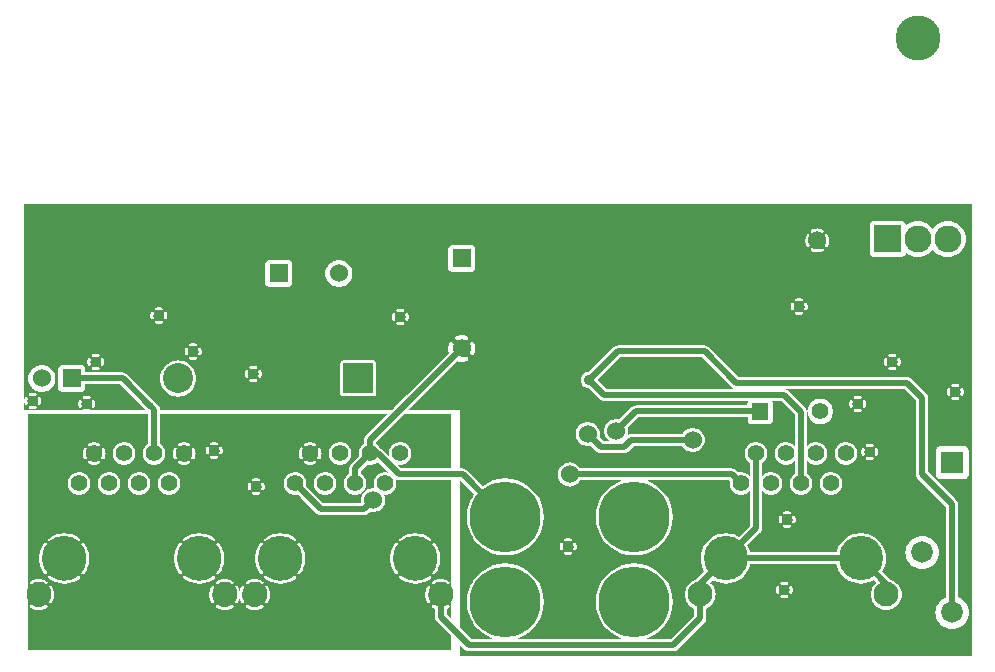
<source format=gbr>
G04 start of page 3 for group 1 idx 1 *
G04 Title: (unknown), bottom *
G04 Creator: pcb 1.99z *
G04 CreationDate: Tue Dec  8 20:21:51 2015 UTC *
G04 For: commonadmin *
G04 Format: Gerber/RS-274X *
G04 PCB-Dimensions (mil): 3220.00 2260.00 *
G04 PCB-Coordinate-Origin: lower left *
%MOIN*%
%FSLAX25Y25*%
%LNBOTTOM*%
%ADD61C,0.0500*%
%ADD60C,0.1870*%
%ADD59C,0.1300*%
%ADD58C,0.0300*%
%ADD57C,0.0591*%
%ADD56C,0.0380*%
%ADD55C,0.0630*%
%ADD54C,0.1280*%
%ADD53C,0.0354*%
%ADD52C,0.0350*%
%ADD51C,0.0360*%
%ADD50C,0.2362*%
%ADD49C,0.0720*%
%ADD48C,0.1500*%
%ADD47C,0.0900*%
%ADD46C,0.0550*%
%ADD45C,0.0600*%
%ADD44C,0.1000*%
%ADD43C,0.0827*%
%ADD42C,0.1476*%
%ADD41C,0.0551*%
%ADD40C,0.0200*%
%ADD39C,0.0001*%
G54D39*G36*
X67730Y40966D02*X67818Y40469D01*
X67875Y39824D01*
Y39176D01*
X67818Y38531D01*
X67730Y38034D01*
Y40966D01*
G37*
G36*
X94554Y41668D02*X94705Y41107D01*
X94818Y40469D01*
X94875Y39824D01*
Y39176D01*
X94818Y38531D01*
X94705Y37893D01*
X94554Y37332D01*
Y41668D01*
G37*
G36*
X139554D02*X139705Y41107D01*
X139818Y40469D01*
X139875Y39824D01*
Y39176D01*
X139818Y38531D01*
X139705Y37893D01*
X139554Y37332D01*
Y41668D01*
G37*
G36*
Y18610D02*X139606Y18566D01*
X144500Y13672D01*
Y9000D01*
X139554D01*
Y18610D01*
G37*
G36*
Y65500D02*X144500D01*
Y30337D01*
X144476Y30312D01*
X144431Y30247D01*
X144396Y30175D01*
X144373Y30099D01*
X144362Y30021D01*
X144364Y29941D01*
X144378Y29863D01*
X144404Y29788D01*
X144442Y29719D01*
X144500Y29623D01*
Y25356D01*
X144446Y25263D01*
X144407Y25194D01*
X144382Y25120D01*
X144368Y25042D01*
X144366Y24964D01*
X144377Y24886D01*
X144400Y24810D01*
X144434Y24740D01*
X144479Y24675D01*
X144500Y24653D01*
Y19328D01*
X142965Y20864D01*
Y22760D01*
X143347Y22939D01*
X143736Y23165D01*
X143799Y23212D01*
X143854Y23269D01*
X143900Y23334D01*
X143934Y23406D01*
X143957Y23482D01*
X143968Y23560D01*
X143967Y23640D01*
X143953Y23718D01*
X143927Y23793D01*
X143889Y23862D01*
X143841Y23926D01*
X143784Y23981D01*
X143719Y24026D01*
X143648Y24061D01*
X143572Y24084D01*
X143493Y24095D01*
X143414Y24093D01*
X143336Y24079D01*
X143261Y24053D01*
X143192Y24014D01*
X142965Y23879D01*
Y27492D01*
X142946Y27806D01*
X142873Y28112D01*
X142752Y28403D01*
X142588Y28671D01*
X142383Y28911D01*
X142144Y29115D01*
X141875Y29280D01*
X141585Y29400D01*
X141278Y29474D01*
X140965Y29498D01*
X140651Y29474D01*
X140345Y29400D01*
X140054Y29280D01*
X139785Y29115D01*
X139554Y28917D01*
Y31374D01*
X139716Y31433D01*
X140066Y31527D01*
X140423Y31590D01*
X140783Y31622D01*
X141146D01*
X141506Y31590D01*
X141863Y31527D01*
X142213Y31433D01*
X142553Y31309D01*
X142881Y31155D01*
X143194Y30973D01*
X143262Y30935D01*
X143337Y30909D01*
X143414Y30895D01*
X143493Y30894D01*
X143571Y30904D01*
X143646Y30927D01*
X143717Y30962D01*
X143782Y31007D01*
X143838Y31061D01*
X143886Y31124D01*
X143923Y31193D01*
X143949Y31268D01*
X143963Y31345D01*
X143964Y31424D01*
X143953Y31502D01*
X143931Y31577D01*
X143896Y31648D01*
X143851Y31712D01*
X143797Y31769D01*
X143733Y31815D01*
X143347Y32046D01*
X142939Y32237D01*
X142516Y32391D01*
X142081Y32508D01*
X141638Y32587D01*
X141190Y32626D01*
X140739D01*
X140291Y32587D01*
X139848Y32508D01*
X139554Y32429D01*
Y34958D01*
X139560Y34967D01*
X139931Y35604D01*
X140244Y36271D01*
X140497Y36962D01*
X140689Y37673D01*
X140817Y38398D01*
X140882Y39132D01*
Y39868D01*
X140817Y40602D01*
X140689Y41327D01*
X140497Y42038D01*
X140244Y42729D01*
X139931Y43396D01*
X139560Y44033D01*
X139554Y44042D01*
Y65500D01*
G37*
G36*
X136699D02*X139554D01*
Y44042D01*
X139136Y44634D01*
X139082Y44694D01*
X139020Y44744D01*
X138951Y44783D01*
X138876Y44812D01*
X138798Y44828D01*
X138718Y44832D01*
X138639Y44823D01*
X138562Y44802D01*
X138489Y44769D01*
X138422Y44726D01*
X138363Y44672D01*
X138313Y44610D01*
X138274Y44540D01*
X138245Y44466D01*
X138229Y44388D01*
X138225Y44308D01*
X138234Y44229D01*
X138255Y44152D01*
X138288Y44079D01*
X138333Y44013D01*
X138712Y43488D01*
X139038Y42928D01*
X139313Y42341D01*
X139536Y41733D01*
X139554Y41668D01*
Y37332D01*
X139536Y37267D01*
X139313Y36659D01*
X139038Y36072D01*
X138712Y35512D01*
X138338Y34983D01*
X138294Y34918D01*
X138262Y34846D01*
X138241Y34770D01*
X138232Y34692D01*
X138236Y34613D01*
X138252Y34536D01*
X138280Y34463D01*
X138319Y34394D01*
X138369Y34333D01*
X138427Y34280D01*
X138493Y34237D01*
X138564Y34205D01*
X138640Y34184D01*
X138719Y34175D01*
X138797Y34179D01*
X138874Y34195D01*
X138948Y34223D01*
X139016Y34262D01*
X139078Y34311D01*
X139129Y34371D01*
X139554Y34958D01*
Y32429D01*
X139413Y32391D01*
X138990Y32237D01*
X138583Y32046D01*
X138193Y31820D01*
X138130Y31772D01*
X138075Y31715D01*
X138029Y31650D01*
X137995Y31579D01*
X137972Y31503D01*
X137961Y31424D01*
X137962Y31345D01*
X137976Y31267D01*
X138002Y31192D01*
X138040Y31122D01*
X138088Y31059D01*
X138145Y31004D01*
X138210Y30958D01*
X138281Y30924D01*
X138357Y30901D01*
X138436Y30890D01*
X138515Y30891D01*
X138593Y30905D01*
X138668Y30931D01*
X138737Y30970D01*
X139048Y31155D01*
X139376Y31309D01*
X139554Y31374D01*
Y28917D01*
X139546Y28911D01*
X139342Y28671D01*
X139177Y28403D01*
X139057Y28112D01*
X138983Y27806D01*
X138965Y27492D01*
Y23878D01*
X138735Y24011D01*
X138667Y24049D01*
X138592Y24075D01*
X138515Y24089D01*
X138436Y24091D01*
X138358Y24080D01*
X138283Y24057D01*
X138212Y24023D01*
X138147Y23978D01*
X138091Y23923D01*
X138043Y23860D01*
X138006Y23791D01*
X137980Y23717D01*
X137966Y23639D01*
X137965Y23560D01*
X137976Y23482D01*
X137998Y23407D01*
X138033Y23336D01*
X138078Y23272D01*
X138132Y23215D01*
X138196Y23169D01*
X138583Y22939D01*
X138965Y22760D01*
Y20114D01*
X138958Y20035D01*
X138983Y19722D01*
X139039Y19489D01*
X139057Y19415D01*
X139092Y19330D01*
X139177Y19125D01*
X139342Y18856D01*
X139342Y18856D01*
X139546Y18617D01*
X139554Y18610D01*
Y9000D01*
X136699D01*
Y24643D01*
X136742Y24602D01*
X136807Y24557D01*
X136878Y24522D01*
X136954Y24499D01*
X137033Y24488D01*
X137112Y24490D01*
X137190Y24504D01*
X137265Y24530D01*
X137335Y24567D01*
X137398Y24615D01*
X137453Y24672D01*
X137498Y24738D01*
X137533Y24809D01*
X137556Y24885D01*
X137567Y24963D01*
X137565Y25043D01*
X137551Y25121D01*
X137525Y25196D01*
X137487Y25265D01*
X137302Y25576D01*
X137148Y25904D01*
X137024Y26244D01*
X136930Y26594D01*
X136866Y26950D01*
X136835Y27311D01*
Y27673D01*
X136866Y28034D01*
X136930Y28391D01*
X137024Y28740D01*
X137148Y29080D01*
X137302Y29408D01*
X137483Y29721D01*
X137522Y29790D01*
X137548Y29864D01*
X137561Y29942D01*
X137563Y30021D01*
X137552Y30099D01*
X137529Y30174D01*
X137495Y30245D01*
X137450Y30309D01*
X137396Y30366D01*
X137333Y30413D01*
X137263Y30451D01*
X137189Y30476D01*
X137112Y30490D01*
X137033Y30492D01*
X136955Y30481D01*
X136880Y30458D01*
X136809Y30424D01*
X136744Y30379D01*
X136699Y30335D01*
Y32246D01*
X137033Y32440D01*
X137634Y32864D01*
X137694Y32918D01*
X137744Y32980D01*
X137783Y33049D01*
X137812Y33124D01*
X137828Y33202D01*
X137832Y33282D01*
X137823Y33361D01*
X137802Y33438D01*
X137769Y33511D01*
X137726Y33578D01*
X137672Y33637D01*
X137610Y33687D01*
X137540Y33726D01*
X137466Y33755D01*
X137388Y33771D01*
X137308Y33775D01*
X137229Y33766D01*
X137152Y33745D01*
X137079Y33712D01*
X137013Y33667D01*
X136699Y33440D01*
Y45563D01*
X137017Y45338D01*
X137082Y45294D01*
X137154Y45262D01*
X137230Y45241D01*
X137308Y45232D01*
X137387Y45236D01*
X137464Y45252D01*
X137537Y45280D01*
X137606Y45319D01*
X137667Y45369D01*
X137720Y45427D01*
X137763Y45493D01*
X137795Y45564D01*
X137816Y45640D01*
X137825Y45719D01*
X137821Y45797D01*
X137805Y45874D01*
X137777Y45948D01*
X137738Y46016D01*
X137689Y46078D01*
X137629Y46129D01*
X137033Y46560D01*
X136699Y46754D01*
Y65500D01*
G37*
G36*
Y33440D02*X136488Y33288D01*
X135928Y32962D01*
X135341Y32687D01*
X134733Y32464D01*
X134107Y32295D01*
X133469Y32182D01*
X132824Y32125D01*
X132504D01*
Y46875D01*
X132824D01*
X133469Y46818D01*
X134107Y46705D01*
X134733Y46536D01*
X135341Y46313D01*
X135928Y46038D01*
X136488Y45712D01*
X136699Y45563D01*
Y33440D01*
G37*
G36*
Y9000D02*X132504D01*
Y31118D01*
X132868D01*
X133602Y31183D01*
X134327Y31311D01*
X135038Y31503D01*
X135729Y31756D01*
X136396Y32069D01*
X136699Y32246D01*
Y30335D01*
X136687Y30324D01*
X136641Y30261D01*
X136411Y29874D01*
X136220Y29466D01*
X136066Y29044D01*
X135949Y28609D01*
X135870Y28166D01*
X135831Y27717D01*
Y27267D01*
X135870Y26819D01*
X135949Y26375D01*
X136066Y25941D01*
X136220Y25518D01*
X136411Y25110D01*
X136637Y24721D01*
X136684Y24657D01*
X136699Y24643D01*
Y9000D01*
G37*
G36*
X132504Y65500D02*X136699D01*
Y46754D01*
X136396Y46931D01*
X135729Y47244D01*
X135038Y47497D01*
X134327Y47689D01*
X133602Y47817D01*
X132868Y47882D01*
X132504D01*
Y65500D01*
G37*
G36*
X125446Y62167D02*X125548Y62286D01*
X125857Y62790D01*
X126083Y63336D01*
X126221Y63911D01*
X126256Y64500D01*
X126221Y65089D01*
X126083Y65664D01*
X126054Y65734D01*
X126089Y65712D01*
X126380Y65592D01*
X126686Y65519D01*
X127000Y65494D01*
X127078Y65500D01*
X132504D01*
Y47882D01*
X132132D01*
X131398Y47817D01*
X130673Y47689D01*
X129962Y47497D01*
X129271Y47244D01*
X128604Y46931D01*
X127967Y46560D01*
X127366Y46136D01*
X127306Y46082D01*
X127256Y46020D01*
X127217Y45951D01*
X127188Y45876D01*
X127172Y45798D01*
X127168Y45718D01*
X127177Y45639D01*
X127198Y45562D01*
X127231Y45489D01*
X127274Y45422D01*
X127328Y45363D01*
X127390Y45313D01*
X127460Y45274D01*
X127534Y45245D01*
X127612Y45229D01*
X127692Y45225D01*
X127771Y45234D01*
X127848Y45255D01*
X127921Y45288D01*
X127987Y45333D01*
X128512Y45712D01*
X129072Y46038D01*
X129659Y46313D01*
X130267Y46536D01*
X130893Y46705D01*
X131531Y46818D01*
X132176Y46875D01*
X132504D01*
Y32125D01*
X132176D01*
X131531Y32182D01*
X130893Y32295D01*
X130267Y32464D01*
X129659Y32687D01*
X129072Y32962D01*
X128512Y33288D01*
X127983Y33662D01*
X127918Y33706D01*
X127846Y33738D01*
X127770Y33759D01*
X127692Y33768D01*
X127613Y33764D01*
X127536Y33748D01*
X127463Y33720D01*
X127394Y33681D01*
X127333Y33631D01*
X127280Y33573D01*
X127237Y33507D01*
X127205Y33436D01*
X127184Y33360D01*
X127175Y33281D01*
X127179Y33203D01*
X127195Y33126D01*
X127223Y33052D01*
X127262Y32984D01*
X127311Y32922D01*
X127371Y32871D01*
X127967Y32440D01*
X128604Y32069D01*
X129271Y31756D01*
X129962Y31503D01*
X130673Y31311D01*
X131398Y31183D01*
X132132Y31118D01*
X132504D01*
Y9000D01*
X125446D01*
Y34958D01*
X125864Y34366D01*
X125918Y34306D01*
X125980Y34256D01*
X126049Y34217D01*
X126124Y34188D01*
X126202Y34172D01*
X126282Y34168D01*
X126361Y34177D01*
X126438Y34198D01*
X126511Y34231D01*
X126578Y34274D01*
X126637Y34328D01*
X126687Y34390D01*
X126726Y34460D01*
X126755Y34534D01*
X126771Y34612D01*
X126775Y34692D01*
X126766Y34771D01*
X126745Y34848D01*
X126712Y34921D01*
X126667Y34987D01*
X126288Y35512D01*
X125962Y36072D01*
X125687Y36659D01*
X125464Y37267D01*
X125446Y37332D01*
Y41668D01*
X125464Y41733D01*
X125687Y42341D01*
X125962Y42928D01*
X126288Y43488D01*
X126662Y44017D01*
X126706Y44082D01*
X126738Y44154D01*
X126759Y44230D01*
X126768Y44308D01*
X126764Y44387D01*
X126748Y44464D01*
X126720Y44537D01*
X126681Y44606D01*
X126631Y44667D01*
X126573Y44720D01*
X126507Y44763D01*
X126436Y44795D01*
X126360Y44816D01*
X126281Y44825D01*
X126203Y44821D01*
X126126Y44805D01*
X126052Y44777D01*
X125984Y44738D01*
X125922Y44689D01*
X125871Y44629D01*
X125446Y44042D01*
Y62167D01*
G37*
G36*
Y37332D02*X125295Y37893D01*
X125182Y38531D01*
X125125Y39176D01*
Y39824D01*
X125182Y40469D01*
X125295Y41107D01*
X125446Y41668D01*
Y37332D01*
G37*
G36*
X94554Y59618D02*X99530Y54641D01*
X99581Y54581D01*
X99821Y54377D01*
X99821Y54377D01*
X100089Y54212D01*
X100380Y54092D01*
X100686Y54019D01*
X101000Y53994D01*
X101078Y54000D01*
X115422D01*
X115500Y53994D01*
X115814Y54019D01*
X116120Y54092D01*
X116411Y54212D01*
X116679Y54377D01*
X116919Y54581D01*
X116970Y54641D01*
X117464Y55135D01*
X117872Y55037D01*
X118500Y54988D01*
X119128Y55037D01*
X119740Y55184D01*
X120322Y55425D01*
X120858Y55754D01*
X121337Y56163D01*
X121746Y56642D01*
X122075Y57178D01*
X122316Y57760D01*
X122463Y58372D01*
X122500Y59000D01*
X122463Y59628D01*
X122316Y60240D01*
X122099Y60764D01*
X122500Y60733D01*
X123089Y60779D01*
X123664Y60917D01*
X124210Y61143D01*
X124714Y61452D01*
X125164Y61836D01*
X125446Y62167D01*
Y44042D01*
X125440Y44033D01*
X125069Y43396D01*
X124756Y42729D01*
X124503Y42038D01*
X124311Y41327D01*
X124183Y40602D01*
X124118Y39868D01*
Y39132D01*
X124183Y38398D01*
X124311Y37673D01*
X124503Y36962D01*
X124756Y36271D01*
X125069Y35604D01*
X125440Y34967D01*
X125446Y34958D01*
Y9000D01*
X94554D01*
Y34958D01*
X94560Y34967D01*
X94931Y35604D01*
X95244Y36271D01*
X95497Y36962D01*
X95689Y37673D01*
X95817Y38398D01*
X95882Y39132D01*
Y39868D01*
X95817Y40602D01*
X95689Y41327D01*
X95497Y42038D01*
X95244Y42729D01*
X94931Y43396D01*
X94560Y44033D01*
X94554Y44042D01*
Y59618D01*
G37*
G36*
X114626Y58000D02*X107494D01*
Y70733D01*
X107500Y70733D01*
X108089Y70779D01*
X108664Y70917D01*
X109210Y71143D01*
X109714Y71452D01*
X110164Y71836D01*
X110548Y72286D01*
X110857Y72790D01*
X111083Y73336D01*
X111221Y73911D01*
X111256Y74500D01*
X111221Y75089D01*
X111083Y75664D01*
X110857Y76210D01*
X110548Y76714D01*
X110164Y77164D01*
X109714Y77548D01*
X109210Y77857D01*
X108664Y78083D01*
X108089Y78221D01*
X107500Y78267D01*
X107494Y78267D01*
Y87500D01*
X123172D01*
X116141Y80470D01*
X116081Y80419D01*
X115877Y80179D01*
X115712Y79911D01*
X115592Y79620D01*
X115519Y79314D01*
X115494Y79000D01*
X115500Y78922D01*
Y77679D01*
X115286Y77548D01*
X114836Y77164D01*
X114452Y76714D01*
X114143Y76210D01*
X113917Y75664D01*
X113779Y75089D01*
X113733Y74500D01*
X113779Y73911D01*
X113838Y73666D01*
X111141Y70970D01*
X111081Y70919D01*
X110877Y70679D01*
X110712Y70411D01*
X110592Y70120D01*
X110519Y69814D01*
X110519Y69814D01*
X110494Y69500D01*
X110500Y69422D01*
Y67679D01*
X110286Y67548D01*
X109836Y67164D01*
X109452Y66714D01*
X109143Y66210D01*
X108917Y65664D01*
X108779Y65089D01*
X108733Y64500D01*
X108779Y63911D01*
X108917Y63336D01*
X109143Y62790D01*
X109452Y62286D01*
X109836Y61836D01*
X110286Y61452D01*
X110790Y61143D01*
X111336Y60917D01*
X111911Y60779D01*
X112500Y60733D01*
X113089Y60779D01*
X113664Y60917D01*
X114210Y61143D01*
X114714Y61452D01*
X115164Y61836D01*
X115548Y62286D01*
X115857Y62790D01*
X116083Y63336D01*
X116221Y63911D01*
X116256Y64500D01*
X116221Y65089D01*
X116083Y65664D01*
X115857Y66210D01*
X115548Y66714D01*
X115164Y67164D01*
X114714Y67548D01*
X114500Y67679D01*
Y68672D01*
X116666Y70838D01*
X116911Y70779D01*
X117500Y70733D01*
X118089Y70779D01*
X118664Y70917D01*
X119210Y71143D01*
X119714Y71452D01*
X119987Y71685D01*
X123565Y68107D01*
X123089Y68221D01*
X122500Y68267D01*
X121911Y68221D01*
X121336Y68083D01*
X120790Y67857D01*
X120286Y67548D01*
X119836Y67164D01*
X119452Y66714D01*
X119143Y66210D01*
X118917Y65664D01*
X118779Y65089D01*
X118733Y64500D01*
X118779Y63911D01*
X118917Y63336D01*
X119069Y62968D01*
X118500Y63012D01*
X117872Y62963D01*
X117260Y62816D01*
X116678Y62575D01*
X116142Y62246D01*
X115663Y61837D01*
X115254Y61358D01*
X114925Y60822D01*
X114684Y60240D01*
X114537Y59628D01*
X114488Y59000D01*
X114537Y58372D01*
X114626Y58000D01*
G37*
G36*
X107494D02*X101828D01*
X100573Y59255D01*
Y61276D01*
X100790Y61143D01*
X101336Y60917D01*
X101911Y60779D01*
X102500Y60733D01*
X103089Y60779D01*
X103664Y60917D01*
X104210Y61143D01*
X104714Y61452D01*
X105164Y61836D01*
X105548Y62286D01*
X105857Y62790D01*
X106083Y63336D01*
X106221Y63911D01*
X106256Y64500D01*
X106221Y65089D01*
X106083Y65664D01*
X105857Y66210D01*
X105548Y66714D01*
X105164Y67164D01*
X104714Y67548D01*
X104210Y67857D01*
X103664Y68083D01*
X103089Y68221D01*
X102500Y68267D01*
X101911Y68221D01*
X101336Y68083D01*
X100790Y67857D01*
X100573Y67724D01*
Y72536D01*
X100615Y72553D01*
X100683Y72594D01*
X100743Y72644D01*
X100794Y72704D01*
X100834Y72771D01*
X100988Y73096D01*
X101106Y73436D01*
X101192Y73785D01*
X101243Y74141D01*
X101260Y74500D01*
X101243Y74859D01*
X101192Y75215D01*
X101106Y75564D01*
X100988Y75904D01*
X100838Y76231D01*
X100797Y76298D01*
X100745Y76358D01*
X100684Y76409D01*
X100617Y76450D01*
X100573Y76467D01*
Y87500D01*
X107494D01*
Y78267D01*
X106911Y78221D01*
X106336Y78083D01*
X105790Y77857D01*
X105286Y77548D01*
X104836Y77164D01*
X104452Y76714D01*
X104143Y76210D01*
X103917Y75664D01*
X103779Y75089D01*
X103733Y74500D01*
X103779Y73911D01*
X103917Y73336D01*
X104143Y72790D01*
X104452Y72286D01*
X104836Y71836D01*
X105286Y71452D01*
X105790Y71143D01*
X106336Y70917D01*
X106911Y70779D01*
X107494Y70733D01*
Y58000D01*
G37*
G36*
X100573Y59255D02*X97502Y62327D01*
Y70740D01*
X97859Y70757D01*
X98215Y70808D01*
X98564Y70894D01*
X98904Y71012D01*
X99231Y71162D01*
X99298Y71203D01*
X99358Y71255D01*
X99409Y71316D01*
X99450Y71383D01*
X99480Y71457D01*
X99498Y71534D01*
X99503Y71613D01*
X99496Y71692D01*
X99477Y71769D01*
X99447Y71842D01*
X99405Y71909D01*
X99353Y71969D01*
X99292Y72020D01*
X99224Y72061D01*
X99151Y72091D01*
X99074Y72108D01*
X98995Y72114D01*
X98916Y72107D01*
X98839Y72088D01*
X98767Y72056D01*
X98529Y71943D01*
X98280Y71857D01*
X98024Y71794D01*
X97763Y71757D01*
X97502Y71744D01*
Y77256D01*
X97763Y77243D01*
X98024Y77206D01*
X98280Y77143D01*
X98529Y77057D01*
X98768Y76947D01*
X98840Y76915D01*
X98917Y76896D01*
X98995Y76889D01*
X99073Y76895D01*
X99150Y76913D01*
X99223Y76942D01*
X99290Y76983D01*
X99351Y77033D01*
X99402Y77093D01*
X99444Y77160D01*
X99474Y77232D01*
X99493Y77309D01*
X99500Y77387D01*
X99494Y77466D01*
X99477Y77542D01*
X99447Y77615D01*
X99406Y77683D01*
X99356Y77743D01*
X99296Y77794D01*
X99229Y77834D01*
X98904Y77988D01*
X98564Y78106D01*
X98215Y78192D01*
X97859Y78243D01*
X97502Y78260D01*
Y87500D01*
X100573D01*
Y76467D01*
X100543Y76480D01*
X100466Y76498D01*
X100387Y76503D01*
X100308Y76496D01*
X100231Y76477D01*
X100158Y76447D01*
X100091Y76405D01*
X100031Y76353D01*
X99980Y76292D01*
X99939Y76224D01*
X99909Y76151D01*
X99892Y76074D01*
X99886Y75995D01*
X99893Y75916D01*
X99912Y75839D01*
X99944Y75767D01*
X100057Y75529D01*
X100143Y75280D01*
X100206Y75024D01*
X100243Y74763D01*
X100256Y74500D01*
X100243Y74237D01*
X100206Y73976D01*
X100143Y73720D01*
X100057Y73471D01*
X99947Y73232D01*
X99915Y73160D01*
X99896Y73083D01*
X99889Y73005D01*
X99895Y72927D01*
X99913Y72850D01*
X99942Y72777D01*
X99983Y72710D01*
X100033Y72649D01*
X100093Y72598D01*
X100160Y72556D01*
X100232Y72526D01*
X100309Y72507D01*
X100387Y72500D01*
X100466Y72506D01*
X100542Y72523D01*
X100573Y72536D01*
Y67724D01*
X100286Y67548D01*
X99836Y67164D01*
X99452Y66714D01*
X99143Y66210D01*
X98917Y65664D01*
X98779Y65089D01*
X98733Y64500D01*
X98779Y63911D01*
X98917Y63336D01*
X99143Y62790D01*
X99452Y62286D01*
X99836Y61836D01*
X100286Y61452D01*
X100573Y61276D01*
Y59255D01*
G37*
G36*
X97502Y62327D02*X96162Y63666D01*
X96221Y63911D01*
X96256Y64500D01*
X96221Y65089D01*
X96083Y65664D01*
X95857Y66210D01*
X95548Y66714D01*
X95164Y67164D01*
X94714Y67548D01*
X94554Y67647D01*
Y72501D01*
X94613Y72497D01*
X94692Y72504D01*
X94769Y72523D01*
X94842Y72553D01*
X94909Y72595D01*
X94969Y72647D01*
X95020Y72708D01*
X95061Y72776D01*
X95091Y72849D01*
X95108Y72926D01*
X95114Y73005D01*
X95107Y73084D01*
X95088Y73161D01*
X95056Y73233D01*
X94943Y73471D01*
X94857Y73720D01*
X94794Y73976D01*
X94757Y74237D01*
X94744Y74500D01*
X94757Y74763D01*
X94794Y75024D01*
X94857Y75280D01*
X94943Y75529D01*
X95053Y75768D01*
X95085Y75840D01*
X95104Y75917D01*
X95111Y75995D01*
X95105Y76073D01*
X95087Y76150D01*
X95058Y76223D01*
X95017Y76290D01*
X94967Y76351D01*
X94907Y76402D01*
X94840Y76444D01*
X94768Y76474D01*
X94691Y76493D01*
X94613Y76500D01*
X94554Y76496D01*
Y87500D01*
X97502D01*
Y78260D01*
X97500Y78260D01*
X97141Y78243D01*
X96785Y78192D01*
X96436Y78106D01*
X96096Y77988D01*
X95769Y77838D01*
X95702Y77797D01*
X95642Y77745D01*
X95591Y77684D01*
X95550Y77617D01*
X95520Y77543D01*
X95502Y77466D01*
X95497Y77387D01*
X95504Y77308D01*
X95523Y77231D01*
X95553Y77158D01*
X95595Y77091D01*
X95647Y77031D01*
X95708Y76980D01*
X95776Y76939D01*
X95849Y76909D01*
X95926Y76892D01*
X96005Y76886D01*
X96084Y76893D01*
X96161Y76912D01*
X96233Y76944D01*
X96471Y77057D01*
X96720Y77143D01*
X96976Y77206D01*
X97237Y77243D01*
X97500Y77256D01*
X97502Y77256D01*
Y71744D01*
X97500Y71744D01*
X97237Y71757D01*
X96976Y71794D01*
X96720Y71857D01*
X96471Y71943D01*
X96232Y72053D01*
X96160Y72085D01*
X96083Y72104D01*
X96005Y72111D01*
X95927Y72105D01*
X95850Y72087D01*
X95777Y72058D01*
X95710Y72017D01*
X95649Y71967D01*
X95598Y71907D01*
X95556Y71840D01*
X95526Y71768D01*
X95507Y71691D01*
X95500Y71613D01*
X95506Y71534D01*
X95523Y71458D01*
X95553Y71385D01*
X95594Y71317D01*
X95644Y71257D01*
X95704Y71206D01*
X95771Y71166D01*
X96096Y71012D01*
X96436Y70894D01*
X96785Y70808D01*
X97141Y70757D01*
X97500Y70740D01*
X97502Y70740D01*
Y62327D01*
G37*
G36*
X94554Y67647D02*X94210Y67857D01*
X93664Y68083D01*
X93089Y68221D01*
X92500Y68267D01*
X91911Y68221D01*
X91336Y68083D01*
X90790Y67857D01*
X90286Y67548D01*
X89836Y67164D01*
X89452Y66714D01*
X89143Y66210D01*
X88917Y65664D01*
X88779Y65089D01*
X88733Y64500D01*
X88779Y63911D01*
X88917Y63336D01*
X89143Y62790D01*
X89452Y62286D01*
X89836Y61836D01*
X90286Y61452D01*
X90790Y61143D01*
X91336Y60917D01*
X91911Y60779D01*
X92500Y60733D01*
X93089Y60779D01*
X93334Y60838D01*
X94554Y59618D01*
Y44042D01*
X94136Y44634D01*
X94082Y44694D01*
X94020Y44744D01*
X93951Y44783D01*
X93876Y44812D01*
X93798Y44828D01*
X93718Y44832D01*
X93639Y44823D01*
X93562Y44802D01*
X93489Y44769D01*
X93422Y44726D01*
X93363Y44672D01*
X93313Y44610D01*
X93274Y44540D01*
X93245Y44466D01*
X93229Y44388D01*
X93225Y44308D01*
X93234Y44229D01*
X93255Y44152D01*
X93288Y44079D01*
X93333Y44013D01*
X93712Y43488D01*
X94038Y42928D01*
X94313Y42341D01*
X94536Y41733D01*
X94554Y41668D01*
Y37332D01*
X94536Y37267D01*
X94313Y36659D01*
X94038Y36072D01*
X93712Y35512D01*
X93338Y34983D01*
X93294Y34918D01*
X93262Y34846D01*
X93241Y34770D01*
X93232Y34692D01*
X93236Y34613D01*
X93252Y34536D01*
X93280Y34463D01*
X93319Y34394D01*
X93369Y34333D01*
X93427Y34280D01*
X93493Y34237D01*
X93564Y34205D01*
X93640Y34184D01*
X93719Y34175D01*
X93797Y34179D01*
X93874Y34195D01*
X93948Y34223D01*
X94016Y34262D01*
X94078Y34311D01*
X94129Y34371D01*
X94554Y34958D01*
Y9000D01*
X87504D01*
Y31118D01*
X87868D01*
X88602Y31183D01*
X89327Y31311D01*
X90038Y31503D01*
X90729Y31756D01*
X91396Y32069D01*
X92033Y32440D01*
X92634Y32864D01*
X92694Y32918D01*
X92744Y32980D01*
X92783Y33049D01*
X92812Y33124D01*
X92828Y33202D01*
X92832Y33282D01*
X92823Y33361D01*
X92802Y33438D01*
X92769Y33511D01*
X92726Y33578D01*
X92672Y33637D01*
X92610Y33687D01*
X92540Y33726D01*
X92466Y33755D01*
X92388Y33771D01*
X92308Y33775D01*
X92229Y33766D01*
X92152Y33745D01*
X92079Y33712D01*
X92013Y33667D01*
X91488Y33288D01*
X90928Y32962D01*
X90341Y32687D01*
X89733Y32464D01*
X89107Y32295D01*
X88469Y32182D01*
X87824Y32125D01*
X87504D01*
Y46875D01*
X87824D01*
X88469Y46818D01*
X89107Y46705D01*
X89733Y46536D01*
X90341Y46313D01*
X90928Y46038D01*
X91488Y45712D01*
X92017Y45338D01*
X92082Y45294D01*
X92154Y45262D01*
X92230Y45241D01*
X92308Y45232D01*
X92387Y45236D01*
X92464Y45252D01*
X92537Y45280D01*
X92606Y45319D01*
X92667Y45369D01*
X92720Y45427D01*
X92763Y45493D01*
X92795Y45564D01*
X92816Y45640D01*
X92825Y45719D01*
X92821Y45797D01*
X92805Y45874D01*
X92777Y45948D01*
X92738Y46016D01*
X92689Y46078D01*
X92629Y46129D01*
X92033Y46560D01*
X91396Y46931D01*
X90729Y47244D01*
X90038Y47497D01*
X89327Y47689D01*
X88602Y47817D01*
X87868Y47882D01*
X87504D01*
Y87500D01*
X94554D01*
Y76496D01*
X94534Y76494D01*
X94458Y76477D01*
X94385Y76447D01*
X94317Y76406D01*
X94257Y76356D01*
X94206Y76296D01*
X94166Y76229D01*
X94012Y75904D01*
X93894Y75564D01*
X93808Y75215D01*
X93757Y74859D01*
X93740Y74500D01*
X93757Y74141D01*
X93808Y73785D01*
X93894Y73436D01*
X94012Y73096D01*
X94162Y72769D01*
X94203Y72702D01*
X94255Y72642D01*
X94316Y72591D01*
X94383Y72550D01*
X94457Y72520D01*
X94534Y72502D01*
X94554Y72501D01*
Y67647D01*
G37*
G36*
X83222Y45503D02*X83512Y45712D01*
X84072Y46038D01*
X84659Y46313D01*
X85267Y46536D01*
X85893Y46705D01*
X86531Y46818D01*
X87176Y46875D01*
X87504D01*
Y32125D01*
X87176D01*
X86531Y32182D01*
X85893Y32295D01*
X85267Y32464D01*
X84659Y32687D01*
X84072Y32962D01*
X83512Y33288D01*
X83222Y33492D01*
Y45503D01*
G37*
G36*
Y87500D02*X87504D01*
Y47882D01*
X87132D01*
X86398Y47817D01*
X85673Y47689D01*
X84962Y47497D01*
X84271Y47244D01*
X83604Y46931D01*
X83222Y46709D01*
Y87500D01*
G37*
G36*
X87504Y9000D02*X83222D01*
Y24649D01*
X83234Y24660D01*
X83280Y24723D01*
X83510Y25110D01*
X83701Y25518D01*
X83856Y25941D01*
X83973Y26375D01*
X84051Y26819D01*
X84091Y27267D01*
Y27717D01*
X84051Y28166D01*
X83973Y28609D01*
X83856Y29044D01*
X83701Y29466D01*
X83510Y29874D01*
X83284Y30263D01*
X83237Y30327D01*
X83222Y30341D01*
Y32291D01*
X83604Y32069D01*
X84271Y31756D01*
X84962Y31503D01*
X85673Y31311D01*
X86398Y31183D01*
X87132Y31118D01*
X87504D01*
Y9000D01*
G37*
G36*
X83222D02*X81730D01*
Y23166D01*
X81792Y23212D01*
X81847Y23269D01*
X81892Y23334D01*
X81926Y23406D01*
X81949Y23482D01*
X81960Y23560D01*
X81959Y23640D01*
X81945Y23718D01*
X81919Y23793D01*
X81881Y23862D01*
X81834Y23926D01*
X81776Y23981D01*
X81730Y24013D01*
Y30976D01*
X81774Y31007D01*
X81831Y31061D01*
X81878Y31124D01*
X81915Y31193D01*
X81941Y31268D01*
X81955Y31345D01*
X81956Y31424D01*
X81946Y31502D01*
X81923Y31577D01*
X81888Y31648D01*
X81843Y31712D01*
X81789Y31769D01*
X81730Y31812D01*
Y34469D01*
X81755Y34534D01*
X81771Y34612D01*
X81775Y34692D01*
X81766Y34771D01*
X81745Y34848D01*
X81730Y34882D01*
Y44135D01*
X81738Y44154D01*
X81759Y44230D01*
X81768Y44308D01*
X81764Y44387D01*
X81748Y44464D01*
X81730Y44511D01*
Y62214D01*
X81798Y62228D01*
X81871Y62255D01*
X81940Y62294D01*
X82002Y62343D01*
X82055Y62401D01*
X82098Y62466D01*
X82130Y62538D01*
X82206Y62771D01*
X82260Y63011D01*
X82292Y63255D01*
X82303Y63500D01*
X82292Y63745D01*
X82260Y63989D01*
X82206Y64229D01*
X82132Y64463D01*
X82100Y64535D01*
X82056Y64600D01*
X82003Y64659D01*
X81941Y64708D01*
X81872Y64746D01*
X81798Y64774D01*
X81730Y64788D01*
Y87500D01*
X83222D01*
Y46709D01*
X82967Y46560D01*
X82366Y46136D01*
X82306Y46082D01*
X82256Y46020D01*
X82217Y45951D01*
X82188Y45876D01*
X82172Y45798D01*
X82168Y45718D01*
X82177Y45639D01*
X82198Y45562D01*
X82231Y45489D01*
X82274Y45422D01*
X82328Y45363D01*
X82390Y45313D01*
X82460Y45274D01*
X82534Y45245D01*
X82612Y45229D01*
X82692Y45225D01*
X82771Y45234D01*
X82848Y45255D01*
X82921Y45288D01*
X82987Y45333D01*
X83222Y45503D01*
Y33492D01*
X82983Y33662D01*
X82918Y33706D01*
X82846Y33738D01*
X82770Y33759D01*
X82692Y33768D01*
X82613Y33764D01*
X82536Y33748D01*
X82463Y33720D01*
X82394Y33681D01*
X82333Y33631D01*
X82280Y33573D01*
X82237Y33507D01*
X82205Y33436D01*
X82184Y33360D01*
X82175Y33281D01*
X82179Y33203D01*
X82195Y33126D01*
X82223Y33052D01*
X82262Y32984D01*
X82311Y32922D01*
X82371Y32871D01*
X82967Y32440D01*
X83222Y32291D01*
Y30341D01*
X83180Y30382D01*
X83114Y30427D01*
X83043Y30462D01*
X82967Y30485D01*
X82889Y30496D01*
X82809Y30494D01*
X82731Y30480D01*
X82656Y30454D01*
X82586Y30417D01*
X82523Y30369D01*
X82468Y30312D01*
X82423Y30247D01*
X82388Y30175D01*
X82365Y30099D01*
X82354Y30021D01*
X82356Y29941D01*
X82370Y29863D01*
X82396Y29788D01*
X82435Y29719D01*
X82620Y29408D01*
X82773Y29080D01*
X82898Y28740D01*
X82992Y28391D01*
X83055Y28034D01*
X83087Y27673D01*
Y27311D01*
X83055Y26950D01*
X82992Y26594D01*
X82898Y26244D01*
X82773Y25904D01*
X82620Y25576D01*
X82438Y25263D01*
X82399Y25194D01*
X82374Y25120D01*
X82360Y25042D01*
X82358Y24964D01*
X82369Y24886D01*
X82392Y24810D01*
X82426Y24740D01*
X82471Y24675D01*
X82526Y24618D01*
X82588Y24571D01*
X82658Y24534D01*
X82732Y24508D01*
X82810Y24494D01*
X82888Y24492D01*
X82966Y24503D01*
X83042Y24526D01*
X83112Y24560D01*
X83177Y24605D01*
X83222Y24649D01*
Y9000D01*
G37*
G36*
X81730Y44511D02*X81720Y44537D01*
X81681Y44606D01*
X81631Y44667D01*
X81573Y44720D01*
X81507Y44763D01*
X81436Y44795D01*
X81360Y44816D01*
X81281Y44825D01*
X81203Y44821D01*
X81126Y44805D01*
X81052Y44777D01*
X80984Y44738D01*
X80922Y44689D01*
X80871Y44629D01*
X80440Y44033D01*
X80069Y43396D01*
X79756Y42729D01*
X79503Y42038D01*
X79501Y42030D01*
Y60697D01*
X79745Y60708D01*
X79989Y60740D01*
X80229Y60794D01*
X80463Y60868D01*
X80535Y60900D01*
X80600Y60944D01*
X80659Y60997D01*
X80708Y61059D01*
X80746Y61128D01*
X80774Y61202D01*
X80790Y61279D01*
X80793Y61358D01*
X80784Y61437D01*
X80763Y61513D01*
X80730Y61585D01*
X80686Y61650D01*
X80633Y61709D01*
X80571Y61758D01*
X80502Y61796D01*
X80428Y61824D01*
X80351Y61840D01*
X80272Y61843D01*
X80193Y61834D01*
X80118Y61811D01*
X79968Y61762D01*
X79814Y61728D01*
X79658Y61707D01*
X79501Y61700D01*
Y65300D01*
X79658Y65293D01*
X79814Y65272D01*
X79968Y65238D01*
X80118Y65190D01*
X80194Y65168D01*
X80272Y65159D01*
X80350Y65162D01*
X80427Y65178D01*
X80501Y65205D01*
X80570Y65244D01*
X80631Y65293D01*
X80685Y65351D01*
X80728Y65416D01*
X80761Y65488D01*
X80782Y65564D01*
X80791Y65642D01*
X80788Y65720D01*
X80772Y65798D01*
X80745Y65871D01*
X80706Y65940D01*
X80657Y66002D01*
X80599Y66055D01*
X80534Y66098D01*
X80462Y66130D01*
X80229Y66206D01*
X79989Y66260D01*
X79745Y66292D01*
X79501Y66303D01*
Y87500D01*
X81730D01*
Y64788D01*
X81721Y64790D01*
X81642Y64793D01*
X81563Y64784D01*
X81487Y64763D01*
X81415Y64730D01*
X81350Y64686D01*
X81291Y64633D01*
X81242Y64571D01*
X81204Y64502D01*
X81176Y64428D01*
X81160Y64351D01*
X81157Y64272D01*
X81166Y64193D01*
X81189Y64118D01*
X81238Y63968D01*
X81272Y63814D01*
X81293Y63658D01*
X81300Y63500D01*
X81293Y63342D01*
X81272Y63186D01*
X81238Y63032D01*
X81190Y62882D01*
X81168Y62806D01*
X81159Y62728D01*
X81162Y62650D01*
X81178Y62573D01*
X81205Y62499D01*
X81244Y62430D01*
X81293Y62369D01*
X81351Y62315D01*
X81416Y62272D01*
X81488Y62239D01*
X81564Y62218D01*
X81642Y62209D01*
X81720Y62212D01*
X81730Y62214D01*
Y44511D01*
G37*
G36*
Y34882D02*X81712Y34921D01*
X81667Y34987D01*
X81288Y35512D01*
X80962Y36072D01*
X80687Y36659D01*
X80464Y37267D01*
X80295Y37893D01*
X80182Y38531D01*
X80125Y39176D01*
Y39824D01*
X80182Y40469D01*
X80295Y41107D01*
X80464Y41733D01*
X80687Y42341D01*
X80962Y42928D01*
X81288Y43488D01*
X81662Y44017D01*
X81706Y44082D01*
X81730Y44135D01*
Y34882D01*
G37*
G36*
Y31812D02*X81725Y31815D01*
X81339Y32046D01*
X80931Y32237D01*
X80508Y32391D01*
X80073Y32508D01*
X79630Y32587D01*
X79501Y32598D01*
Y36970D01*
X79503Y36962D01*
X79756Y36271D01*
X80069Y35604D01*
X80440Y34967D01*
X80864Y34366D01*
X80918Y34306D01*
X80980Y34256D01*
X81049Y34217D01*
X81124Y34188D01*
X81202Y34172D01*
X81282Y34168D01*
X81361Y34177D01*
X81438Y34198D01*
X81511Y34231D01*
X81578Y34274D01*
X81637Y34328D01*
X81687Y34390D01*
X81726Y34460D01*
X81730Y34469D01*
Y31812D01*
G37*
G36*
Y24013D02*X81711Y24026D01*
X81640Y24061D01*
X81564Y24084D01*
X81485Y24095D01*
X81406Y24093D01*
X81328Y24079D01*
X81253Y24053D01*
X81184Y24014D01*
X80873Y23829D01*
X80545Y23676D01*
X80205Y23551D01*
X79855Y23457D01*
X79501Y23394D01*
Y31590D01*
X79855Y31527D01*
X80205Y31433D01*
X80545Y31309D01*
X80873Y31155D01*
X81186Y30973D01*
X81255Y30935D01*
X81329Y30909D01*
X81406Y30895D01*
X81485Y30894D01*
X81563Y30904D01*
X81638Y30927D01*
X81709Y30962D01*
X81730Y30976D01*
Y24013D01*
G37*
G36*
Y9000D02*X79501D01*
Y22386D01*
X79630Y22398D01*
X80073Y22476D01*
X80508Y22593D01*
X80931Y22748D01*
X81339Y22939D01*
X81728Y23165D01*
X81730Y23166D01*
Y9000D01*
G37*
G36*
X77270Y31263D02*X77368Y31309D01*
X77709Y31433D01*
X78058Y31527D01*
X78415Y31590D01*
X78776Y31622D01*
X79138D01*
X79499Y31590D01*
X79501Y31590D01*
Y23394D01*
X79499Y23394D01*
X79138Y23362D01*
X78776D01*
X78415Y23394D01*
X78058Y23457D01*
X77709Y23551D01*
X77368Y23676D01*
X77270Y23722D01*
Y31263D01*
G37*
G36*
Y87500D02*X79501D01*
Y66303D01*
X79500Y66303D01*
X79255Y66292D01*
X79011Y66260D01*
X78771Y66206D01*
X78537Y66132D01*
X78465Y66100D01*
X78400Y66056D01*
X78341Y66003D01*
X78292Y65941D01*
X78254Y65872D01*
X78226Y65798D01*
X78210Y65721D01*
X78207Y65642D01*
X78216Y65563D01*
X78237Y65487D01*
X78270Y65415D01*
X78314Y65350D01*
X78367Y65291D01*
X78429Y65242D01*
X78498Y65204D01*
X78572Y65176D01*
X78649Y65160D01*
X78728Y65157D01*
X78807Y65166D01*
X78882Y65189D01*
X79032Y65238D01*
X79186Y65272D01*
X79342Y65293D01*
X79500Y65300D01*
X79501Y65300D01*
Y61700D01*
X79500Y61700D01*
X79342Y61707D01*
X79186Y61728D01*
X79032Y61762D01*
X78882Y61810D01*
X78806Y61832D01*
X78728Y61841D01*
X78650Y61838D01*
X78573Y61822D01*
X78499Y61795D01*
X78430Y61756D01*
X78369Y61707D01*
X78315Y61649D01*
X78272Y61584D01*
X78239Y61512D01*
X78218Y61436D01*
X78209Y61358D01*
X78212Y61280D01*
X78228Y61202D01*
X78255Y61129D01*
X78294Y61060D01*
X78343Y60998D01*
X78401Y60945D01*
X78466Y60902D01*
X78538Y60870D01*
X78771Y60794D01*
X79011Y60740D01*
X79255Y60708D01*
X79500Y60697D01*
X79501Y60697D01*
Y42030D01*
X79311Y41327D01*
X79183Y40602D01*
X79118Y39868D01*
Y39132D01*
X79183Y38398D01*
X79311Y37673D01*
X79501Y36970D01*
Y32598D01*
X79182Y32626D01*
X78732D01*
X78283Y32587D01*
X77840Y32508D01*
X77405Y32391D01*
X77270Y32342D01*
Y62212D01*
X77279Y62210D01*
X77358Y62207D01*
X77437Y62216D01*
X77513Y62237D01*
X77585Y62270D01*
X77650Y62314D01*
X77709Y62367D01*
X77758Y62429D01*
X77796Y62498D01*
X77824Y62572D01*
X77840Y62649D01*
X77843Y62728D01*
X77834Y62807D01*
X77811Y62882D01*
X77762Y63032D01*
X77728Y63186D01*
X77707Y63342D01*
X77700Y63500D01*
X77707Y63658D01*
X77728Y63814D01*
X77762Y63968D01*
X77810Y64118D01*
X77832Y64194D01*
X77841Y64272D01*
X77838Y64350D01*
X77822Y64427D01*
X77795Y64501D01*
X77756Y64570D01*
X77707Y64631D01*
X77649Y64685D01*
X77584Y64728D01*
X77512Y64761D01*
X77436Y64782D01*
X77358Y64791D01*
X77280Y64788D01*
X77270Y64786D01*
Y87500D01*
G37*
G36*
X79501Y9000D02*X77270D01*
Y22643D01*
X77405Y22593D01*
X77840Y22476D01*
X78283Y22398D01*
X78732Y22358D01*
X79182D01*
X79501Y22386D01*
Y9000D01*
G37*
G36*
X77270D02*X73961D01*
Y26301D01*
X74058Y25941D01*
X74212Y25518D01*
X74403Y25110D01*
X74629Y24721D01*
X74677Y24657D01*
X74734Y24602D01*
X74799Y24557D01*
X74870Y24522D01*
X74946Y24499D01*
X75025Y24488D01*
X75104Y24490D01*
X75182Y24504D01*
X75257Y24530D01*
X75327Y24567D01*
X75390Y24615D01*
X75445Y24672D01*
X75491Y24738D01*
X75525Y24809D01*
X75548Y24885D01*
X75559Y24963D01*
X75558Y25043D01*
X75544Y25121D01*
X75518Y25196D01*
X75479Y25265D01*
X75294Y25576D01*
X75140Y25904D01*
X75016Y26244D01*
X74922Y26594D01*
X74858Y26950D01*
X74827Y27311D01*
Y27673D01*
X74858Y28034D01*
X74922Y28391D01*
X75016Y28740D01*
X75140Y29080D01*
X75294Y29408D01*
X75475Y29721D01*
X75514Y29790D01*
X75540Y29864D01*
X75554Y29942D01*
X75555Y30021D01*
X75544Y30099D01*
X75522Y30174D01*
X75487Y30245D01*
X75442Y30309D01*
X75388Y30366D01*
X75325Y30413D01*
X75256Y30451D01*
X75181Y30476D01*
X75104Y30490D01*
X75025Y30492D01*
X74947Y30481D01*
X74872Y30458D01*
X74801Y30424D01*
X74736Y30379D01*
X74680Y30324D01*
X74633Y30261D01*
X74403Y29874D01*
X74212Y29466D01*
X74058Y29044D01*
X73961Y28683D01*
Y87500D01*
X77270D01*
Y64786D01*
X77202Y64772D01*
X77129Y64745D01*
X77060Y64706D01*
X76998Y64657D01*
X76945Y64599D01*
X76902Y64534D01*
X76870Y64462D01*
X76794Y64229D01*
X76740Y63989D01*
X76708Y63745D01*
X76697Y63500D01*
X76708Y63255D01*
X76740Y63011D01*
X76794Y62771D01*
X76868Y62537D01*
X76900Y62465D01*
X76944Y62400D01*
X76997Y62341D01*
X77059Y62292D01*
X77128Y62254D01*
X77202Y62226D01*
X77270Y62212D01*
Y32342D01*
X76982Y32237D01*
X76575Y32046D01*
X76185Y31820D01*
X76122Y31772D01*
X76067Y31715D01*
X76022Y31650D01*
X75987Y31579D01*
X75964Y31503D01*
X75953Y31424D01*
X75955Y31345D01*
X75969Y31267D01*
X75995Y31192D01*
X76032Y31122D01*
X76080Y31059D01*
X76137Y31004D01*
X76202Y30958D01*
X76274Y30924D01*
X76349Y30901D01*
X76428Y30890D01*
X76507Y30891D01*
X76585Y30905D01*
X76660Y30931D01*
X76729Y30970D01*
X77041Y31155D01*
X77270Y31263D01*
Y23722D01*
X77041Y23829D01*
X76727Y24011D01*
X76659Y24049D01*
X76584Y24075D01*
X76507Y24089D01*
X76428Y24091D01*
X76350Y24080D01*
X76275Y24057D01*
X76204Y24023D01*
X76140Y23978D01*
X76083Y23923D01*
X76035Y23860D01*
X75998Y23791D01*
X75972Y23717D01*
X75959Y23639D01*
X75957Y23560D01*
X75968Y23482D01*
X75991Y23407D01*
X76025Y23336D01*
X76070Y23272D01*
X76124Y23215D01*
X76188Y23169D01*
X76575Y22939D01*
X76982Y22748D01*
X77270Y22643D01*
Y9000D01*
G37*
G36*
X73961D02*X67730D01*
Y22508D01*
X67848Y22476D01*
X68291Y22398D01*
X68739Y22358D01*
X69190D01*
X69638Y22398D01*
X70081Y22476D01*
X70516Y22593D01*
X70939Y22748D01*
X71347Y22939D01*
X71736Y23165D01*
X71799Y23212D01*
X71854Y23269D01*
X71900Y23334D01*
X71934Y23406D01*
X71957Y23482D01*
X71968Y23560D01*
X71967Y23640D01*
X71953Y23718D01*
X71927Y23793D01*
X71889Y23862D01*
X71841Y23926D01*
X71784Y23981D01*
X71719Y24026D01*
X71648Y24061D01*
X71572Y24084D01*
X71493Y24095D01*
X71414Y24093D01*
X71336Y24079D01*
X71261Y24053D01*
X71192Y24014D01*
X70881Y23829D01*
X70553Y23676D01*
X70213Y23551D01*
X69863Y23457D01*
X69506Y23394D01*
X69146Y23362D01*
X68783D01*
X68423Y23394D01*
X68066Y23457D01*
X67730Y23548D01*
Y31437D01*
X68066Y31527D01*
X68423Y31590D01*
X68783Y31622D01*
X69146D01*
X69506Y31590D01*
X69863Y31527D01*
X70213Y31433D01*
X70553Y31309D01*
X70881Y31155D01*
X71194Y30973D01*
X71262Y30935D01*
X71337Y30909D01*
X71414Y30895D01*
X71493Y30894D01*
X71571Y30904D01*
X71646Y30927D01*
X71717Y30962D01*
X71782Y31007D01*
X71838Y31061D01*
X71886Y31124D01*
X71923Y31193D01*
X71949Y31268D01*
X71963Y31345D01*
X71964Y31424D01*
X71953Y31502D01*
X71931Y31577D01*
X71896Y31648D01*
X71851Y31712D01*
X71797Y31769D01*
X71733Y31815D01*
X71347Y32046D01*
X70939Y32237D01*
X70516Y32391D01*
X70081Y32508D01*
X69638Y32587D01*
X69190Y32626D01*
X68739D01*
X68291Y32587D01*
X67848Y32508D01*
X67730Y32476D01*
Y35259D01*
X67931Y35604D01*
X68244Y36271D01*
X68497Y36962D01*
X68689Y37673D01*
X68817Y38398D01*
X68882Y39132D01*
Y39868D01*
X68817Y40602D01*
X68689Y41327D01*
X68497Y42038D01*
X68244Y42729D01*
X67931Y43396D01*
X67730Y43741D01*
Y74214D01*
X67798Y74228D01*
X67871Y74255D01*
X67940Y74294D01*
X68002Y74343D01*
X68055Y74401D01*
X68098Y74466D01*
X68130Y74538D01*
X68206Y74771D01*
X68260Y75011D01*
X68292Y75255D01*
X68303Y75500D01*
X68292Y75745D01*
X68260Y75989D01*
X68206Y76229D01*
X68132Y76463D01*
X68100Y76535D01*
X68056Y76600D01*
X68003Y76659D01*
X67941Y76708D01*
X67872Y76746D01*
X67798Y76774D01*
X67730Y76788D01*
Y87500D01*
X73961D01*
Y28683D01*
X73864Y29044D01*
X73709Y29466D01*
X73518Y29874D01*
X73292Y30263D01*
X73245Y30327D01*
X73187Y30382D01*
X73122Y30427D01*
X73051Y30462D01*
X72975Y30485D01*
X72896Y30496D01*
X72817Y30494D01*
X72739Y30480D01*
X72664Y30454D01*
X72594Y30417D01*
X72531Y30369D01*
X72476Y30312D01*
X72431Y30247D01*
X72396Y30175D01*
X72373Y30099D01*
X72362Y30021D01*
X72364Y29941D01*
X72378Y29863D01*
X72404Y29788D01*
X72442Y29719D01*
X72628Y29408D01*
X72781Y29080D01*
X72906Y28740D01*
X73000Y28391D01*
X73063Y28034D01*
X73094Y27673D01*
Y27311D01*
X73063Y26950D01*
X73000Y26594D01*
X72906Y26244D01*
X72781Y25904D01*
X72628Y25576D01*
X72446Y25263D01*
X72407Y25194D01*
X72382Y25120D01*
X72368Y25042D01*
X72366Y24964D01*
X72377Y24886D01*
X72400Y24810D01*
X72434Y24740D01*
X72479Y24675D01*
X72534Y24618D01*
X72596Y24571D01*
X72666Y24534D01*
X72740Y24508D01*
X72818Y24494D01*
X72896Y24492D01*
X72974Y24503D01*
X73050Y24526D01*
X73120Y24560D01*
X73185Y24605D01*
X73242Y24660D01*
X73288Y24723D01*
X73518Y25110D01*
X73709Y25518D01*
X73864Y25941D01*
X73961Y26301D01*
X73961Y26301D01*
Y9000D01*
G37*
G36*
X67730D02*X65501D01*
Y24743D01*
X65533Y24809D01*
X65556Y24885D01*
X65567Y24963D01*
X65565Y25043D01*
X65551Y25121D01*
X65525Y25196D01*
X65501Y25240D01*
Y29753D01*
X65522Y29790D01*
X65548Y29864D01*
X65561Y29942D01*
X65563Y30021D01*
X65552Y30099D01*
X65529Y30174D01*
X65501Y30233D01*
Y32770D01*
X65634Y32864D01*
X65694Y32918D01*
X65744Y32980D01*
X65783Y33049D01*
X65812Y33124D01*
X65828Y33202D01*
X65832Y33282D01*
X65823Y33361D01*
X65802Y33438D01*
X65769Y33511D01*
X65726Y33578D01*
X65672Y33637D01*
X65610Y33687D01*
X65540Y33726D01*
X65501Y33741D01*
Y45266D01*
X65537Y45280D01*
X65606Y45319D01*
X65667Y45369D01*
X65720Y45427D01*
X65763Y45493D01*
X65795Y45564D01*
X65816Y45640D01*
X65825Y45719D01*
X65821Y45797D01*
X65805Y45874D01*
X65777Y45948D01*
X65738Y46016D01*
X65689Y46078D01*
X65629Y46129D01*
X65501Y46222D01*
Y72697D01*
X65745Y72708D01*
X65989Y72740D01*
X66229Y72794D01*
X66463Y72868D01*
X66535Y72900D01*
X66600Y72944D01*
X66659Y72997D01*
X66708Y73059D01*
X66746Y73128D01*
X66774Y73202D01*
X66790Y73279D01*
X66793Y73358D01*
X66784Y73437D01*
X66763Y73513D01*
X66730Y73585D01*
X66686Y73650D01*
X66633Y73709D01*
X66571Y73758D01*
X66502Y73796D01*
X66428Y73824D01*
X66351Y73840D01*
X66272Y73843D01*
X66193Y73834D01*
X66118Y73811D01*
X65968Y73762D01*
X65814Y73728D01*
X65658Y73707D01*
X65501Y73700D01*
Y77300D01*
X65658Y77293D01*
X65814Y77272D01*
X65968Y77238D01*
X66118Y77190D01*
X66194Y77168D01*
X66272Y77159D01*
X66350Y77162D01*
X66427Y77178D01*
X66501Y77205D01*
X66570Y77244D01*
X66631Y77293D01*
X66685Y77351D01*
X66728Y77416D01*
X66761Y77488D01*
X66782Y77564D01*
X66791Y77642D01*
X66788Y77720D01*
X66772Y77798D01*
X66745Y77871D01*
X66706Y77940D01*
X66657Y78002D01*
X66599Y78055D01*
X66534Y78098D01*
X66462Y78130D01*
X66229Y78206D01*
X65989Y78260D01*
X65745Y78292D01*
X65501Y78303D01*
Y87500D01*
X67730D01*
Y76788D01*
X67721Y76790D01*
X67642Y76793D01*
X67563Y76784D01*
X67487Y76763D01*
X67415Y76730D01*
X67350Y76686D01*
X67291Y76633D01*
X67242Y76571D01*
X67204Y76502D01*
X67176Y76428D01*
X67160Y76351D01*
X67157Y76272D01*
X67166Y76193D01*
X67189Y76118D01*
X67238Y75968D01*
X67272Y75814D01*
X67293Y75658D01*
X67300Y75500D01*
X67293Y75342D01*
X67272Y75186D01*
X67238Y75032D01*
X67190Y74882D01*
X67168Y74806D01*
X67159Y74728D01*
X67162Y74650D01*
X67178Y74573D01*
X67205Y74499D01*
X67244Y74430D01*
X67293Y74369D01*
X67351Y74315D01*
X67416Y74272D01*
X67488Y74239D01*
X67564Y74218D01*
X67642Y74209D01*
X67720Y74212D01*
X67730Y74214D01*
Y43741D01*
X67560Y44033D01*
X67136Y44634D01*
X67082Y44694D01*
X67020Y44744D01*
X66951Y44783D01*
X66876Y44812D01*
X66798Y44828D01*
X66718Y44832D01*
X66639Y44823D01*
X66562Y44802D01*
X66489Y44769D01*
X66422Y44726D01*
X66363Y44672D01*
X66313Y44610D01*
X66274Y44540D01*
X66245Y44466D01*
X66229Y44388D01*
X66225Y44308D01*
X66234Y44229D01*
X66255Y44152D01*
X66288Y44079D01*
X66333Y44013D01*
X66712Y43488D01*
X67038Y42928D01*
X67313Y42341D01*
X67536Y41733D01*
X67705Y41107D01*
X67730Y40966D01*
Y38034D01*
X67705Y37893D01*
X67536Y37267D01*
X67313Y36659D01*
X67038Y36072D01*
X66712Y35512D01*
X66338Y34983D01*
X66294Y34918D01*
X66262Y34846D01*
X66241Y34770D01*
X66232Y34692D01*
X66236Y34613D01*
X66252Y34536D01*
X66280Y34463D01*
X66319Y34394D01*
X66369Y34333D01*
X66427Y34280D01*
X66493Y34237D01*
X66564Y34205D01*
X66640Y34184D01*
X66719Y34175D01*
X66797Y34179D01*
X66874Y34195D01*
X66948Y34223D01*
X67016Y34262D01*
X67078Y34311D01*
X67129Y34371D01*
X67560Y34967D01*
X67730Y35259D01*
Y32476D01*
X67413Y32391D01*
X66990Y32237D01*
X66583Y32046D01*
X66193Y31820D01*
X66130Y31772D01*
X66075Y31715D01*
X66029Y31650D01*
X65995Y31579D01*
X65972Y31503D01*
X65961Y31424D01*
X65962Y31345D01*
X65976Y31267D01*
X66002Y31192D01*
X66040Y31122D01*
X66088Y31059D01*
X66145Y31004D01*
X66210Y30958D01*
X66281Y30924D01*
X66357Y30901D01*
X66436Y30890D01*
X66515Y30891D01*
X66593Y30905D01*
X66668Y30931D01*
X66737Y30970D01*
X67048Y31155D01*
X67376Y31309D01*
X67716Y31433D01*
X67730Y31437D01*
Y23548D01*
X67716Y23551D01*
X67376Y23676D01*
X67048Y23829D01*
X66735Y24011D01*
X66667Y24049D01*
X66592Y24075D01*
X66515Y24089D01*
X66436Y24091D01*
X66358Y24080D01*
X66283Y24057D01*
X66212Y24023D01*
X66147Y23978D01*
X66091Y23923D01*
X66043Y23860D01*
X66006Y23791D01*
X65980Y23717D01*
X65966Y23639D01*
X65965Y23560D01*
X65976Y23482D01*
X65998Y23407D01*
X66033Y23336D01*
X66078Y23272D01*
X66132Y23215D01*
X66196Y23169D01*
X66583Y22939D01*
X66990Y22748D01*
X67413Y22593D01*
X67730Y22508D01*
Y9000D01*
G37*
G36*
X65483Y29721D02*X65501Y29753D01*
Y25240D01*
X65487Y25265D01*
X65302Y25576D01*
X65148Y25904D01*
X65024Y26244D01*
X64930Y26594D01*
X64866Y26950D01*
X64835Y27311D01*
Y27673D01*
X64866Y28034D01*
X64930Y28391D01*
X65024Y28740D01*
X65148Y29080D01*
X65302Y29408D01*
X65483Y29721D01*
G37*
G36*
X63270Y46339D02*X63341Y46313D01*
X63928Y46038D01*
X64488Y45712D01*
X65017Y45338D01*
X65082Y45294D01*
X65154Y45262D01*
X65230Y45241D01*
X65308Y45232D01*
X65387Y45236D01*
X65464Y45252D01*
X65501Y45266D01*
Y33741D01*
X65466Y33755D01*
X65388Y33771D01*
X65308Y33775D01*
X65229Y33766D01*
X65152Y33745D01*
X65079Y33712D01*
X65013Y33667D01*
X64488Y33288D01*
X63928Y32962D01*
X63341Y32687D01*
X63270Y32661D01*
Y46339D01*
G37*
G36*
Y87500D02*X65501D01*
Y78303D01*
X65500Y78303D01*
X65255Y78292D01*
X65011Y78260D01*
X64771Y78206D01*
X64537Y78132D01*
X64465Y78100D01*
X64400Y78056D01*
X64341Y78003D01*
X64292Y77941D01*
X64254Y77872D01*
X64226Y77798D01*
X64210Y77721D01*
X64207Y77642D01*
X64216Y77563D01*
X64237Y77487D01*
X64270Y77415D01*
X64314Y77350D01*
X64367Y77291D01*
X64429Y77242D01*
X64498Y77204D01*
X64572Y77176D01*
X64649Y77160D01*
X64728Y77157D01*
X64807Y77166D01*
X64882Y77189D01*
X65032Y77238D01*
X65186Y77272D01*
X65342Y77293D01*
X65500Y77300D01*
X65501Y77300D01*
Y73700D01*
X65500Y73700D01*
X65342Y73707D01*
X65186Y73728D01*
X65032Y73762D01*
X64882Y73810D01*
X64806Y73832D01*
X64728Y73841D01*
X64650Y73838D01*
X64573Y73822D01*
X64499Y73795D01*
X64430Y73756D01*
X64369Y73707D01*
X64315Y73649D01*
X64272Y73584D01*
X64239Y73512D01*
X64218Y73436D01*
X64209Y73358D01*
X64212Y73280D01*
X64228Y73202D01*
X64255Y73129D01*
X64294Y73060D01*
X64343Y72998D01*
X64401Y72945D01*
X64466Y72902D01*
X64538Y72870D01*
X64771Y72794D01*
X65011Y72740D01*
X65255Y72708D01*
X65500Y72697D01*
X65501Y72697D01*
Y46222D01*
X65033Y46560D01*
X64396Y46931D01*
X63729Y47244D01*
X63270Y47412D01*
Y74212D01*
X63279Y74210D01*
X63358Y74207D01*
X63437Y74216D01*
X63513Y74237D01*
X63585Y74270D01*
X63650Y74314D01*
X63709Y74367D01*
X63758Y74429D01*
X63796Y74498D01*
X63824Y74572D01*
X63840Y74649D01*
X63843Y74728D01*
X63834Y74807D01*
X63811Y74882D01*
X63762Y75032D01*
X63728Y75186D01*
X63707Y75342D01*
X63700Y75500D01*
X63707Y75658D01*
X63728Y75814D01*
X63762Y75968D01*
X63810Y76118D01*
X63832Y76194D01*
X63841Y76272D01*
X63838Y76350D01*
X63822Y76427D01*
X63795Y76501D01*
X63756Y76570D01*
X63707Y76631D01*
X63649Y76685D01*
X63584Y76728D01*
X63512Y76761D01*
X63436Y76782D01*
X63358Y76791D01*
X63280Y76788D01*
X63270Y76786D01*
Y87500D01*
G37*
G36*
X65501Y9000D02*X63270D01*
Y31588D01*
X63729Y31756D01*
X64396Y32069D01*
X65033Y32440D01*
X65501Y32770D01*
Y30233D01*
X65495Y30245D01*
X65450Y30309D01*
X65396Y30366D01*
X65333Y30413D01*
X65263Y30451D01*
X65189Y30476D01*
X65112Y30490D01*
X65033Y30492D01*
X64955Y30481D01*
X64880Y30458D01*
X64809Y30424D01*
X64744Y30379D01*
X64687Y30324D01*
X64641Y30261D01*
X64411Y29874D01*
X64220Y29466D01*
X64066Y29044D01*
X63949Y28609D01*
X63870Y28166D01*
X63831Y27717D01*
Y27267D01*
X63870Y26819D01*
X63949Y26375D01*
X64066Y25941D01*
X64220Y25518D01*
X64411Y25110D01*
X64637Y24721D01*
X64684Y24657D01*
X64742Y24602D01*
X64807Y24557D01*
X64878Y24522D01*
X64954Y24499D01*
X65033Y24488D01*
X65112Y24490D01*
X65190Y24504D01*
X65265Y24530D01*
X65335Y24567D01*
X65398Y24615D01*
X65453Y24672D01*
X65498Y24738D01*
X65501Y24743D01*
Y9000D01*
G37*
G36*
X55502Y45258D02*X55534Y45245D01*
X55612Y45229D01*
X55692Y45225D01*
X55771Y45234D01*
X55848Y45255D01*
X55921Y45288D01*
X55987Y45333D01*
X56512Y45712D01*
X57072Y46038D01*
X57659Y46313D01*
X58267Y46536D01*
X58893Y46705D01*
X59531Y46818D01*
X60176Y46875D01*
X60824D01*
X61469Y46818D01*
X62107Y46705D01*
X62733Y46536D01*
X63270Y46339D01*
Y32661D01*
X62733Y32464D01*
X62107Y32295D01*
X61469Y32182D01*
X60824Y32125D01*
X60176D01*
X59531Y32182D01*
X58893Y32295D01*
X58267Y32464D01*
X57659Y32687D01*
X57072Y32962D01*
X56512Y33288D01*
X55983Y33662D01*
X55918Y33706D01*
X55846Y33738D01*
X55770Y33759D01*
X55692Y33768D01*
X55613Y33764D01*
X55536Y33748D01*
X55502Y33735D01*
Y45258D01*
G37*
G36*
X58573Y87500D02*X63270D01*
Y76786D01*
X63202Y76772D01*
X63129Y76745D01*
X63060Y76706D01*
X62998Y76657D01*
X62945Y76599D01*
X62902Y76534D01*
X62870Y76462D01*
X62794Y76229D01*
X62740Y75989D01*
X62708Y75745D01*
X62697Y75500D01*
X62708Y75255D01*
X62740Y75011D01*
X62794Y74771D01*
X62868Y74537D01*
X62900Y74465D01*
X62944Y74400D01*
X62997Y74341D01*
X63059Y74292D01*
X63128Y74254D01*
X63202Y74226D01*
X63270Y74212D01*
Y47412D01*
X63038Y47497D01*
X62327Y47689D01*
X61602Y47817D01*
X60868Y47882D01*
X60132D01*
X59398Y47817D01*
X58673Y47689D01*
X58573Y47662D01*
Y72536D01*
X58615Y72553D01*
X58683Y72594D01*
X58743Y72644D01*
X58794Y72704D01*
X58834Y72771D01*
X58988Y73096D01*
X59106Y73436D01*
X59192Y73785D01*
X59243Y74141D01*
X59260Y74500D01*
X59243Y74859D01*
X59192Y75215D01*
X59106Y75564D01*
X58988Y75904D01*
X58838Y76231D01*
X58797Y76298D01*
X58745Y76358D01*
X58684Y76409D01*
X58617Y76450D01*
X58573Y76467D01*
Y87500D01*
G37*
G36*
X55502D02*X58573D01*
Y76467D01*
X58543Y76480D01*
X58466Y76498D01*
X58387Y76503D01*
X58308Y76496D01*
X58231Y76477D01*
X58158Y76447D01*
X58091Y76405D01*
X58031Y76353D01*
X57980Y76292D01*
X57939Y76224D01*
X57909Y76151D01*
X57892Y76074D01*
X57886Y75995D01*
X57893Y75916D01*
X57912Y75839D01*
X57944Y75767D01*
X58057Y75529D01*
X58143Y75280D01*
X58206Y75024D01*
X58243Y74763D01*
X58256Y74500D01*
X58243Y74237D01*
X58206Y73976D01*
X58143Y73720D01*
X58057Y73471D01*
X57947Y73232D01*
X57915Y73160D01*
X57896Y73083D01*
X57889Y73005D01*
X57895Y72927D01*
X57913Y72850D01*
X57942Y72777D01*
X57983Y72710D01*
X58033Y72649D01*
X58093Y72598D01*
X58160Y72556D01*
X58232Y72526D01*
X58309Y72507D01*
X58387Y72500D01*
X58466Y72506D01*
X58542Y72523D01*
X58573Y72536D01*
Y47662D01*
X57962Y47497D01*
X57271Y47244D01*
X56604Y46931D01*
X55967Y46560D01*
X55502Y46231D01*
Y70740D01*
X55859Y70757D01*
X56215Y70808D01*
X56564Y70894D01*
X56904Y71012D01*
X57231Y71162D01*
X57298Y71203D01*
X57358Y71255D01*
X57409Y71316D01*
X57450Y71383D01*
X57480Y71457D01*
X57498Y71534D01*
X57503Y71613D01*
X57496Y71692D01*
X57477Y71769D01*
X57447Y71842D01*
X57405Y71909D01*
X57353Y71969D01*
X57292Y72020D01*
X57224Y72061D01*
X57151Y72091D01*
X57074Y72108D01*
X56995Y72114D01*
X56916Y72107D01*
X56839Y72088D01*
X56767Y72056D01*
X56529Y71943D01*
X56280Y71857D01*
X56024Y71794D01*
X55763Y71757D01*
X55502Y71744D01*
Y77256D01*
X55763Y77243D01*
X56024Y77206D01*
X56280Y77143D01*
X56529Y77057D01*
X56768Y76947D01*
X56840Y76915D01*
X56917Y76896D01*
X56995Y76889D01*
X57073Y76895D01*
X57150Y76913D01*
X57223Y76942D01*
X57290Y76983D01*
X57351Y77033D01*
X57402Y77093D01*
X57444Y77160D01*
X57474Y77232D01*
X57493Y77309D01*
X57500Y77387D01*
X57494Y77466D01*
X57477Y77542D01*
X57447Y77615D01*
X57406Y77683D01*
X57356Y77743D01*
X57296Y77794D01*
X57229Y77834D01*
X56904Y77988D01*
X56564Y78106D01*
X56215Y78192D01*
X55859Y78243D01*
X55502Y78260D01*
Y87500D01*
G37*
G36*
X63270Y9000D02*X55502D01*
Y32776D01*
X55967Y32440D01*
X56604Y32069D01*
X57271Y31756D01*
X57962Y31503D01*
X58673Y31311D01*
X59398Y31183D01*
X60132Y31118D01*
X60868D01*
X61602Y31183D01*
X62327Y31311D01*
X63038Y31503D01*
X63270Y31588D01*
Y9000D01*
G37*
G36*
X55502D02*X52427D01*
Y37244D01*
X52503Y36962D01*
X52756Y36271D01*
X53069Y35604D01*
X53440Y34967D01*
X53864Y34366D01*
X53918Y34306D01*
X53980Y34256D01*
X54049Y34217D01*
X54124Y34188D01*
X54202Y34172D01*
X54282Y34168D01*
X54361Y34177D01*
X54438Y34198D01*
X54511Y34231D01*
X54578Y34274D01*
X54637Y34328D01*
X54687Y34390D01*
X54726Y34460D01*
X54755Y34534D01*
X54771Y34612D01*
X54775Y34692D01*
X54766Y34771D01*
X54745Y34848D01*
X54712Y34921D01*
X54667Y34987D01*
X54288Y35512D01*
X53962Y36072D01*
X53687Y36659D01*
X53464Y37267D01*
X53295Y37893D01*
X53182Y38531D01*
X53125Y39176D01*
Y39824D01*
X53182Y40469D01*
X53295Y41107D01*
X53464Y41733D01*
X53687Y42341D01*
X53962Y42928D01*
X54288Y43488D01*
X54662Y44017D01*
X54706Y44082D01*
X54738Y44154D01*
X54759Y44230D01*
X54768Y44308D01*
X54764Y44387D01*
X54748Y44464D01*
X54720Y44537D01*
X54681Y44606D01*
X54631Y44667D01*
X54573Y44720D01*
X54507Y44763D01*
X54436Y44795D01*
X54360Y44816D01*
X54281Y44825D01*
X54203Y44821D01*
X54126Y44805D01*
X54052Y44777D01*
X53984Y44738D01*
X53922Y44689D01*
X53871Y44629D01*
X53440Y44033D01*
X53069Y43396D01*
X52756Y42729D01*
X52503Y42038D01*
X52427Y41756D01*
Y61276D01*
X52714Y61452D01*
X53164Y61836D01*
X53548Y62286D01*
X53857Y62790D01*
X54083Y63336D01*
X54221Y63911D01*
X54256Y64500D01*
X54221Y65089D01*
X54083Y65664D01*
X53857Y66210D01*
X53548Y66714D01*
X53164Y67164D01*
X52714Y67548D01*
X52427Y67724D01*
Y72533D01*
X52457Y72520D01*
X52534Y72502D01*
X52613Y72497D01*
X52692Y72504D01*
X52769Y72523D01*
X52842Y72553D01*
X52909Y72595D01*
X52969Y72647D01*
X53020Y72708D01*
X53061Y72776D01*
X53091Y72849D01*
X53108Y72926D01*
X53114Y73005D01*
X53107Y73084D01*
X53088Y73161D01*
X53056Y73233D01*
X52943Y73471D01*
X52857Y73720D01*
X52794Y73976D01*
X52757Y74237D01*
X52744Y74500D01*
X52757Y74763D01*
X52794Y75024D01*
X52857Y75280D01*
X52943Y75529D01*
X53053Y75768D01*
X53085Y75840D01*
X53104Y75917D01*
X53111Y75995D01*
X53105Y76073D01*
X53087Y76150D01*
X53058Y76223D01*
X53017Y76290D01*
X52967Y76351D01*
X52907Y76402D01*
X52840Y76444D01*
X52768Y76474D01*
X52691Y76493D01*
X52613Y76500D01*
X52534Y76494D01*
X52458Y76477D01*
X52427Y76464D01*
Y87500D01*
X55502D01*
Y78260D01*
X55500Y78260D01*
X55141Y78243D01*
X54785Y78192D01*
X54436Y78106D01*
X54096Y77988D01*
X53769Y77838D01*
X53702Y77797D01*
X53642Y77745D01*
X53591Y77684D01*
X53550Y77617D01*
X53520Y77543D01*
X53502Y77466D01*
X53497Y77387D01*
X53504Y77308D01*
X53523Y77231D01*
X53553Y77158D01*
X53595Y77091D01*
X53647Y77031D01*
X53708Y76980D01*
X53776Y76939D01*
X53849Y76909D01*
X53926Y76892D01*
X54005Y76886D01*
X54084Y76893D01*
X54161Y76912D01*
X54233Y76944D01*
X54471Y77057D01*
X54720Y77143D01*
X54976Y77206D01*
X55237Y77243D01*
X55500Y77256D01*
X55502Y77256D01*
Y71744D01*
X55500Y71744D01*
X55237Y71757D01*
X54976Y71794D01*
X54720Y71857D01*
X54471Y71943D01*
X54232Y72053D01*
X54160Y72085D01*
X54083Y72104D01*
X54005Y72111D01*
X53927Y72105D01*
X53850Y72087D01*
X53777Y72058D01*
X53710Y72017D01*
X53649Y71967D01*
X53598Y71907D01*
X53556Y71840D01*
X53526Y71768D01*
X53507Y71691D01*
X53500Y71613D01*
X53506Y71534D01*
X53523Y71458D01*
X53553Y71385D01*
X53594Y71317D01*
X53644Y71257D01*
X53704Y71206D01*
X53771Y71166D01*
X54096Y71012D01*
X54436Y70894D01*
X54785Y70808D01*
X55141Y70757D01*
X55500Y70740D01*
X55502Y70740D01*
Y46231D01*
X55366Y46136D01*
X55306Y46082D01*
X55256Y46020D01*
X55217Y45951D01*
X55188Y45876D01*
X55172Y45798D01*
X55168Y45718D01*
X55177Y45639D01*
X55198Y45562D01*
X55231Y45489D01*
X55274Y45422D01*
X55328Y45363D01*
X55390Y45313D01*
X55460Y45274D01*
X55502Y45258D01*
Y33735D01*
X55463Y33720D01*
X55394Y33681D01*
X55333Y33631D01*
X55280Y33573D01*
X55237Y33507D01*
X55205Y33436D01*
X55184Y33360D01*
X55175Y33281D01*
X55179Y33203D01*
X55195Y33126D01*
X55223Y33052D01*
X55262Y32984D01*
X55311Y32922D01*
X55371Y32871D01*
X55502Y32776D01*
Y9000D01*
G37*
G36*
X52427D02*X40494D01*
Y60733D01*
X40500Y60733D01*
X41089Y60779D01*
X41664Y60917D01*
X42210Y61143D01*
X42714Y61452D01*
X43164Y61836D01*
X43548Y62286D01*
X43857Y62790D01*
X44083Y63336D01*
X44221Y63911D01*
X44256Y64500D01*
X44221Y65089D01*
X44083Y65664D01*
X43857Y66210D01*
X43548Y66714D01*
X43164Y67164D01*
X42714Y67548D01*
X42210Y67857D01*
X41664Y68083D01*
X41089Y68221D01*
X40500Y68267D01*
X40494Y68267D01*
Y87500D01*
X43500D01*
Y77679D01*
X43286Y77548D01*
X42836Y77164D01*
X42452Y76714D01*
X42143Y76210D01*
X41917Y75664D01*
X41779Y75089D01*
X41733Y74500D01*
X41779Y73911D01*
X41917Y73336D01*
X42143Y72790D01*
X42452Y72286D01*
X42836Y71836D01*
X43286Y71452D01*
X43790Y71143D01*
X44336Y70917D01*
X44911Y70779D01*
X45500Y70733D01*
X46089Y70779D01*
X46664Y70917D01*
X47210Y71143D01*
X47714Y71452D01*
X48164Y71836D01*
X48548Y72286D01*
X48857Y72790D01*
X49083Y73336D01*
X49221Y73911D01*
X49256Y74500D01*
X49221Y75089D01*
X49083Y75664D01*
X48857Y76210D01*
X48548Y76714D01*
X48164Y77164D01*
X47714Y77548D01*
X47500Y77679D01*
Y87500D01*
X52427D01*
Y76464D01*
X52385Y76447D01*
X52317Y76406D01*
X52257Y76356D01*
X52206Y76296D01*
X52166Y76229D01*
X52012Y75904D01*
X51894Y75564D01*
X51808Y75215D01*
X51757Y74859D01*
X51740Y74500D01*
X51757Y74141D01*
X51808Y73785D01*
X51894Y73436D01*
X52012Y73096D01*
X52162Y72769D01*
X52203Y72702D01*
X52255Y72642D01*
X52316Y72591D01*
X52383Y72550D01*
X52427Y72533D01*
Y67724D01*
X52210Y67857D01*
X51664Y68083D01*
X51089Y68221D01*
X50500Y68267D01*
X49911Y68221D01*
X49336Y68083D01*
X48790Y67857D01*
X48286Y67548D01*
X47836Y67164D01*
X47452Y66714D01*
X47143Y66210D01*
X46917Y65664D01*
X46779Y65089D01*
X46733Y64500D01*
X46779Y63911D01*
X46917Y63336D01*
X47143Y62790D01*
X47452Y62286D01*
X47836Y61836D01*
X48286Y61452D01*
X48790Y61143D01*
X49336Y60917D01*
X49911Y60779D01*
X50500Y60733D01*
X51089Y60779D01*
X51664Y60917D01*
X52210Y61143D01*
X52427Y61276D01*
Y41756D01*
X52311Y41327D01*
X52183Y40602D01*
X52118Y39868D01*
Y39132D01*
X52183Y38398D01*
X52311Y37673D01*
X52427Y37244D01*
Y9000D01*
G37*
G36*
X40494D02*X35494D01*
Y70733D01*
X35500Y70733D01*
X36089Y70779D01*
X36664Y70917D01*
X37210Y71143D01*
X37714Y71452D01*
X38164Y71836D01*
X38548Y72286D01*
X38857Y72790D01*
X39083Y73336D01*
X39221Y73911D01*
X39256Y74500D01*
X39221Y75089D01*
X39083Y75664D01*
X38857Y76210D01*
X38548Y76714D01*
X38164Y77164D01*
X37714Y77548D01*
X37210Y77857D01*
X36664Y78083D01*
X36089Y78221D01*
X35500Y78267D01*
X35494Y78267D01*
Y87500D01*
X40494D01*
Y68267D01*
X39911Y68221D01*
X39336Y68083D01*
X38790Y67857D01*
X38286Y67548D01*
X37836Y67164D01*
X37452Y66714D01*
X37143Y66210D01*
X36917Y65664D01*
X36779Y65089D01*
X36733Y64500D01*
X36779Y63911D01*
X36917Y63336D01*
X37143Y62790D01*
X37452Y62286D01*
X37836Y61836D01*
X38286Y61452D01*
X38790Y61143D01*
X39336Y60917D01*
X39911Y60779D01*
X40494Y60733D01*
Y9000D01*
G37*
G36*
X35494D02*X28573D01*
Y61276D01*
X28790Y61143D01*
X29336Y60917D01*
X29911Y60779D01*
X30500Y60733D01*
X31089Y60779D01*
X31664Y60917D01*
X32210Y61143D01*
X32714Y61452D01*
X33164Y61836D01*
X33548Y62286D01*
X33857Y62790D01*
X34083Y63336D01*
X34221Y63911D01*
X34256Y64500D01*
X34221Y65089D01*
X34083Y65664D01*
X33857Y66210D01*
X33548Y66714D01*
X33164Y67164D01*
X32714Y67548D01*
X32210Y67857D01*
X31664Y68083D01*
X31089Y68221D01*
X30500Y68267D01*
X29911Y68221D01*
X29336Y68083D01*
X28790Y67857D01*
X28573Y67724D01*
Y72536D01*
X28615Y72553D01*
X28683Y72594D01*
X28743Y72644D01*
X28794Y72704D01*
X28834Y72771D01*
X28988Y73096D01*
X29106Y73436D01*
X29192Y73785D01*
X29243Y74141D01*
X29260Y74500D01*
X29243Y74859D01*
X29192Y75215D01*
X29106Y75564D01*
X28988Y75904D01*
X28838Y76231D01*
X28797Y76298D01*
X28745Y76358D01*
X28684Y76409D01*
X28617Y76450D01*
X28573Y76467D01*
Y87500D01*
X35494D01*
Y78267D01*
X34911Y78221D01*
X34336Y78083D01*
X33790Y77857D01*
X33286Y77548D01*
X32836Y77164D01*
X32452Y76714D01*
X32143Y76210D01*
X31917Y75664D01*
X31779Y75089D01*
X31733Y74500D01*
X31779Y73911D01*
X31917Y73336D01*
X32143Y72790D01*
X32452Y72286D01*
X32836Y71836D01*
X33286Y71452D01*
X33790Y71143D01*
X34336Y70917D01*
X34911Y70779D01*
X35494Y70733D01*
Y9000D01*
G37*
G36*
X28573D02*X25502D01*
Y70740D01*
X25859Y70757D01*
X26215Y70808D01*
X26564Y70894D01*
X26904Y71012D01*
X27231Y71162D01*
X27298Y71203D01*
X27358Y71255D01*
X27409Y71316D01*
X27450Y71383D01*
X27480Y71457D01*
X27498Y71534D01*
X27503Y71613D01*
X27496Y71692D01*
X27477Y71769D01*
X27447Y71842D01*
X27405Y71909D01*
X27353Y71969D01*
X27292Y72020D01*
X27224Y72061D01*
X27151Y72091D01*
X27074Y72108D01*
X26995Y72114D01*
X26916Y72107D01*
X26839Y72088D01*
X26767Y72056D01*
X26529Y71943D01*
X26280Y71857D01*
X26024Y71794D01*
X25763Y71757D01*
X25502Y71744D01*
Y77256D01*
X25763Y77243D01*
X26024Y77206D01*
X26280Y77143D01*
X26529Y77057D01*
X26768Y76947D01*
X26840Y76915D01*
X26917Y76896D01*
X26995Y76889D01*
X27073Y76895D01*
X27150Y76913D01*
X27223Y76942D01*
X27290Y76983D01*
X27351Y77033D01*
X27402Y77093D01*
X27444Y77160D01*
X27474Y77232D01*
X27493Y77309D01*
X27500Y77387D01*
X27494Y77466D01*
X27477Y77542D01*
X27447Y77615D01*
X27406Y77683D01*
X27356Y77743D01*
X27296Y77794D01*
X27229Y77834D01*
X26904Y77988D01*
X26564Y78106D01*
X26215Y78192D01*
X25859Y78243D01*
X25502Y78260D01*
Y87500D01*
X28573D01*
Y76467D01*
X28543Y76480D01*
X28466Y76498D01*
X28387Y76503D01*
X28308Y76496D01*
X28231Y76477D01*
X28158Y76447D01*
X28091Y76405D01*
X28031Y76353D01*
X27980Y76292D01*
X27939Y76224D01*
X27909Y76151D01*
X27892Y76074D01*
X27886Y75995D01*
X27893Y75916D01*
X27912Y75839D01*
X27944Y75767D01*
X28057Y75529D01*
X28143Y75280D01*
X28206Y75024D01*
X28243Y74763D01*
X28256Y74500D01*
X28243Y74237D01*
X28206Y73976D01*
X28143Y73720D01*
X28057Y73471D01*
X27947Y73232D01*
X27915Y73160D01*
X27896Y73083D01*
X27889Y73005D01*
X27895Y72927D01*
X27913Y72850D01*
X27942Y72777D01*
X27983Y72710D01*
X28033Y72649D01*
X28093Y72598D01*
X28160Y72556D01*
X28232Y72526D01*
X28309Y72507D01*
X28387Y72500D01*
X28466Y72506D01*
X28542Y72523D01*
X28573Y72536D01*
Y67724D01*
X28286Y67548D01*
X27836Y67164D01*
X27452Y66714D01*
X27143Y66210D01*
X26917Y65664D01*
X26779Y65089D01*
X26733Y64500D01*
X26779Y63911D01*
X26917Y63336D01*
X27143Y62790D01*
X27452Y62286D01*
X27836Y61836D01*
X28286Y61452D01*
X28573Y61276D01*
Y9000D01*
G37*
G36*
X22427Y42031D02*X22536Y41733D01*
X22705Y41107D01*
X22818Y40469D01*
X22875Y39824D01*
Y39176D01*
X22818Y38531D01*
X22705Y37893D01*
X22536Y37267D01*
X22427Y36969D01*
Y42031D01*
G37*
G36*
X25502Y9000D02*X22427D01*
Y34783D01*
X22560Y34967D01*
X22931Y35604D01*
X23244Y36271D01*
X23497Y36962D01*
X23689Y37673D01*
X23817Y38398D01*
X23882Y39132D01*
Y39868D01*
X23817Y40602D01*
X23689Y41327D01*
X23497Y42038D01*
X23244Y42729D01*
X22931Y43396D01*
X22560Y44033D01*
X22427Y44221D01*
Y61276D01*
X22714Y61452D01*
X23164Y61836D01*
X23548Y62286D01*
X23857Y62790D01*
X24083Y63336D01*
X24221Y63911D01*
X24256Y64500D01*
X24221Y65089D01*
X24083Y65664D01*
X23857Y66210D01*
X23548Y66714D01*
X23164Y67164D01*
X22714Y67548D01*
X22427Y67724D01*
Y72533D01*
X22457Y72520D01*
X22534Y72502D01*
X22613Y72497D01*
X22692Y72504D01*
X22769Y72523D01*
X22842Y72553D01*
X22909Y72595D01*
X22969Y72647D01*
X23020Y72708D01*
X23061Y72776D01*
X23091Y72849D01*
X23108Y72926D01*
X23114Y73005D01*
X23107Y73084D01*
X23088Y73161D01*
X23056Y73233D01*
X22943Y73471D01*
X22857Y73720D01*
X22794Y73976D01*
X22757Y74237D01*
X22744Y74500D01*
X22757Y74763D01*
X22794Y75024D01*
X22857Y75280D01*
X22943Y75529D01*
X23053Y75768D01*
X23085Y75840D01*
X23104Y75917D01*
X23111Y75995D01*
X23105Y76073D01*
X23087Y76150D01*
X23058Y76223D01*
X23017Y76290D01*
X22967Y76351D01*
X22907Y76402D01*
X22840Y76444D01*
X22768Y76474D01*
X22691Y76493D01*
X22613Y76500D01*
X22534Y76494D01*
X22458Y76477D01*
X22427Y76464D01*
Y87500D01*
X25502D01*
Y78260D01*
X25500Y78260D01*
X25141Y78243D01*
X24785Y78192D01*
X24436Y78106D01*
X24096Y77988D01*
X23769Y77838D01*
X23702Y77797D01*
X23642Y77745D01*
X23591Y77684D01*
X23550Y77617D01*
X23520Y77543D01*
X23502Y77466D01*
X23497Y77387D01*
X23504Y77308D01*
X23523Y77231D01*
X23553Y77158D01*
X23595Y77091D01*
X23647Y77031D01*
X23708Y76980D01*
X23776Y76939D01*
X23849Y76909D01*
X23926Y76892D01*
X24005Y76886D01*
X24084Y76893D01*
X24161Y76912D01*
X24233Y76944D01*
X24471Y77057D01*
X24720Y77143D01*
X24976Y77206D01*
X25237Y77243D01*
X25500Y77256D01*
X25502Y77256D01*
Y71744D01*
X25500Y71744D01*
X25237Y71757D01*
X24976Y71794D01*
X24720Y71857D01*
X24471Y71943D01*
X24232Y72053D01*
X24160Y72085D01*
X24083Y72104D01*
X24005Y72111D01*
X23927Y72105D01*
X23850Y72087D01*
X23777Y72058D01*
X23710Y72017D01*
X23649Y71967D01*
X23598Y71907D01*
X23556Y71840D01*
X23526Y71768D01*
X23507Y71691D01*
X23500Y71613D01*
X23506Y71534D01*
X23523Y71458D01*
X23553Y71385D01*
X23594Y71317D01*
X23644Y71257D01*
X23704Y71206D01*
X23771Y71166D01*
X24096Y71012D01*
X24436Y70894D01*
X24785Y70808D01*
X25141Y70757D01*
X25500Y70740D01*
X25502Y70740D01*
Y9000D01*
G37*
G36*
X22427D02*X15504D01*
Y31118D01*
X15868D01*
X16602Y31183D01*
X17327Y31311D01*
X18038Y31503D01*
X18729Y31756D01*
X19396Y32069D01*
X20033Y32440D01*
X20634Y32864D01*
X20694Y32918D01*
X20744Y32980D01*
X20783Y33049D01*
X20812Y33124D01*
X20828Y33202D01*
X20832Y33282D01*
X20823Y33361D01*
X20802Y33438D01*
X20769Y33511D01*
X20726Y33578D01*
X20672Y33637D01*
X20610Y33687D01*
X20540Y33726D01*
X20466Y33755D01*
X20388Y33771D01*
X20308Y33775D01*
X20229Y33766D01*
X20152Y33745D01*
X20079Y33712D01*
X20013Y33667D01*
X19488Y33288D01*
X18928Y32962D01*
X18341Y32687D01*
X17733Y32464D01*
X17107Y32295D01*
X16469Y32182D01*
X15824Y32125D01*
X15504D01*
Y46875D01*
X15824D01*
X16469Y46818D01*
X17107Y46705D01*
X17733Y46536D01*
X18341Y46313D01*
X18928Y46038D01*
X19488Y45712D01*
X20017Y45338D01*
X20082Y45294D01*
X20154Y45262D01*
X20230Y45241D01*
X20308Y45232D01*
X20387Y45236D01*
X20464Y45252D01*
X20537Y45280D01*
X20606Y45319D01*
X20667Y45369D01*
X20720Y45427D01*
X20763Y45493D01*
X20795Y45564D01*
X20816Y45640D01*
X20825Y45719D01*
X20821Y45797D01*
X20805Y45874D01*
X20777Y45948D01*
X20738Y46016D01*
X20689Y46078D01*
X20629Y46129D01*
X20033Y46560D01*
X19396Y46931D01*
X18729Y47244D01*
X18038Y47497D01*
X17327Y47689D01*
X16602Y47817D01*
X15868Y47882D01*
X15504D01*
Y87500D01*
X22427D01*
Y76464D01*
X22385Y76447D01*
X22317Y76406D01*
X22257Y76356D01*
X22206Y76296D01*
X22166Y76229D01*
X22012Y75904D01*
X21894Y75564D01*
X21808Y75215D01*
X21757Y74859D01*
X21740Y74500D01*
X21757Y74141D01*
X21808Y73785D01*
X21894Y73436D01*
X22012Y73096D01*
X22162Y72769D01*
X22203Y72702D01*
X22255Y72642D01*
X22316Y72591D01*
X22383Y72550D01*
X22427Y72533D01*
Y67724D01*
X22210Y67857D01*
X21664Y68083D01*
X21089Y68221D01*
X20500Y68267D01*
X19911Y68221D01*
X19336Y68083D01*
X18790Y67857D01*
X18286Y67548D01*
X17836Y67164D01*
X17452Y66714D01*
X17143Y66210D01*
X16917Y65664D01*
X16779Y65089D01*
X16733Y64500D01*
X16779Y63911D01*
X16917Y63336D01*
X17143Y62790D01*
X17452Y62286D01*
X17836Y61836D01*
X18286Y61452D01*
X18790Y61143D01*
X19336Y60917D01*
X19911Y60779D01*
X20500Y60733D01*
X21089Y60779D01*
X21664Y60917D01*
X22210Y61143D01*
X22427Y61276D01*
Y44221D01*
X22136Y44634D01*
X22082Y44694D01*
X22020Y44744D01*
X21951Y44783D01*
X21876Y44812D01*
X21798Y44828D01*
X21718Y44832D01*
X21639Y44823D01*
X21562Y44802D01*
X21489Y44769D01*
X21422Y44726D01*
X21363Y44672D01*
X21313Y44610D01*
X21274Y44540D01*
X21245Y44466D01*
X21229Y44388D01*
X21225Y44308D01*
X21234Y44229D01*
X21255Y44152D01*
X21288Y44079D01*
X21333Y44013D01*
X21712Y43488D01*
X22038Y42928D01*
X22313Y42341D01*
X22427Y42031D01*
Y36969D01*
X22313Y36659D01*
X22038Y36072D01*
X21712Y35512D01*
X21338Y34983D01*
X21294Y34918D01*
X21262Y34846D01*
X21241Y34770D01*
X21232Y34692D01*
X21236Y34613D01*
X21252Y34536D01*
X21280Y34463D01*
X21319Y34394D01*
X21369Y34333D01*
X21427Y34280D01*
X21493Y34237D01*
X21564Y34205D01*
X21640Y34184D01*
X21719Y34175D01*
X21797Y34179D01*
X21874Y34195D01*
X21948Y34223D01*
X22016Y34262D01*
X22078Y34311D01*
X22129Y34371D01*
X22427Y34783D01*
Y9000D01*
G37*
G36*
X11222Y45503D02*X11512Y45712D01*
X12072Y46038D01*
X12659Y46313D01*
X13267Y46536D01*
X13893Y46705D01*
X14531Y46818D01*
X15176Y46875D01*
X15504D01*
Y32125D01*
X15176D01*
X14531Y32182D01*
X13893Y32295D01*
X13267Y32464D01*
X12659Y32687D01*
X12072Y32962D01*
X11512Y33288D01*
X11222Y33492D01*
Y45503D01*
G37*
G36*
Y87500D02*X15504D01*
Y47882D01*
X15132D01*
X14398Y47817D01*
X13673Y47689D01*
X12962Y47497D01*
X12271Y47244D01*
X11604Y46931D01*
X11222Y46709D01*
Y87500D01*
G37*
G36*
X15504Y9000D02*X11222D01*
Y24649D01*
X11234Y24660D01*
X11280Y24723D01*
X11510Y25110D01*
X11701Y25518D01*
X11856Y25941D01*
X11973Y26375D01*
X12051Y26819D01*
X12091Y27267D01*
Y27717D01*
X12051Y28166D01*
X11973Y28609D01*
X11856Y29044D01*
X11701Y29466D01*
X11510Y29874D01*
X11284Y30263D01*
X11237Y30327D01*
X11222Y30341D01*
Y32291D01*
X11604Y32069D01*
X12271Y31756D01*
X12962Y31503D01*
X13673Y31311D01*
X14398Y31183D01*
X15132Y31118D01*
X15504D01*
Y9000D01*
G37*
G36*
X11222D02*X8446D01*
Y22577D01*
X8508Y22593D01*
X8931Y22748D01*
X9339Y22939D01*
X9728Y23165D01*
X9792Y23212D01*
X9847Y23269D01*
X9892Y23334D01*
X9926Y23406D01*
X9949Y23482D01*
X9960Y23560D01*
X9959Y23640D01*
X9945Y23718D01*
X9919Y23793D01*
X9881Y23862D01*
X9834Y23926D01*
X9776Y23981D01*
X9711Y24026D01*
X9640Y24061D01*
X9564Y24084D01*
X9485Y24095D01*
X9406Y24093D01*
X9328Y24079D01*
X9253Y24053D01*
X9184Y24014D01*
X8873Y23829D01*
X8545Y23676D01*
X8446Y23640D01*
Y31345D01*
X8545Y31309D01*
X8873Y31155D01*
X9186Y30973D01*
X9255Y30935D01*
X9329Y30909D01*
X9406Y30895D01*
X9485Y30894D01*
X9563Y30904D01*
X9638Y30927D01*
X9709Y30962D01*
X9774Y31007D01*
X9831Y31061D01*
X9878Y31124D01*
X9915Y31193D01*
X9941Y31268D01*
X9955Y31345D01*
X9956Y31424D01*
X9946Y31502D01*
X9923Y31577D01*
X9888Y31648D01*
X9843Y31712D01*
X9789Y31769D01*
X9725Y31815D01*
X9339Y32046D01*
X8931Y32237D01*
X8508Y32391D01*
X8446Y32408D01*
Y34958D01*
X8864Y34366D01*
X8918Y34306D01*
X8980Y34256D01*
X9049Y34217D01*
X9124Y34188D01*
X9202Y34172D01*
X9282Y34168D01*
X9361Y34177D01*
X9438Y34198D01*
X9511Y34231D01*
X9578Y34274D01*
X9637Y34328D01*
X9687Y34390D01*
X9726Y34460D01*
X9755Y34534D01*
X9771Y34612D01*
X9775Y34692D01*
X9766Y34771D01*
X9745Y34848D01*
X9712Y34921D01*
X9667Y34987D01*
X9288Y35512D01*
X8962Y36072D01*
X8687Y36659D01*
X8464Y37267D01*
X8446Y37332D01*
Y41668D01*
X8464Y41733D01*
X8687Y42341D01*
X8962Y42928D01*
X9288Y43488D01*
X9662Y44017D01*
X9706Y44082D01*
X9738Y44154D01*
X9759Y44230D01*
X9768Y44308D01*
X9764Y44387D01*
X9748Y44464D01*
X9720Y44537D01*
X9681Y44606D01*
X9631Y44667D01*
X9573Y44720D01*
X9507Y44763D01*
X9436Y44795D01*
X9360Y44816D01*
X9281Y44825D01*
X9203Y44821D01*
X9126Y44805D01*
X9052Y44777D01*
X8984Y44738D01*
X8922Y44689D01*
X8871Y44629D01*
X8446Y44042D01*
Y87500D01*
X11222D01*
Y46709D01*
X10967Y46560D01*
X10366Y46136D01*
X10306Y46082D01*
X10256Y46020D01*
X10217Y45951D01*
X10188Y45876D01*
X10172Y45798D01*
X10168Y45718D01*
X10177Y45639D01*
X10198Y45562D01*
X10231Y45489D01*
X10274Y45422D01*
X10328Y45363D01*
X10390Y45313D01*
X10460Y45274D01*
X10534Y45245D01*
X10612Y45229D01*
X10692Y45225D01*
X10771Y45234D01*
X10848Y45255D01*
X10921Y45288D01*
X10987Y45333D01*
X11222Y45503D01*
Y33492D01*
X10983Y33662D01*
X10918Y33706D01*
X10846Y33738D01*
X10770Y33759D01*
X10692Y33768D01*
X10613Y33764D01*
X10536Y33748D01*
X10463Y33720D01*
X10394Y33681D01*
X10333Y33631D01*
X10280Y33573D01*
X10237Y33507D01*
X10205Y33436D01*
X10184Y33360D01*
X10175Y33281D01*
X10179Y33203D01*
X10195Y33126D01*
X10223Y33052D01*
X10262Y32984D01*
X10311Y32922D01*
X10371Y32871D01*
X10967Y32440D01*
X11222Y32291D01*
Y30341D01*
X11180Y30382D01*
X11114Y30427D01*
X11043Y30462D01*
X10967Y30485D01*
X10889Y30496D01*
X10809Y30494D01*
X10731Y30480D01*
X10656Y30454D01*
X10586Y30417D01*
X10523Y30369D01*
X10468Y30312D01*
X10423Y30247D01*
X10388Y30175D01*
X10365Y30099D01*
X10354Y30021D01*
X10356Y29941D01*
X10370Y29863D01*
X10396Y29788D01*
X10435Y29719D01*
X10620Y29408D01*
X10773Y29080D01*
X10898Y28740D01*
X10992Y28391D01*
X11055Y28034D01*
X11087Y27673D01*
Y27311D01*
X11055Y26950D01*
X10992Y26594D01*
X10898Y26244D01*
X10773Y25904D01*
X10620Y25576D01*
X10438Y25263D01*
X10399Y25194D01*
X10374Y25120D01*
X10360Y25042D01*
X10358Y24964D01*
X10369Y24886D01*
X10392Y24810D01*
X10426Y24740D01*
X10471Y24675D01*
X10526Y24618D01*
X10588Y24571D01*
X10658Y24534D01*
X10732Y24508D01*
X10810Y24494D01*
X10888Y24492D01*
X10966Y24503D01*
X11042Y24526D01*
X11112Y24560D01*
X11177Y24605D01*
X11222Y24649D01*
Y9000D01*
G37*
G36*
X8446Y37332D02*X8295Y37893D01*
X8182Y38531D01*
X8125Y39176D01*
Y39824D01*
X8182Y40469D01*
X8295Y41107D01*
X8446Y41668D01*
Y37332D01*
G37*
G36*
Y9000D02*X3500D01*
Y24757D01*
X3525Y24809D01*
X3548Y24885D01*
X3559Y24963D01*
X3558Y25043D01*
X3544Y25121D01*
X3518Y25196D01*
X3500Y25227D01*
Y29765D01*
X3514Y29790D01*
X3540Y29864D01*
X3554Y29942D01*
X3555Y30021D01*
X3544Y30099D01*
X3522Y30174D01*
X3500Y30218D01*
Y87500D01*
X8446D01*
Y44042D01*
X8440Y44033D01*
X8069Y43396D01*
X7756Y42729D01*
X7503Y42038D01*
X7311Y41327D01*
X7183Y40602D01*
X7118Y39868D01*
Y39132D01*
X7183Y38398D01*
X7311Y37673D01*
X7503Y36962D01*
X7756Y36271D01*
X8069Y35604D01*
X8440Y34967D01*
X8446Y34958D01*
Y32408D01*
X8073Y32508D01*
X7630Y32587D01*
X7182Y32626D01*
X6732D01*
X6283Y32587D01*
X5840Y32508D01*
X5405Y32391D01*
X4982Y32237D01*
X4575Y32046D01*
X4185Y31820D01*
X4122Y31772D01*
X4067Y31715D01*
X4022Y31650D01*
X3987Y31579D01*
X3964Y31503D01*
X3953Y31424D01*
X3955Y31345D01*
X3969Y31267D01*
X3995Y31192D01*
X4032Y31122D01*
X4080Y31059D01*
X4137Y31004D01*
X4202Y30958D01*
X4274Y30924D01*
X4349Y30901D01*
X4428Y30890D01*
X4507Y30891D01*
X4585Y30905D01*
X4660Y30931D01*
X4729Y30970D01*
X5041Y31155D01*
X5368Y31309D01*
X5709Y31433D01*
X6058Y31527D01*
X6415Y31590D01*
X6776Y31622D01*
X7138D01*
X7499Y31590D01*
X7855Y31527D01*
X8205Y31433D01*
X8446Y31345D01*
Y23640D01*
X8205Y23551D01*
X7855Y23457D01*
X7499Y23394D01*
X7138Y23362D01*
X6776D01*
X6415Y23394D01*
X6058Y23457D01*
X5709Y23551D01*
X5368Y23676D01*
X5041Y23829D01*
X4727Y24011D01*
X4659Y24049D01*
X4584Y24075D01*
X4507Y24089D01*
X4428Y24091D01*
X4350Y24080D01*
X4275Y24057D01*
X4204Y24023D01*
X4140Y23978D01*
X4083Y23923D01*
X4035Y23860D01*
X3998Y23791D01*
X3972Y23717D01*
X3959Y23639D01*
X3957Y23560D01*
X3968Y23482D01*
X3991Y23407D01*
X4025Y23336D01*
X4070Y23272D01*
X4124Y23215D01*
X4188Y23169D01*
X4575Y22939D01*
X4982Y22748D01*
X5405Y22593D01*
X5840Y22476D01*
X6283Y22398D01*
X6732Y22358D01*
X7182D01*
X7630Y22398D01*
X8073Y22476D01*
X8446Y22577D01*
Y9000D01*
G37*
G36*
X128828Y87500D02*X144500D01*
Y69500D01*
X127828D01*
X126435Y70893D01*
X126911Y70779D01*
X127500Y70733D01*
X128089Y70779D01*
X128664Y70917D01*
X129210Y71143D01*
X129714Y71452D01*
X130164Y71836D01*
X130548Y72286D01*
X130857Y72790D01*
X131083Y73336D01*
X131221Y73911D01*
X131256Y74500D01*
X131221Y75089D01*
X131083Y75664D01*
X130857Y76210D01*
X130548Y76714D01*
X130164Y77164D01*
X129714Y77548D01*
X129210Y77857D01*
X128664Y78083D01*
X128089Y78221D01*
X127500Y78267D01*
X126911Y78221D01*
X126336Y78083D01*
X125790Y77857D01*
X125286Y77548D01*
X124836Y77164D01*
X124452Y76714D01*
X124143Y76210D01*
X123917Y75664D01*
X123779Y75089D01*
X123733Y74500D01*
X123779Y73911D01*
X123893Y73435D01*
X121470Y75859D01*
X121419Y75919D01*
X121179Y76123D01*
X120911Y76288D01*
X120775Y76344D01*
X120548Y76714D01*
X120164Y77164D01*
X119714Y77548D01*
X119500Y77679D01*
Y78172D01*
X128828Y87500D01*
G37*
G36*
X314730Y157500D02*X318000D01*
Y7000D01*
X314730D01*
Y16948D01*
X314783Y16981D01*
X315450Y17550D01*
X316019Y18217D01*
X316477Y18964D01*
X316812Y19774D01*
X317017Y20626D01*
X317068Y21500D01*
X317017Y22374D01*
X316812Y23226D01*
X316477Y24036D01*
X316019Y24783D01*
X315450Y25450D01*
X314783Y26019D01*
X314730Y26052D01*
Y65948D01*
X315409Y65950D01*
X315710Y66022D01*
X315996Y66141D01*
X316261Y66303D01*
X316496Y66504D01*
X316697Y66739D01*
X316859Y67004D01*
X316978Y67290D01*
X317050Y67591D01*
X317068Y67900D01*
X317050Y75409D01*
X316978Y75710D01*
X316859Y75996D01*
X316697Y76261D01*
X316496Y76496D01*
X316261Y76697D01*
X315996Y76859D01*
X315710Y76978D01*
X315409Y77050D01*
X315100Y77068D01*
X314730Y77068D01*
Y93714D01*
X314798Y93728D01*
X314871Y93755D01*
X314940Y93794D01*
X315002Y93843D01*
X315055Y93901D01*
X315098Y93966D01*
X315130Y94038D01*
X315206Y94271D01*
X315260Y94511D01*
X315292Y94755D01*
X315303Y95000D01*
X315292Y95245D01*
X315260Y95489D01*
X315206Y95729D01*
X315132Y95963D01*
X315100Y96035D01*
X315056Y96100D01*
X315003Y96159D01*
X314941Y96208D01*
X314872Y96246D01*
X314798Y96274D01*
X314730Y96288D01*
Y142299D01*
X314869Y142462D01*
X315363Y143268D01*
X315724Y144140D01*
X315944Y145058D01*
X316000Y146000D01*
X315944Y146942D01*
X315724Y147860D01*
X315363Y148732D01*
X314869Y149538D01*
X314730Y149701D01*
Y157500D01*
G37*
G36*
Y77068D02*X312501Y77062D01*
Y92197D01*
X312745Y92208D01*
X312989Y92240D01*
X313229Y92294D01*
X313463Y92368D01*
X313535Y92400D01*
X313600Y92444D01*
X313659Y92497D01*
X313708Y92559D01*
X313746Y92628D01*
X313774Y92702D01*
X313790Y92779D01*
X313793Y92858D01*
X313784Y92937D01*
X313763Y93013D01*
X313730Y93085D01*
X313686Y93150D01*
X313633Y93209D01*
X313571Y93258D01*
X313502Y93296D01*
X313428Y93324D01*
X313351Y93340D01*
X313272Y93343D01*
X313193Y93334D01*
X313118Y93311D01*
X312968Y93262D01*
X312814Y93228D01*
X312658Y93207D01*
X312501Y93200D01*
Y96800D01*
X312658Y96793D01*
X312814Y96772D01*
X312968Y96738D01*
X313118Y96690D01*
X313194Y96668D01*
X313272Y96659D01*
X313350Y96662D01*
X313427Y96678D01*
X313501Y96705D01*
X313570Y96744D01*
X313631Y96793D01*
X313685Y96851D01*
X313728Y96916D01*
X313761Y96988D01*
X313782Y97064D01*
X313791Y97142D01*
X313788Y97220D01*
X313772Y97298D01*
X313745Y97371D01*
X313706Y97440D01*
X313657Y97502D01*
X313599Y97555D01*
X313534Y97598D01*
X313462Y97630D01*
X313229Y97706D01*
X312989Y97760D01*
X312745Y97792D01*
X312501Y97803D01*
Y140542D01*
X312732Y140637D01*
X313538Y141131D01*
X314256Y141744D01*
X314730Y142299D01*
Y96288D01*
X314721Y96290D01*
X314642Y96293D01*
X314563Y96284D01*
X314487Y96263D01*
X314415Y96230D01*
X314350Y96186D01*
X314291Y96133D01*
X314242Y96071D01*
X314204Y96002D01*
X314176Y95928D01*
X314160Y95851D01*
X314157Y95772D01*
X314166Y95693D01*
X314189Y95618D01*
X314238Y95468D01*
X314272Y95314D01*
X314293Y95158D01*
X314300Y95000D01*
X314293Y94842D01*
X314272Y94686D01*
X314238Y94532D01*
X314190Y94382D01*
X314168Y94306D01*
X314159Y94228D01*
X314162Y94150D01*
X314178Y94073D01*
X314205Y93999D01*
X314244Y93930D01*
X314293Y93869D01*
X314351Y93815D01*
X314416Y93772D01*
X314488Y93739D01*
X314564Y93718D01*
X314642Y93709D01*
X314720Y93712D01*
X314730Y93714D01*
Y77068D01*
G37*
G36*
Y26052D02*X314036Y26477D01*
X313500Y26699D01*
Y57422D01*
X313506Y57500D01*
X313481Y57814D01*
X313408Y58120D01*
X313288Y58411D01*
X313123Y58679D01*
X313123Y58679D01*
X312919Y58919D01*
X312859Y58970D01*
X312501Y59328D01*
Y65943D01*
X314730Y65948D01*
Y26052D01*
G37*
G36*
Y7000D02*X312501D01*
Y16014D01*
X313226Y16188D01*
X314036Y16523D01*
X314730Y16948D01*
Y7000D01*
G37*
G36*
X312501Y157500D02*X314730D01*
Y149701D01*
X314256Y150256D01*
X313538Y150869D01*
X312732Y151363D01*
X312501Y151458D01*
Y157500D01*
G37*
G36*
X310270Y140003D02*X310942Y140056D01*
X311860Y140276D01*
X312501Y140542D01*
Y97803D01*
X312500Y97803D01*
X312255Y97792D01*
X312011Y97760D01*
X311771Y97706D01*
X311537Y97632D01*
X311465Y97600D01*
X311400Y97556D01*
X311341Y97503D01*
X311292Y97441D01*
X311254Y97372D01*
X311226Y97298D01*
X311210Y97221D01*
X311207Y97142D01*
X311216Y97063D01*
X311237Y96987D01*
X311270Y96915D01*
X311314Y96850D01*
X311367Y96791D01*
X311429Y96742D01*
X311498Y96704D01*
X311572Y96676D01*
X311649Y96660D01*
X311728Y96657D01*
X311807Y96666D01*
X311882Y96689D01*
X312032Y96738D01*
X312186Y96772D01*
X312342Y96793D01*
X312500Y96800D01*
X312501Y96800D01*
Y93200D01*
X312500Y93200D01*
X312342Y93207D01*
X312186Y93228D01*
X312032Y93262D01*
X311882Y93310D01*
X311806Y93332D01*
X311728Y93341D01*
X311650Y93338D01*
X311573Y93322D01*
X311499Y93295D01*
X311430Y93256D01*
X311369Y93207D01*
X311315Y93149D01*
X311272Y93084D01*
X311239Y93012D01*
X311218Y92936D01*
X311209Y92858D01*
X311212Y92780D01*
X311228Y92702D01*
X311255Y92629D01*
X311294Y92560D01*
X311343Y92498D01*
X311401Y92445D01*
X311466Y92402D01*
X311538Y92370D01*
X311771Y92294D01*
X312011Y92240D01*
X312255Y92208D01*
X312500Y92197D01*
X312501Y92197D01*
Y77062D01*
X310270Y77057D01*
Y93712D01*
X310279Y93710D01*
X310358Y93707D01*
X310437Y93716D01*
X310513Y93737D01*
X310585Y93770D01*
X310650Y93814D01*
X310709Y93867D01*
X310758Y93929D01*
X310796Y93998D01*
X310824Y94072D01*
X310840Y94149D01*
X310843Y94228D01*
X310834Y94307D01*
X310811Y94382D01*
X310762Y94532D01*
X310728Y94686D01*
X310707Y94842D01*
X310700Y95000D01*
X310707Y95158D01*
X310728Y95314D01*
X310762Y95468D01*
X310810Y95618D01*
X310832Y95694D01*
X310841Y95772D01*
X310838Y95850D01*
X310822Y95927D01*
X310795Y96001D01*
X310756Y96070D01*
X310707Y96131D01*
X310649Y96185D01*
X310584Y96228D01*
X310512Y96261D01*
X310436Y96282D01*
X310358Y96291D01*
X310280Y96288D01*
X310270Y96286D01*
Y140003D01*
G37*
G36*
X312501Y59328D02*X310270Y61558D01*
Y65937D01*
X312501Y65943D01*
Y59328D01*
G37*
G36*
X310270Y61558D02*X303500Y68328D01*
Y92922D01*
X303506Y93000D01*
X303481Y93314D01*
X303408Y93620D01*
X303288Y93911D01*
X303123Y94179D01*
X303123Y94179D01*
X302919Y94419D01*
X302859Y94470D01*
X297970Y99359D01*
X297919Y99419D01*
X297679Y99623D01*
X297679Y99623D01*
X297411Y99788D01*
X297120Y99908D01*
X296814Y99981D01*
X296500Y100006D01*
X296422Y100000D01*
X293730D01*
Y103714D01*
X293798Y103728D01*
X293871Y103755D01*
X293940Y103794D01*
X294002Y103843D01*
X294055Y103901D01*
X294098Y103966D01*
X294130Y104038D01*
X294206Y104271D01*
X294260Y104511D01*
X294292Y104755D01*
X294303Y105000D01*
X294292Y105245D01*
X294260Y105489D01*
X294206Y105729D01*
X294132Y105963D01*
X294100Y106035D01*
X294056Y106100D01*
X294003Y106159D01*
X293941Y106208D01*
X293872Y106246D01*
X293798Y106274D01*
X293730Y106288D01*
Y140012D01*
X294735Y140014D01*
X294965Y140069D01*
X295183Y140159D01*
X295384Y140283D01*
X295564Y140436D01*
X295717Y140616D01*
X295841Y140817D01*
X295931Y141035D01*
X295986Y141265D01*
X296000Y141500D01*
X296000Y141526D01*
X296462Y141131D01*
X297268Y140637D01*
X298140Y140276D01*
X299058Y140056D01*
X300000Y139981D01*
X300942Y140056D01*
X301860Y140276D01*
X302732Y140637D01*
X303538Y141131D01*
X304256Y141744D01*
X304869Y142462D01*
X305000Y142676D01*
X305131Y142462D01*
X305744Y141744D01*
X306462Y141131D01*
X307268Y140637D01*
X308140Y140276D01*
X309058Y140056D01*
X310000Y139981D01*
X310270Y140003D01*
Y96286D01*
X310202Y96272D01*
X310129Y96245D01*
X310060Y96206D01*
X309998Y96157D01*
X309945Y96099D01*
X309902Y96034D01*
X309870Y95962D01*
X309794Y95729D01*
X309740Y95489D01*
X309708Y95245D01*
X309697Y95000D01*
X309708Y94755D01*
X309740Y94511D01*
X309794Y94271D01*
X309868Y94037D01*
X309900Y93965D01*
X309944Y93900D01*
X309997Y93841D01*
X310059Y93792D01*
X310128Y93754D01*
X310202Y93726D01*
X310270Y93712D01*
Y77057D01*
X307591Y77050D01*
X307290Y76978D01*
X307004Y76859D01*
X306739Y76697D01*
X306504Y76496D01*
X306303Y76261D01*
X306141Y75996D01*
X306022Y75710D01*
X305950Y75409D01*
X305932Y75100D01*
X305950Y67591D01*
X306022Y67290D01*
X306141Y67004D01*
X306303Y66739D01*
X306504Y66504D01*
X306739Y66303D01*
X307004Y66141D01*
X307290Y66022D01*
X307591Y65950D01*
X307900Y65932D01*
X310270Y65937D01*
Y61558D01*
G37*
G36*
X312501Y7000D02*X301491D01*
Y35915D01*
X301500Y35914D01*
X302374Y35983D01*
X303226Y36188D01*
X304036Y36523D01*
X304783Y36981D01*
X305450Y37550D01*
X306019Y38217D01*
X306477Y38964D01*
X306812Y39774D01*
X307017Y40626D01*
X307068Y41500D01*
X307017Y42374D01*
X306812Y43226D01*
X306477Y44036D01*
X306019Y44783D01*
X305450Y45450D01*
X304783Y46019D01*
X304036Y46477D01*
X303226Y46812D01*
X302374Y47017D01*
X301500Y47086D01*
X301491Y47085D01*
Y64680D01*
X309500Y56672D01*
Y26699D01*
X308964Y26477D01*
X308217Y26019D01*
X307550Y25450D01*
X306981Y24783D01*
X306523Y24036D01*
X306188Y23226D01*
X305983Y22374D01*
X305914Y21500D01*
X305983Y20626D01*
X306188Y19774D01*
X306523Y18964D01*
X306981Y18217D01*
X307550Y17550D01*
X308217Y16981D01*
X308964Y16523D01*
X309774Y16188D01*
X310626Y15983D01*
X311500Y15914D01*
X312374Y15983D01*
X312501Y16014D01*
Y7000D01*
G37*
G36*
X301491D02*X293730D01*
Y24564D01*
X294096Y25162D01*
X294406Y25909D01*
X294594Y26694D01*
X294642Y27500D01*
X294594Y28306D01*
X294406Y29091D01*
X294096Y29838D01*
X293730Y30436D01*
Y96000D01*
X295672D01*
X299500Y92172D01*
Y67578D01*
X299494Y67500D01*
X299519Y67186D01*
X299592Y66880D01*
X299712Y66589D01*
X299877Y66321D01*
X299877Y66321D01*
X300081Y66081D01*
X300141Y66030D01*
X301491Y64680D01*
Y47085D01*
X300626Y47017D01*
X299774Y46812D01*
X298964Y46477D01*
X298217Y46019D01*
X297550Y45450D01*
X296981Y44783D01*
X296523Y44036D01*
X296188Y43226D01*
X295983Y42374D01*
X295914Y41500D01*
X295983Y40626D01*
X296188Y39774D01*
X296523Y38964D01*
X296981Y38217D01*
X297550Y37550D01*
X298217Y36981D01*
X298964Y36523D01*
X299774Y36188D01*
X300626Y35983D01*
X301491Y35915D01*
Y7000D01*
G37*
G36*
X293730Y157500D02*X312501D01*
Y151458D01*
X311860Y151724D01*
X310942Y151944D01*
X310000Y152019D01*
X309058Y151944D01*
X308140Y151724D01*
X307268Y151363D01*
X306462Y150869D01*
X305744Y150256D01*
X305131Y149538D01*
X305000Y149324D01*
X304869Y149538D01*
X304256Y150256D01*
X303538Y150869D01*
X302732Y151363D01*
X301860Y151724D01*
X300942Y151944D01*
X300000Y152019D01*
X299058Y151944D01*
X298140Y151724D01*
X297268Y151363D01*
X296462Y150869D01*
X295987Y150463D01*
X295986Y150735D01*
X295931Y150965D01*
X295841Y151183D01*
X295717Y151384D01*
X295564Y151564D01*
X295384Y151717D01*
X295183Y151841D01*
X294965Y151931D01*
X294735Y151986D01*
X294500Y152000D01*
X293730Y151999D01*
Y157500D01*
G37*
G36*
Y100000D02*X291501D01*
Y102197D01*
X291745Y102208D01*
X291989Y102240D01*
X292229Y102294D01*
X292463Y102368D01*
X292535Y102400D01*
X292600Y102444D01*
X292659Y102497D01*
X292708Y102559D01*
X292746Y102628D01*
X292774Y102702D01*
X292790Y102779D01*
X292793Y102858D01*
X292784Y102937D01*
X292763Y103013D01*
X292730Y103085D01*
X292686Y103150D01*
X292633Y103209D01*
X292571Y103258D01*
X292502Y103296D01*
X292428Y103324D01*
X292351Y103340D01*
X292272Y103343D01*
X292193Y103334D01*
X292118Y103311D01*
X291968Y103262D01*
X291814Y103228D01*
X291658Y103207D01*
X291501Y103200D01*
Y106800D01*
X291658Y106793D01*
X291814Y106772D01*
X291968Y106738D01*
X292118Y106690D01*
X292194Y106668D01*
X292272Y106659D01*
X292350Y106662D01*
X292427Y106678D01*
X292501Y106705D01*
X292570Y106744D01*
X292631Y106793D01*
X292685Y106851D01*
X292728Y106916D01*
X292761Y106988D01*
X292782Y107064D01*
X292791Y107142D01*
X292788Y107220D01*
X292772Y107298D01*
X292745Y107371D01*
X292706Y107440D01*
X292657Y107502D01*
X292599Y107555D01*
X292534Y107598D01*
X292462Y107630D01*
X292229Y107706D01*
X291989Y107760D01*
X291745Y107792D01*
X291501Y107803D01*
Y140009D01*
X293730Y140012D01*
Y106288D01*
X293721Y106290D01*
X293642Y106293D01*
X293563Y106284D01*
X293487Y106263D01*
X293415Y106230D01*
X293350Y106186D01*
X293291Y106133D01*
X293242Y106071D01*
X293204Y106002D01*
X293176Y105928D01*
X293160Y105851D01*
X293157Y105772D01*
X293166Y105693D01*
X293189Y105618D01*
X293238Y105468D01*
X293272Y105314D01*
X293293Y105158D01*
X293300Y105000D01*
X293293Y104842D01*
X293272Y104686D01*
X293238Y104532D01*
X293190Y104382D01*
X293168Y104306D01*
X293159Y104228D01*
X293162Y104150D01*
X293178Y104073D01*
X293205Y103999D01*
X293244Y103930D01*
X293293Y103869D01*
X293351Y103815D01*
X293416Y103772D01*
X293488Y103739D01*
X293564Y103718D01*
X293642Y103709D01*
X293720Y103712D01*
X293730Y103714D01*
Y100000D01*
G37*
G36*
Y30436D02*X293674Y30527D01*
X293149Y31141D01*
X292535Y31666D01*
X291846Y32088D01*
X291501Y32231D01*
Y96000D01*
X293730D01*
Y30436D01*
G37*
G36*
Y7000D02*X291501D01*
Y22769D01*
X291846Y22912D01*
X292535Y23334D01*
X293149Y23859D01*
X293674Y24473D01*
X293730Y24564D01*
Y7000D01*
G37*
G36*
X291501Y157500D02*X293730D01*
Y151999D01*
X291501Y151995D01*
Y157500D01*
G37*
G36*
Y32231D02*X291099Y32398D01*
X290951Y32433D01*
X290926Y32462D01*
X290867Y32513D01*
X288213Y35166D01*
X288535Y35691D01*
X289040Y36910D01*
X289348Y38193D01*
X289425Y39508D01*
X289348Y40823D01*
X289040Y42106D01*
X288535Y43325D01*
X287845Y44450D01*
X286988Y45453D01*
X286230Y46101D01*
Y73714D01*
X286298Y73728D01*
X286371Y73755D01*
X286440Y73794D01*
X286502Y73843D01*
X286555Y73901D01*
X286598Y73966D01*
X286630Y74038D01*
X286706Y74271D01*
X286760Y74511D01*
X286792Y74755D01*
X286803Y75000D01*
X286792Y75245D01*
X286760Y75489D01*
X286706Y75729D01*
X286632Y75963D01*
X286600Y76035D01*
X286556Y76100D01*
X286503Y76159D01*
X286441Y76208D01*
X286372Y76246D01*
X286298Y76274D01*
X286230Y76288D01*
Y96000D01*
X291501D01*
Y32231D01*
G37*
G36*
X286230Y46101D02*X285985Y46310D01*
X284860Y46999D01*
X284001Y47355D01*
Y72197D01*
X284245Y72208D01*
X284489Y72240D01*
X284729Y72294D01*
X284963Y72368D01*
X285035Y72400D01*
X285100Y72444D01*
X285159Y72497D01*
X285208Y72559D01*
X285246Y72628D01*
X285274Y72702D01*
X285290Y72779D01*
X285293Y72858D01*
X285284Y72937D01*
X285263Y73013D01*
X285230Y73085D01*
X285186Y73150D01*
X285133Y73209D01*
X285071Y73258D01*
X285002Y73296D01*
X284928Y73324D01*
X284851Y73340D01*
X284772Y73343D01*
X284693Y73334D01*
X284618Y73311D01*
X284468Y73262D01*
X284314Y73228D01*
X284158Y73207D01*
X284001Y73200D01*
Y76800D01*
X284158Y76793D01*
X284314Y76772D01*
X284468Y76738D01*
X284618Y76690D01*
X284694Y76668D01*
X284772Y76659D01*
X284850Y76662D01*
X284927Y76678D01*
X285001Y76705D01*
X285070Y76744D01*
X285131Y76793D01*
X285185Y76851D01*
X285228Y76916D01*
X285261Y76988D01*
X285282Y77064D01*
X285291Y77142D01*
X285288Y77220D01*
X285272Y77298D01*
X285245Y77371D01*
X285206Y77440D01*
X285157Y77502D01*
X285099Y77555D01*
X285034Y77598D01*
X284962Y77630D01*
X284729Y77706D01*
X284489Y77760D01*
X284245Y77792D01*
X284001Y77803D01*
Y96000D01*
X286230D01*
Y76288D01*
X286221Y76290D01*
X286142Y76293D01*
X286063Y76284D01*
X285987Y76263D01*
X285915Y76230D01*
X285850Y76186D01*
X285791Y76133D01*
X285742Y76071D01*
X285704Y76002D01*
X285676Y75928D01*
X285660Y75851D01*
X285657Y75772D01*
X285666Y75693D01*
X285689Y75618D01*
X285738Y75468D01*
X285772Y75314D01*
X285793Y75158D01*
X285800Y75000D01*
X285793Y74842D01*
X285772Y74686D01*
X285738Y74532D01*
X285690Y74382D01*
X285668Y74306D01*
X285659Y74228D01*
X285662Y74150D01*
X285678Y74073D01*
X285705Y73999D01*
X285744Y73930D01*
X285793Y73869D01*
X285851Y73815D01*
X285916Y73772D01*
X285988Y73739D01*
X286064Y73718D01*
X286142Y73709D01*
X286220Y73712D01*
X286230Y73714D01*
Y46101D01*
G37*
G36*
X284001Y47355D02*X283641Y47504D01*
X282359Y47812D01*
X282230Y47822D01*
Y73894D01*
X282258Y73929D01*
X282296Y73998D01*
X282324Y74072D01*
X282340Y74149D01*
X282343Y74228D01*
X282334Y74307D01*
X282311Y74382D01*
X282262Y74532D01*
X282230Y74676D01*
Y75324D01*
X282262Y75468D01*
X282310Y75618D01*
X282332Y75694D01*
X282341Y75772D01*
X282338Y75850D01*
X282322Y75927D01*
X282295Y76001D01*
X282256Y76070D01*
X282230Y76103D01*
Y89714D01*
X282298Y89728D01*
X282371Y89755D01*
X282440Y89794D01*
X282502Y89843D01*
X282555Y89901D01*
X282598Y89966D01*
X282630Y90038D01*
X282706Y90271D01*
X282760Y90511D01*
X282792Y90755D01*
X282803Y91000D01*
X282792Y91245D01*
X282760Y91489D01*
X282706Y91729D01*
X282632Y91963D01*
X282600Y92035D01*
X282556Y92100D01*
X282503Y92159D01*
X282441Y92208D01*
X282372Y92246D01*
X282298Y92274D01*
X282230Y92288D01*
Y96000D01*
X284001D01*
Y77803D01*
X284000Y77803D01*
X283755Y77792D01*
X283511Y77760D01*
X283271Y77706D01*
X283037Y77632D01*
X282965Y77600D01*
X282900Y77556D01*
X282841Y77503D01*
X282792Y77441D01*
X282754Y77372D01*
X282726Y77298D01*
X282710Y77221D01*
X282707Y77142D01*
X282716Y77063D01*
X282737Y76987D01*
X282770Y76915D01*
X282814Y76850D01*
X282867Y76791D01*
X282929Y76742D01*
X282998Y76704D01*
X283072Y76676D01*
X283149Y76660D01*
X283228Y76657D01*
X283307Y76666D01*
X283382Y76689D01*
X283532Y76738D01*
X283686Y76772D01*
X283842Y76793D01*
X284000Y76800D01*
X284001Y76800D01*
Y73200D01*
X284000Y73200D01*
X283842Y73207D01*
X283686Y73228D01*
X283532Y73262D01*
X283382Y73310D01*
X283306Y73332D01*
X283228Y73341D01*
X283150Y73338D01*
X283073Y73322D01*
X282999Y73295D01*
X282930Y73256D01*
X282869Y73207D01*
X282815Y73149D01*
X282772Y73084D01*
X282739Y73012D01*
X282718Y72936D01*
X282709Y72858D01*
X282712Y72780D01*
X282728Y72702D01*
X282755Y72629D01*
X282794Y72560D01*
X282843Y72498D01*
X282901Y72445D01*
X282966Y72402D01*
X283038Y72370D01*
X283271Y72294D01*
X283511Y72240D01*
X283755Y72208D01*
X284000Y72197D01*
X284001Y72197D01*
Y47355D01*
G37*
G36*
X291501Y7000D02*X282230D01*
Y31194D01*
X282359Y31204D01*
X283641Y31512D01*
X284860Y32017D01*
X285385Y32338D01*
X286252Y31471D01*
X285866Y31141D01*
X285342Y30527D01*
X284919Y29838D01*
X284610Y29091D01*
X284422Y28306D01*
X284358Y27500D01*
X284422Y26694D01*
X284610Y25909D01*
X284919Y25162D01*
X285342Y24473D01*
X285866Y23859D01*
X286481Y23334D01*
X287170Y22912D01*
X287917Y22602D01*
X288702Y22414D01*
X289508Y22350D01*
X290313Y22414D01*
X291099Y22602D01*
X291501Y22769D01*
Y7000D01*
G37*
G36*
X289270Y140006D02*X291501Y140009D01*
Y107803D01*
X291500Y107803D01*
X291255Y107792D01*
X291011Y107760D01*
X290771Y107706D01*
X290537Y107632D01*
X290465Y107600D01*
X290400Y107556D01*
X290341Y107503D01*
X290292Y107441D01*
X290254Y107372D01*
X290226Y107298D01*
X290210Y107221D01*
X290207Y107142D01*
X290216Y107063D01*
X290237Y106987D01*
X290270Y106915D01*
X290314Y106850D01*
X290367Y106791D01*
X290429Y106742D01*
X290498Y106704D01*
X290572Y106676D01*
X290649Y106660D01*
X290728Y106657D01*
X290807Y106666D01*
X290882Y106689D01*
X291032Y106738D01*
X291186Y106772D01*
X291342Y106793D01*
X291500Y106800D01*
X291501Y106800D01*
Y103200D01*
X291500Y103200D01*
X291342Y103207D01*
X291186Y103228D01*
X291032Y103262D01*
X290882Y103310D01*
X290806Y103332D01*
X290728Y103341D01*
X290650Y103338D01*
X290573Y103322D01*
X290499Y103295D01*
X290430Y103256D01*
X290369Y103207D01*
X290315Y103149D01*
X290272Y103084D01*
X290239Y103012D01*
X290218Y102936D01*
X290209Y102858D01*
X290212Y102780D01*
X290228Y102702D01*
X290255Y102629D01*
X290294Y102560D01*
X290343Y102498D01*
X290401Y102445D01*
X290466Y102402D01*
X290538Y102370D01*
X290771Y102294D01*
X291011Y102240D01*
X291255Y102208D01*
X291500Y102197D01*
X291501Y102197D01*
Y100000D01*
X289270D01*
Y103712D01*
X289279Y103710D01*
X289358Y103707D01*
X289437Y103716D01*
X289513Y103737D01*
X289585Y103770D01*
X289650Y103814D01*
X289709Y103867D01*
X289758Y103929D01*
X289796Y103998D01*
X289824Y104072D01*
X289840Y104149D01*
X289843Y104228D01*
X289834Y104307D01*
X289811Y104382D01*
X289762Y104532D01*
X289728Y104686D01*
X289707Y104842D01*
X289700Y105000D01*
X289707Y105158D01*
X289728Y105314D01*
X289762Y105468D01*
X289810Y105618D01*
X289832Y105694D01*
X289841Y105772D01*
X289838Y105850D01*
X289822Y105927D01*
X289795Y106001D01*
X289756Y106070D01*
X289707Y106131D01*
X289649Y106185D01*
X289584Y106228D01*
X289512Y106261D01*
X289436Y106282D01*
X289358Y106291D01*
X289280Y106288D01*
X289270Y106286D01*
Y140006D01*
G37*
G36*
Y157500D02*X291501D01*
Y151995D01*
X289270Y151992D01*
Y157500D01*
G37*
G36*
X282230D02*X289270D01*
Y151992D01*
X285265Y151986D01*
X285035Y151931D01*
X284817Y151841D01*
X284616Y151717D01*
X284436Y151564D01*
X284283Y151384D01*
X284159Y151183D01*
X284069Y150965D01*
X284014Y150735D01*
X284000Y150500D01*
X284014Y141265D01*
X284069Y141035D01*
X284159Y140817D01*
X284283Y140616D01*
X284436Y140436D01*
X284616Y140283D01*
X284817Y140159D01*
X285035Y140069D01*
X285265Y140014D01*
X285500Y140000D01*
X289270Y140006D01*
Y106286D01*
X289202Y106272D01*
X289129Y106245D01*
X289060Y106206D01*
X288998Y106157D01*
X288945Y106099D01*
X288902Y106034D01*
X288870Y105962D01*
X288794Y105729D01*
X288740Y105489D01*
X288708Y105245D01*
X288697Y105000D01*
X288708Y104755D01*
X288740Y104511D01*
X288794Y104271D01*
X288868Y104037D01*
X288900Y103965D01*
X288944Y103900D01*
X288997Y103841D01*
X289059Y103792D01*
X289128Y103754D01*
X289202Y103726D01*
X289270Y103712D01*
Y100000D01*
X282230D01*
Y157500D01*
G37*
G36*
Y74676D02*X282228Y74686D01*
X282207Y74842D01*
X282200Y75000D01*
X282207Y75158D01*
X282228Y75314D01*
X282230Y75324D01*
Y74676D01*
G37*
G36*
Y47822D02*X281043Y47916D01*
X280001Y47834D01*
Y88197D01*
X280245Y88208D01*
X280489Y88240D01*
X280729Y88294D01*
X280963Y88368D01*
X281035Y88400D01*
X281100Y88444D01*
X281159Y88497D01*
X281208Y88559D01*
X281246Y88628D01*
X281274Y88702D01*
X281290Y88779D01*
X281293Y88858D01*
X281284Y88937D01*
X281263Y89013D01*
X281230Y89085D01*
X281186Y89150D01*
X281133Y89209D01*
X281071Y89258D01*
X281002Y89296D01*
X280928Y89324D01*
X280851Y89340D01*
X280772Y89343D01*
X280693Y89334D01*
X280618Y89311D01*
X280468Y89262D01*
X280314Y89228D01*
X280158Y89207D01*
X280001Y89200D01*
Y92800D01*
X280158Y92793D01*
X280314Y92772D01*
X280468Y92738D01*
X280618Y92690D01*
X280694Y92668D01*
X280772Y92659D01*
X280850Y92662D01*
X280927Y92678D01*
X281001Y92705D01*
X281070Y92744D01*
X281131Y92793D01*
X281185Y92851D01*
X281228Y92916D01*
X281261Y92988D01*
X281282Y93064D01*
X281291Y93142D01*
X281288Y93220D01*
X281272Y93298D01*
X281245Y93371D01*
X281206Y93440D01*
X281157Y93502D01*
X281099Y93555D01*
X281034Y93598D01*
X280962Y93630D01*
X280729Y93706D01*
X280489Y93760D01*
X280245Y93792D01*
X280001Y93803D01*
Y96000D01*
X282230D01*
Y92288D01*
X282221Y92290D01*
X282142Y92293D01*
X282063Y92284D01*
X281987Y92263D01*
X281915Y92230D01*
X281850Y92186D01*
X281791Y92133D01*
X281742Y92071D01*
X281704Y92002D01*
X281676Y91928D01*
X281660Y91851D01*
X281657Y91772D01*
X281666Y91693D01*
X281689Y91618D01*
X281738Y91468D01*
X281772Y91314D01*
X281793Y91158D01*
X281800Y91000D01*
X281793Y90842D01*
X281772Y90686D01*
X281738Y90532D01*
X281690Y90382D01*
X281668Y90306D01*
X281659Y90228D01*
X281662Y90150D01*
X281678Y90073D01*
X281705Y89999D01*
X281744Y89930D01*
X281793Y89869D01*
X281851Y89815D01*
X281916Y89772D01*
X281988Y89739D01*
X282064Y89718D01*
X282142Y89709D01*
X282220Y89712D01*
X282230Y89714D01*
Y76103D01*
X282207Y76131D01*
X282149Y76185D01*
X282084Y76228D01*
X282012Y76261D01*
X281936Y76282D01*
X281858Y76291D01*
X281780Y76288D01*
X281702Y76272D01*
X281629Y76245D01*
X281560Y76206D01*
X281498Y76157D01*
X281445Y76099D01*
X281402Y76034D01*
X281370Y75962D01*
X281294Y75729D01*
X281240Y75489D01*
X281208Y75245D01*
X281197Y75000D01*
X281208Y74755D01*
X281240Y74511D01*
X281294Y74271D01*
X281368Y74037D01*
X281400Y73965D01*
X281444Y73900D01*
X281497Y73841D01*
X281559Y73792D01*
X281628Y73754D01*
X281702Y73726D01*
X281779Y73710D01*
X281858Y73707D01*
X281937Y73716D01*
X282013Y73737D01*
X282085Y73770D01*
X282150Y73814D01*
X282209Y73867D01*
X282230Y73894D01*
Y47822D01*
G37*
G36*
Y7000D02*X280001D01*
Y31182D01*
X281043Y31100D01*
X282230Y31194D01*
Y7000D01*
G37*
G36*
X280001Y157500D02*X282230D01*
Y100000D01*
X280001D01*
Y157500D01*
G37*
G36*
Y47834D02*X279728Y47812D01*
X278445Y47504D01*
X277770Y47224D01*
Y71161D01*
X278258Y71460D01*
X278707Y71844D01*
X279091Y72293D01*
X279400Y72797D01*
X279626Y73344D01*
X279764Y73919D01*
X279799Y74508D01*
X279764Y75097D01*
X279626Y75672D01*
X279400Y76218D01*
X279091Y76722D01*
X278707Y77172D01*
X278258Y77556D01*
X277770Y77855D01*
Y89712D01*
X277779Y89710D01*
X277858Y89707D01*
X277937Y89716D01*
X278013Y89737D01*
X278085Y89770D01*
X278150Y89814D01*
X278209Y89867D01*
X278258Y89929D01*
X278296Y89998D01*
X278324Y90072D01*
X278340Y90149D01*
X278343Y90228D01*
X278334Y90307D01*
X278311Y90382D01*
X278262Y90532D01*
X278228Y90686D01*
X278207Y90842D01*
X278200Y91000D01*
X278207Y91158D01*
X278228Y91314D01*
X278262Y91468D01*
X278310Y91618D01*
X278332Y91694D01*
X278341Y91772D01*
X278338Y91850D01*
X278322Y91927D01*
X278295Y92001D01*
X278256Y92070D01*
X278207Y92131D01*
X278149Y92185D01*
X278084Y92228D01*
X278012Y92261D01*
X277936Y92282D01*
X277858Y92291D01*
X277780Y92288D01*
X277770Y92286D01*
Y96000D01*
X280001D01*
Y93803D01*
X280000Y93803D01*
X279755Y93792D01*
X279511Y93760D01*
X279271Y93706D01*
X279037Y93632D01*
X278965Y93600D01*
X278900Y93556D01*
X278841Y93503D01*
X278792Y93441D01*
X278754Y93372D01*
X278726Y93298D01*
X278710Y93221D01*
X278707Y93142D01*
X278716Y93063D01*
X278737Y92987D01*
X278770Y92915D01*
X278814Y92850D01*
X278867Y92791D01*
X278929Y92742D01*
X278998Y92704D01*
X279072Y92676D01*
X279149Y92660D01*
X279228Y92657D01*
X279307Y92666D01*
X279382Y92689D01*
X279532Y92738D01*
X279686Y92772D01*
X279842Y92793D01*
X280000Y92800D01*
X280001Y92800D01*
Y89200D01*
X280000Y89200D01*
X279842Y89207D01*
X279686Y89228D01*
X279532Y89262D01*
X279382Y89310D01*
X279306Y89332D01*
X279228Y89341D01*
X279150Y89338D01*
X279073Y89322D01*
X278999Y89295D01*
X278930Y89256D01*
X278869Y89207D01*
X278815Y89149D01*
X278772Y89084D01*
X278739Y89012D01*
X278718Y88936D01*
X278709Y88858D01*
X278712Y88780D01*
X278728Y88702D01*
X278755Y88629D01*
X278794Y88560D01*
X278843Y88498D01*
X278901Y88445D01*
X278966Y88402D01*
X279038Y88370D01*
X279271Y88294D01*
X279511Y88240D01*
X279755Y88208D01*
X280000Y88197D01*
X280001Y88197D01*
Y47834D01*
G37*
G36*
X277770Y47224D02*X277226Y46999D01*
X276101Y46310D01*
X275098Y45453D01*
X274241Y44450D01*
X273552Y43325D01*
X273047Y42106D01*
X272903Y41508D01*
X267493D01*
Y63263D01*
X267686Y62797D01*
X267995Y62293D01*
X268379Y61844D01*
X268829Y61460D01*
X269333Y61151D01*
X269879Y60925D01*
X270454Y60787D01*
X271043Y60740D01*
X271633Y60787D01*
X272208Y60925D01*
X272754Y61151D01*
X273258Y61460D01*
X273707Y61844D01*
X274091Y62293D01*
X274400Y62797D01*
X274626Y63344D01*
X274764Y63919D01*
X274799Y64508D01*
X274764Y65097D01*
X274626Y65672D01*
X274400Y66218D01*
X274091Y66722D01*
X273707Y67172D01*
X273258Y67556D01*
X272754Y67865D01*
X272208Y68091D01*
X271633Y68229D01*
X271043Y68275D01*
X270454Y68229D01*
X269879Y68091D01*
X269333Y67865D01*
X268829Y67556D01*
X268379Y67172D01*
X267995Y66722D01*
X267686Y66218D01*
X267493Y65752D01*
Y71043D01*
X267754Y71151D01*
X268258Y71460D01*
X268707Y71844D01*
X269091Y72293D01*
X269400Y72797D01*
X269626Y73344D01*
X269764Y73919D01*
X269799Y74508D01*
X269764Y75097D01*
X269626Y75672D01*
X269400Y76218D01*
X269091Y76722D01*
X268707Y77172D01*
X268258Y77556D01*
X267754Y77865D01*
X267493Y77973D01*
Y84237D01*
X267500Y84237D01*
X268167Y84289D01*
X268817Y84446D01*
X269435Y84702D01*
X270006Y85051D01*
X270514Y85486D01*
X270949Y85994D01*
X271298Y86565D01*
X271554Y87183D01*
X271711Y87833D01*
X271750Y88500D01*
X271711Y89167D01*
X271554Y89817D01*
X271298Y90435D01*
X270949Y91006D01*
X270514Y91514D01*
X270006Y91949D01*
X269435Y92298D01*
X268817Y92554D01*
X268167Y92711D01*
X267500Y92763D01*
X267493Y92763D01*
Y96000D01*
X277770D01*
Y92286D01*
X277702Y92272D01*
X277629Y92245D01*
X277560Y92206D01*
X277498Y92157D01*
X277445Y92099D01*
X277402Y92034D01*
X277370Y91962D01*
X277294Y91729D01*
X277240Y91489D01*
X277208Y91245D01*
X277197Y91000D01*
X277208Y90755D01*
X277240Y90511D01*
X277294Y90271D01*
X277368Y90037D01*
X277400Y89965D01*
X277444Y89900D01*
X277497Y89841D01*
X277559Y89792D01*
X277628Y89754D01*
X277702Y89726D01*
X277770Y89712D01*
Y77855D01*
X277754Y77865D01*
X277208Y78091D01*
X276633Y78229D01*
X276043Y78275D01*
X275454Y78229D01*
X274879Y78091D01*
X274333Y77865D01*
X273829Y77556D01*
X273379Y77172D01*
X272995Y76722D01*
X272686Y76218D01*
X272460Y75672D01*
X272322Y75097D01*
X272276Y74508D01*
X272322Y73919D01*
X272460Y73344D01*
X272686Y72797D01*
X272995Y72293D01*
X273379Y71844D01*
X273829Y71460D01*
X274333Y71151D01*
X274879Y70925D01*
X275454Y70787D01*
X276043Y70740D01*
X276633Y70787D01*
X277208Y70925D01*
X277754Y71151D01*
X277770Y71161D01*
Y47224D01*
G37*
G36*
X267493Y77973D02*X267208Y78091D01*
X266633Y78229D01*
X266043Y78275D01*
X265454Y78229D01*
X264879Y78091D01*
X264333Y77865D01*
X263829Y77556D01*
X263379Y77172D01*
X263043Y76779D01*
Y88378D01*
X263049Y88457D01*
X263025Y88770D01*
X263025Y88771D01*
X262951Y89077D01*
X262831Y89367D01*
X262730Y89532D01*
Y96000D01*
X267493D01*
Y92763D01*
X266833Y92711D01*
X266183Y92554D01*
X265565Y92298D01*
X264994Y91949D01*
X264486Y91514D01*
X264051Y91006D01*
X263702Y90435D01*
X263446Y89817D01*
X263289Y89167D01*
X263237Y88500D01*
X263289Y87833D01*
X263446Y87183D01*
X263702Y86565D01*
X264051Y85994D01*
X264486Y85486D01*
X264994Y85051D01*
X265565Y84702D01*
X266183Y84446D01*
X266833Y84289D01*
X267493Y84237D01*
Y77973D01*
G37*
G36*
Y41508D02*X262730D01*
Y61141D01*
X262754Y61151D01*
X263258Y61460D01*
X263707Y61844D01*
X264091Y62293D01*
X264400Y62797D01*
X264626Y63344D01*
X264764Y63919D01*
X264799Y64508D01*
X264764Y65097D01*
X264626Y65672D01*
X264400Y66218D01*
X264091Y66722D01*
X263707Y67172D01*
X263258Y67556D01*
X263043Y67687D01*
Y72237D01*
X263379Y71844D01*
X263829Y71460D01*
X264333Y71151D01*
X264879Y70925D01*
X265454Y70787D01*
X266043Y70740D01*
X266633Y70787D01*
X267208Y70925D01*
X267493Y71043D01*
Y65752D01*
X267460Y65672D01*
X267322Y65097D01*
X267276Y64508D01*
X267322Y63919D01*
X267460Y63344D01*
X267493Y63263D01*
Y41508D01*
G37*
G36*
X280001Y7000D02*X262730D01*
Y37508D01*
X272903D01*
X273047Y36910D01*
X273552Y35691D01*
X274241Y34566D01*
X275098Y33563D01*
X276101Y32706D01*
X277226Y32017D01*
X278445Y31512D01*
X279728Y31204D01*
X280001Y31182D01*
Y7000D01*
G37*
G36*
X269784Y157500D02*X280001D01*
Y100000D01*
X269784D01*
Y143369D01*
X269787Y143370D01*
X269855Y143409D01*
X269916Y143458D01*
X269969Y143517D01*
X270011Y143583D01*
X270174Y143908D01*
X270303Y144248D01*
X270401Y144598D01*
X270467Y144956D01*
X270500Y145318D01*
Y145682D01*
X270467Y146044D01*
X270401Y146402D01*
X270303Y146752D01*
X270174Y147092D01*
X270015Y147419D01*
X269972Y147485D01*
X269919Y147544D01*
X269857Y147594D01*
X269788Y147633D01*
X269784Y147635D01*
Y157500D01*
G37*
G36*
X266502D02*X269784D01*
Y147635D01*
X269714Y147661D01*
X269637Y147677D01*
X269558Y147681D01*
X269479Y147673D01*
X269403Y147652D01*
X269330Y147620D01*
X269264Y147577D01*
X269205Y147524D01*
X269156Y147462D01*
X269116Y147393D01*
X269088Y147319D01*
X269072Y147242D01*
X269068Y147163D01*
X269076Y147084D01*
X269097Y147007D01*
X269130Y146936D01*
X269253Y146693D01*
X269350Y146438D01*
X269423Y146176D01*
X269472Y145908D01*
X269497Y145636D01*
Y145364D01*
X269472Y145092D01*
X269423Y144824D01*
X269350Y144562D01*
X269253Y144307D01*
X269133Y144063D01*
X269100Y143991D01*
X269079Y143916D01*
X269071Y143837D01*
X269075Y143759D01*
X269091Y143682D01*
X269119Y143608D01*
X269158Y143540D01*
X269207Y143479D01*
X269266Y143426D01*
X269332Y143383D01*
X269404Y143351D01*
X269480Y143330D01*
X269558Y143322D01*
X269636Y143326D01*
X269713Y143342D01*
X269784Y143369D01*
Y100000D01*
X266502D01*
Y141500D01*
X266682D01*
X267044Y141533D01*
X267402Y141599D01*
X267752Y141697D01*
X268092Y141826D01*
X268419Y141985D01*
X268485Y142028D01*
X268544Y142081D01*
X268594Y142143D01*
X268633Y142212D01*
X268661Y142286D01*
X268677Y142363D01*
X268681Y142442D01*
X268673Y142521D01*
X268652Y142597D01*
X268620Y142670D01*
X268577Y142736D01*
X268524Y142795D01*
X268462Y142844D01*
X268393Y142884D01*
X268319Y142912D01*
X268242Y142928D01*
X268163Y142932D01*
X268084Y142924D01*
X268007Y142903D01*
X267936Y142870D01*
X267693Y142747D01*
X267438Y142650D01*
X267176Y142577D01*
X266908Y142528D01*
X266636Y142503D01*
X266502D01*
Y148497D01*
X266636D01*
X266908Y148472D01*
X267176Y148423D01*
X267438Y148350D01*
X267693Y148253D01*
X267937Y148133D01*
X268009Y148100D01*
X268084Y148079D01*
X268163Y148071D01*
X268241Y148075D01*
X268318Y148091D01*
X268392Y148119D01*
X268460Y148158D01*
X268521Y148207D01*
X268574Y148266D01*
X268617Y148332D01*
X268649Y148404D01*
X268670Y148480D01*
X268678Y148558D01*
X268674Y148636D01*
X268658Y148713D01*
X268630Y148787D01*
X268591Y148855D01*
X268542Y148916D01*
X268483Y148969D01*
X268417Y149011D01*
X268092Y149174D01*
X267752Y149303D01*
X267402Y149401D01*
X267044Y149467D01*
X266682Y149500D01*
X266502D01*
Y157500D01*
G37*
G36*
X262730D02*X266502D01*
Y149500D01*
X266318D01*
X265956Y149467D01*
X265598Y149401D01*
X265248Y149303D01*
X264908Y149174D01*
X264581Y149015D01*
X264515Y148972D01*
X264456Y148919D01*
X264406Y148857D01*
X264367Y148788D01*
X264339Y148714D01*
X264323Y148637D01*
X264319Y148558D01*
X264327Y148479D01*
X264348Y148403D01*
X264380Y148330D01*
X264423Y148264D01*
X264476Y148205D01*
X264538Y148156D01*
X264607Y148116D01*
X264681Y148088D01*
X264758Y148072D01*
X264837Y148068D01*
X264916Y148076D01*
X264993Y148097D01*
X265064Y148130D01*
X265307Y148253D01*
X265562Y148350D01*
X265824Y148423D01*
X266092Y148472D01*
X266364Y148497D01*
X266502D01*
Y142503D01*
X266364D01*
X266092Y142528D01*
X265824Y142577D01*
X265562Y142650D01*
X265307Y142747D01*
X265063Y142867D01*
X264991Y142900D01*
X264915Y142921D01*
X264837Y142929D01*
X264759Y142925D01*
X264682Y142909D01*
X264608Y142881D01*
X264540Y142842D01*
X264479Y142793D01*
X264426Y142734D01*
X264383Y142668D01*
X264351Y142596D01*
X264330Y142520D01*
X264322Y142442D01*
X264326Y142364D01*
X264342Y142287D01*
X264370Y142213D01*
X264409Y142145D01*
X264458Y142084D01*
X264517Y142031D01*
X264583Y141989D01*
X264908Y141826D01*
X265248Y141697D01*
X265598Y141599D01*
X265956Y141533D01*
X266318Y141500D01*
X266502D01*
Y100000D01*
X262730D01*
Y122214D01*
X262798Y122228D01*
X262871Y122255D01*
X262940Y122294D01*
X263002Y122343D01*
X263055Y122401D01*
X263098Y122466D01*
X263130Y122538D01*
X263206Y122771D01*
X263260Y123011D01*
X263292Y123255D01*
X263303Y123500D01*
X263292Y123745D01*
X263260Y123989D01*
X263206Y124229D01*
X263132Y124463D01*
X263100Y124535D01*
X263056Y124600D01*
X263003Y124659D01*
X262941Y124708D01*
X262872Y124746D01*
X262798Y124774D01*
X262730Y124788D01*
Y144161D01*
X262826Y143908D01*
X262985Y143581D01*
X263028Y143515D01*
X263081Y143456D01*
X263143Y143406D01*
X263212Y143367D01*
X263286Y143339D01*
X263363Y143323D01*
X263442Y143319D01*
X263521Y143327D01*
X263597Y143348D01*
X263670Y143380D01*
X263736Y143423D01*
X263795Y143476D01*
X263844Y143538D01*
X263884Y143607D01*
X263912Y143681D01*
X263928Y143758D01*
X263932Y143837D01*
X263924Y143916D01*
X263903Y143993D01*
X263870Y144064D01*
X263747Y144307D01*
X263650Y144562D01*
X263577Y144824D01*
X263528Y145092D01*
X263503Y145364D01*
Y145636D01*
X263528Y145908D01*
X263577Y146176D01*
X263650Y146438D01*
X263747Y146693D01*
X263867Y146937D01*
X263900Y147009D01*
X263921Y147085D01*
X263929Y147163D01*
X263925Y147241D01*
X263909Y147318D01*
X263881Y147392D01*
X263842Y147460D01*
X263793Y147521D01*
X263734Y147574D01*
X263668Y147617D01*
X263596Y147649D01*
X263520Y147670D01*
X263442Y147678D01*
X263364Y147674D01*
X263287Y147658D01*
X263213Y147630D01*
X263145Y147591D01*
X263084Y147542D01*
X263031Y147483D01*
X262989Y147417D01*
X262826Y147092D01*
X262730Y146839D01*
Y157500D01*
G37*
G36*
Y89532D02*X262666Y89636D01*
X262462Y89875D01*
X262402Y89926D01*
X260501Y91828D01*
Y96000D01*
X262730D01*
Y89532D01*
G37*
G36*
Y41508D02*X260501D01*
Y60783D01*
X261043Y60740D01*
X261633Y60787D01*
X262208Y60925D01*
X262730Y61141D01*
Y41508D01*
G37*
G36*
Y7000D02*X260501D01*
Y37508D01*
X262730D01*
Y7000D01*
G37*
G36*
X260501Y157500D02*X262730D01*
Y146839D01*
X262697Y146752D01*
X262599Y146402D01*
X262533Y146044D01*
X262500Y145682D01*
Y145318D01*
X262533Y144956D01*
X262599Y144598D01*
X262697Y144248D01*
X262730Y144161D01*
Y124788D01*
X262721Y124790D01*
X262642Y124793D01*
X262563Y124784D01*
X262487Y124763D01*
X262415Y124730D01*
X262350Y124686D01*
X262291Y124633D01*
X262242Y124571D01*
X262204Y124502D01*
X262176Y124428D01*
X262160Y124351D01*
X262157Y124272D01*
X262166Y124193D01*
X262189Y124118D01*
X262238Y123968D01*
X262272Y123814D01*
X262293Y123658D01*
X262300Y123500D01*
X262293Y123342D01*
X262272Y123186D01*
X262238Y123032D01*
X262190Y122882D01*
X262168Y122806D01*
X262159Y122728D01*
X262162Y122650D01*
X262178Y122573D01*
X262205Y122499D01*
X262244Y122430D01*
X262293Y122369D01*
X262351Y122315D01*
X262416Y122272D01*
X262488Y122239D01*
X262564Y122218D01*
X262642Y122209D01*
X262720Y122212D01*
X262730Y122214D01*
Y100000D01*
X260501D01*
Y120697D01*
X260745Y120708D01*
X260989Y120740D01*
X261229Y120794D01*
X261463Y120868D01*
X261535Y120900D01*
X261600Y120944D01*
X261659Y120997D01*
X261708Y121059D01*
X261746Y121128D01*
X261774Y121202D01*
X261790Y121279D01*
X261793Y121358D01*
X261784Y121437D01*
X261763Y121513D01*
X261730Y121585D01*
X261686Y121650D01*
X261633Y121709D01*
X261571Y121758D01*
X261502Y121796D01*
X261428Y121824D01*
X261351Y121840D01*
X261272Y121843D01*
X261193Y121834D01*
X261118Y121811D01*
X260968Y121762D01*
X260814Y121728D01*
X260658Y121707D01*
X260501Y121700D01*
Y125300D01*
X260658Y125293D01*
X260814Y125272D01*
X260968Y125238D01*
X261118Y125190D01*
X261194Y125168D01*
X261272Y125159D01*
X261350Y125162D01*
X261427Y125178D01*
X261501Y125205D01*
X261570Y125244D01*
X261631Y125293D01*
X261685Y125351D01*
X261728Y125416D01*
X261761Y125488D01*
X261782Y125564D01*
X261791Y125642D01*
X261788Y125720D01*
X261772Y125798D01*
X261745Y125871D01*
X261706Y125940D01*
X261657Y126002D01*
X261599Y126055D01*
X261534Y126098D01*
X261462Y126130D01*
X261229Y126206D01*
X260989Y126260D01*
X260745Y126292D01*
X260501Y126303D01*
Y157500D01*
G37*
G36*
Y91828D02*X256970Y95359D01*
X256919Y95419D01*
X256679Y95623D01*
X256411Y95788D01*
X256120Y95908D01*
X255814Y95981D01*
X255814Y95981D01*
X255578Y96000D01*
X260501D01*
Y91828D01*
G37*
G36*
X256501Y90171D02*X259043Y87628D01*
Y76779D01*
X258707Y77172D01*
X258258Y77556D01*
X257754Y77865D01*
X257208Y78091D01*
X256633Y78229D01*
X256501Y78239D01*
Y90171D01*
G37*
G36*
X258730Y71870D02*X259043Y72237D01*
Y67687D01*
X258829Y67556D01*
X258730Y67471D01*
Y71870D01*
G37*
G36*
X260501Y41508D02*X258730D01*
Y51214D01*
X258798Y51228D01*
X258871Y51255D01*
X258940Y51294D01*
X259002Y51343D01*
X259055Y51401D01*
X259098Y51466D01*
X259130Y51538D01*
X259206Y51771D01*
X259260Y52011D01*
X259292Y52255D01*
X259303Y52500D01*
X259292Y52745D01*
X259260Y52989D01*
X259206Y53229D01*
X259132Y53463D01*
X259100Y53535D01*
X259056Y53600D01*
X259003Y53659D01*
X258941Y53708D01*
X258872Y53746D01*
X258798Y53774D01*
X258730Y53788D01*
Y61544D01*
X258829Y61460D01*
X259333Y61151D01*
X259879Y60925D01*
X260454Y60787D01*
X260501Y60783D01*
Y41508D01*
G37*
G36*
X258730D02*X256501D01*
Y49697D01*
X256745Y49708D01*
X256989Y49740D01*
X257229Y49794D01*
X257463Y49868D01*
X257535Y49900D01*
X257600Y49944D01*
X257659Y49997D01*
X257708Y50059D01*
X257746Y50128D01*
X257774Y50202D01*
X257790Y50279D01*
X257793Y50358D01*
X257784Y50437D01*
X257763Y50513D01*
X257730Y50585D01*
X257686Y50650D01*
X257633Y50709D01*
X257571Y50758D01*
X257502Y50796D01*
X257428Y50824D01*
X257351Y50840D01*
X257272Y50843D01*
X257193Y50834D01*
X257118Y50811D01*
X256968Y50762D01*
X256814Y50728D01*
X256658Y50707D01*
X256501Y50700D01*
Y54300D01*
X256658Y54293D01*
X256814Y54272D01*
X256968Y54238D01*
X257118Y54190D01*
X257194Y54168D01*
X257272Y54159D01*
X257350Y54162D01*
X257427Y54178D01*
X257501Y54205D01*
X257570Y54244D01*
X257631Y54293D01*
X257685Y54351D01*
X257728Y54416D01*
X257761Y54488D01*
X257782Y54564D01*
X257791Y54642D01*
X257788Y54720D01*
X257772Y54798D01*
X257745Y54871D01*
X257706Y54940D01*
X257657Y55002D01*
X257599Y55055D01*
X257534Y55098D01*
X257462Y55130D01*
X257229Y55206D01*
X256989Y55260D01*
X256745Y55292D01*
X256501Y55303D01*
Y70776D01*
X256633Y70787D01*
X257208Y70925D01*
X257754Y71151D01*
X258258Y71460D01*
X258707Y71844D01*
X258730Y71870D01*
Y67471D01*
X258379Y67172D01*
X257995Y66722D01*
X257686Y66218D01*
X257460Y65672D01*
X257322Y65097D01*
X257276Y64508D01*
X257322Y63919D01*
X257460Y63344D01*
X257686Y62797D01*
X257995Y62293D01*
X258379Y61844D01*
X258730Y61544D01*
Y53788D01*
X258721Y53790D01*
X258642Y53793D01*
X258563Y53784D01*
X258487Y53763D01*
X258415Y53730D01*
X258350Y53686D01*
X258291Y53633D01*
X258242Y53571D01*
X258204Y53502D01*
X258176Y53428D01*
X258160Y53351D01*
X258157Y53272D01*
X258166Y53193D01*
X258189Y53118D01*
X258238Y52968D01*
X258272Y52814D01*
X258293Y52658D01*
X258300Y52500D01*
X258293Y52342D01*
X258272Y52186D01*
X258238Y52032D01*
X258190Y51882D01*
X258168Y51806D01*
X258159Y51728D01*
X258162Y51650D01*
X258178Y51573D01*
X258205Y51499D01*
X258244Y51430D01*
X258293Y51369D01*
X258351Y51315D01*
X258416Y51272D01*
X258488Y51239D01*
X258564Y51218D01*
X258642Y51209D01*
X258720Y51212D01*
X258730Y51214D01*
Y41508D01*
G37*
G36*
X254270Y92000D02*X254672D01*
X256501Y90171D01*
Y78239D01*
X256043Y78275D01*
X255454Y78229D01*
X254879Y78091D01*
X254333Y77865D01*
X254270Y77826D01*
Y92000D01*
G37*
G36*
X256501Y41508D02*X254270D01*
Y51212D01*
X254279Y51210D01*
X254358Y51207D01*
X254437Y51216D01*
X254513Y51237D01*
X254585Y51270D01*
X254650Y51314D01*
X254709Y51367D01*
X254758Y51429D01*
X254796Y51498D01*
X254824Y51572D01*
X254840Y51649D01*
X254843Y51728D01*
X254834Y51807D01*
X254811Y51882D01*
X254762Y52032D01*
X254728Y52186D01*
X254707Y52342D01*
X254700Y52500D01*
X254707Y52658D01*
X254728Y52814D01*
X254762Y52968D01*
X254810Y53118D01*
X254832Y53194D01*
X254841Y53272D01*
X254838Y53350D01*
X254822Y53427D01*
X254795Y53501D01*
X254756Y53570D01*
X254707Y53631D01*
X254649Y53685D01*
X254584Y53728D01*
X254512Y53761D01*
X254436Y53782D01*
X254358Y53791D01*
X254280Y53788D01*
X254270Y53786D01*
Y62585D01*
X254400Y62797D01*
X254626Y63344D01*
X254764Y63919D01*
X254799Y64508D01*
X254764Y65097D01*
X254626Y65672D01*
X254400Y66218D01*
X254270Y66431D01*
Y71190D01*
X254333Y71151D01*
X254879Y70925D01*
X255454Y70787D01*
X256043Y70740D01*
X256501Y70776D01*
Y55303D01*
X256500Y55303D01*
X256255Y55292D01*
X256011Y55260D01*
X255771Y55206D01*
X255537Y55132D01*
X255465Y55100D01*
X255400Y55056D01*
X255341Y55003D01*
X255292Y54941D01*
X255254Y54872D01*
X255226Y54798D01*
X255210Y54721D01*
X255207Y54642D01*
X255216Y54563D01*
X255237Y54487D01*
X255270Y54415D01*
X255314Y54350D01*
X255367Y54291D01*
X255429Y54242D01*
X255498Y54204D01*
X255572Y54176D01*
X255649Y54160D01*
X255728Y54157D01*
X255807Y54166D01*
X255882Y54189D01*
X256032Y54238D01*
X256186Y54272D01*
X256342Y54293D01*
X256500Y54300D01*
X256501Y54300D01*
Y50700D01*
X256500Y50700D01*
X256342Y50707D01*
X256186Y50728D01*
X256032Y50762D01*
X255882Y50810D01*
X255806Y50832D01*
X255728Y50841D01*
X255650Y50838D01*
X255573Y50822D01*
X255499Y50795D01*
X255430Y50756D01*
X255369Y50707D01*
X255315Y50649D01*
X255272Y50584D01*
X255239Y50512D01*
X255218Y50436D01*
X255209Y50358D01*
X255212Y50280D01*
X255228Y50202D01*
X255255Y50129D01*
X255294Y50060D01*
X255343Y49998D01*
X255401Y49945D01*
X255466Y49902D01*
X255538Y49870D01*
X255771Y49794D01*
X256011Y49740D01*
X256255Y49708D01*
X256500Y49697D01*
X256501Y49697D01*
Y41508D01*
G37*
G36*
X254270Y66431D02*X254091Y66722D01*
X253707Y67172D01*
X253258Y67556D01*
X252754Y67865D01*
X252208Y68091D01*
X251633Y68229D01*
X251528Y68237D01*
Y84965D01*
X251591Y85067D01*
X251681Y85285D01*
X251736Y85515D01*
X251750Y85750D01*
X251736Y91485D01*
X251681Y91715D01*
X251591Y91933D01*
X251550Y92000D01*
X254270D01*
Y77826D01*
X253829Y77556D01*
X253379Y77172D01*
X252995Y76722D01*
X252686Y76218D01*
X252460Y75672D01*
X252322Y75097D01*
X252276Y74508D01*
X252322Y73919D01*
X252460Y73344D01*
X252686Y72797D01*
X252995Y72293D01*
X253379Y71844D01*
X253829Y71460D01*
X254270Y71190D01*
Y66431D01*
G37*
G36*
Y41508D02*X251528D01*
Y60779D01*
X251633Y60787D01*
X252208Y60925D01*
X252754Y61151D01*
X253258Y61460D01*
X253707Y61844D01*
X254091Y62293D01*
X254270Y62585D01*
Y53786D01*
X254202Y53772D01*
X254129Y53745D01*
X254060Y53706D01*
X253998Y53657D01*
X253945Y53599D01*
X253902Y53534D01*
X253870Y53462D01*
X253794Y53229D01*
X253740Y52989D01*
X253708Y52745D01*
X253697Y52500D01*
X253708Y52255D01*
X253740Y52011D01*
X253794Y51771D01*
X253868Y51537D01*
X253900Y51465D01*
X253944Y51400D01*
X253997Y51341D01*
X254059Y51292D01*
X254128Y51254D01*
X254202Y51226D01*
X254270Y51212D01*
Y41508D01*
G37*
G36*
X260501Y7000D02*X257730D01*
Y27714D01*
X257798Y27728D01*
X257871Y27755D01*
X257940Y27794D01*
X258002Y27843D01*
X258055Y27901D01*
X258098Y27966D01*
X258130Y28038D01*
X258206Y28271D01*
X258260Y28511D01*
X258292Y28755D01*
X258303Y29000D01*
X258292Y29245D01*
X258260Y29489D01*
X258206Y29729D01*
X258132Y29963D01*
X258100Y30035D01*
X258056Y30100D01*
X258003Y30159D01*
X257941Y30208D01*
X257872Y30246D01*
X257798Y30274D01*
X257730Y30288D01*
Y37508D01*
X260501D01*
Y7000D01*
G37*
G36*
X257730D02*X255501D01*
Y26197D01*
X255745Y26208D01*
X255989Y26240D01*
X256229Y26294D01*
X256463Y26368D01*
X256535Y26400D01*
X256600Y26444D01*
X256659Y26497D01*
X256708Y26559D01*
X256746Y26628D01*
X256774Y26702D01*
X256790Y26779D01*
X256793Y26858D01*
X256784Y26937D01*
X256763Y27013D01*
X256730Y27085D01*
X256686Y27150D01*
X256633Y27209D01*
X256571Y27258D01*
X256502Y27296D01*
X256428Y27324D01*
X256351Y27340D01*
X256272Y27343D01*
X256193Y27334D01*
X256118Y27311D01*
X255968Y27262D01*
X255814Y27228D01*
X255658Y27207D01*
X255501Y27200D01*
Y30800D01*
X255658Y30793D01*
X255814Y30772D01*
X255968Y30738D01*
X256118Y30690D01*
X256194Y30668D01*
X256272Y30659D01*
X256350Y30662D01*
X256427Y30678D01*
X256501Y30705D01*
X256570Y30744D01*
X256631Y30793D01*
X256685Y30851D01*
X256728Y30916D01*
X256761Y30988D01*
X256782Y31064D01*
X256791Y31142D01*
X256788Y31220D01*
X256772Y31298D01*
X256745Y31371D01*
X256706Y31440D01*
X256657Y31502D01*
X256599Y31555D01*
X256534Y31598D01*
X256462Y31630D01*
X256229Y31706D01*
X255989Y31760D01*
X255745Y31792D01*
X255501Y31803D01*
Y37508D01*
X257730D01*
Y30288D01*
X257721Y30290D01*
X257642Y30293D01*
X257563Y30284D01*
X257487Y30263D01*
X257415Y30230D01*
X257350Y30186D01*
X257291Y30133D01*
X257242Y30071D01*
X257204Y30002D01*
X257176Y29928D01*
X257160Y29851D01*
X257157Y29772D01*
X257166Y29693D01*
X257189Y29618D01*
X257238Y29468D01*
X257272Y29314D01*
X257293Y29158D01*
X257300Y29000D01*
X257293Y28842D01*
X257272Y28686D01*
X257238Y28532D01*
X257190Y28382D01*
X257168Y28306D01*
X257159Y28228D01*
X257162Y28150D01*
X257178Y28073D01*
X257205Y27999D01*
X257244Y27930D01*
X257293Y27869D01*
X257351Y27815D01*
X257416Y27772D01*
X257488Y27739D01*
X257564Y27718D01*
X257642Y27709D01*
X257720Y27712D01*
X257730Y27714D01*
Y7000D01*
G37*
G36*
X255501D02*X253270D01*
Y27712D01*
X253279Y27710D01*
X253358Y27707D01*
X253437Y27716D01*
X253513Y27737D01*
X253585Y27770D01*
X253650Y27814D01*
X253709Y27867D01*
X253758Y27929D01*
X253796Y27998D01*
X253824Y28072D01*
X253840Y28149D01*
X253843Y28228D01*
X253834Y28307D01*
X253811Y28382D01*
X253762Y28532D01*
X253728Y28686D01*
X253707Y28842D01*
X253700Y29000D01*
X253707Y29158D01*
X253728Y29314D01*
X253762Y29468D01*
X253810Y29618D01*
X253832Y29694D01*
X253841Y29772D01*
X253838Y29850D01*
X253822Y29927D01*
X253795Y30001D01*
X253756Y30070D01*
X253707Y30131D01*
X253649Y30185D01*
X253584Y30228D01*
X253512Y30261D01*
X253436Y30282D01*
X253358Y30291D01*
X253280Y30288D01*
X253270Y30286D01*
Y37508D01*
X255501D01*
Y31803D01*
X255500Y31803D01*
X255255Y31792D01*
X255011Y31760D01*
X254771Y31706D01*
X254537Y31632D01*
X254465Y31600D01*
X254400Y31556D01*
X254341Y31503D01*
X254292Y31441D01*
X254254Y31372D01*
X254226Y31298D01*
X254210Y31221D01*
X254207Y31142D01*
X254216Y31063D01*
X254237Y30987D01*
X254270Y30915D01*
X254314Y30850D01*
X254367Y30791D01*
X254429Y30742D01*
X254498Y30704D01*
X254572Y30676D01*
X254649Y30660D01*
X254728Y30657D01*
X254807Y30666D01*
X254882Y30689D01*
X255032Y30738D01*
X255186Y30772D01*
X255342Y30793D01*
X255500Y30800D01*
X255501Y30800D01*
Y27200D01*
X255500Y27200D01*
X255342Y27207D01*
X255186Y27228D01*
X255032Y27262D01*
X254882Y27310D01*
X254806Y27332D01*
X254728Y27341D01*
X254650Y27338D01*
X254573Y27322D01*
X254499Y27295D01*
X254430Y27256D01*
X254369Y27207D01*
X254315Y27149D01*
X254272Y27084D01*
X254239Y27012D01*
X254218Y26936D01*
X254209Y26858D01*
X254212Y26780D01*
X254228Y26702D01*
X254255Y26629D01*
X254294Y26560D01*
X254343Y26498D01*
X254401Y26445D01*
X254466Y26402D01*
X254538Y26370D01*
X254771Y26294D01*
X255011Y26240D01*
X255255Y26208D01*
X255500Y26197D01*
X255501Y26197D01*
Y7000D01*
G37*
G36*
X253270D02*X251528D01*
Y37508D01*
X253270D01*
Y30286D01*
X253202Y30272D01*
X253129Y30245D01*
X253060Y30206D01*
X252998Y30157D01*
X252945Y30099D01*
X252902Y30034D01*
X252870Y29962D01*
X252794Y29729D01*
X252740Y29489D01*
X252708Y29245D01*
X252697Y29000D01*
X252708Y28755D01*
X252740Y28511D01*
X252794Y28271D01*
X252868Y28037D01*
X252900Y27965D01*
X252944Y27900D01*
X252997Y27841D01*
X253059Y27792D01*
X253128Y27754D01*
X253202Y27726D01*
X253270Y27712D01*
Y7000D01*
G37*
G36*
X258270Y157500D02*X260501D01*
Y126303D01*
X260500Y126303D01*
X260255Y126292D01*
X260011Y126260D01*
X259771Y126206D01*
X259537Y126132D01*
X259465Y126100D01*
X259400Y126056D01*
X259341Y126003D01*
X259292Y125941D01*
X259254Y125872D01*
X259226Y125798D01*
X259210Y125721D01*
X259207Y125642D01*
X259216Y125563D01*
X259237Y125487D01*
X259270Y125415D01*
X259314Y125350D01*
X259367Y125291D01*
X259429Y125242D01*
X259498Y125204D01*
X259572Y125176D01*
X259649Y125160D01*
X259728Y125157D01*
X259807Y125166D01*
X259882Y125189D01*
X260032Y125238D01*
X260186Y125272D01*
X260342Y125293D01*
X260500Y125300D01*
X260501Y125300D01*
Y121700D01*
X260500Y121700D01*
X260342Y121707D01*
X260186Y121728D01*
X260032Y121762D01*
X259882Y121810D01*
X259806Y121832D01*
X259728Y121841D01*
X259650Y121838D01*
X259573Y121822D01*
X259499Y121795D01*
X259430Y121756D01*
X259369Y121707D01*
X259315Y121649D01*
X259272Y121584D01*
X259239Y121512D01*
X259218Y121436D01*
X259209Y121358D01*
X259212Y121280D01*
X259228Y121202D01*
X259255Y121129D01*
X259294Y121060D01*
X259343Y120998D01*
X259401Y120945D01*
X259466Y120902D01*
X259538Y120870D01*
X259771Y120794D01*
X260011Y120740D01*
X260255Y120708D01*
X260500Y120697D01*
X260501Y120697D01*
Y100000D01*
X258270D01*
Y122212D01*
X258279Y122210D01*
X258358Y122207D01*
X258437Y122216D01*
X258513Y122237D01*
X258585Y122270D01*
X258650Y122314D01*
X258709Y122367D01*
X258758Y122429D01*
X258796Y122498D01*
X258824Y122572D01*
X258840Y122649D01*
X258843Y122728D01*
X258834Y122807D01*
X258811Y122882D01*
X258762Y123032D01*
X258728Y123186D01*
X258707Y123342D01*
X258700Y123500D01*
X258707Y123658D01*
X258728Y123814D01*
X258762Y123968D01*
X258810Y124118D01*
X258832Y124194D01*
X258841Y124272D01*
X258838Y124350D01*
X258822Y124427D01*
X258795Y124501D01*
X258756Y124570D01*
X258707Y124631D01*
X258649Y124685D01*
X258584Y124728D01*
X258512Y124761D01*
X258436Y124782D01*
X258358Y124791D01*
X258280Y124788D01*
X258270Y124786D01*
Y157500D01*
G37*
G36*
X251528D02*X258270D01*
Y124786D01*
X258202Y124772D01*
X258129Y124745D01*
X258060Y124706D01*
X257998Y124657D01*
X257945Y124599D01*
X257902Y124534D01*
X257870Y124462D01*
X257794Y124229D01*
X257740Y123989D01*
X257708Y123745D01*
X257697Y123500D01*
X257708Y123255D01*
X257740Y123011D01*
X257794Y122771D01*
X257868Y122537D01*
X257900Y122465D01*
X257944Y122400D01*
X257997Y122341D01*
X258059Y122292D01*
X258128Y122254D01*
X258202Y122226D01*
X258270Y122212D01*
Y100000D01*
X251528D01*
Y157500D01*
G37*
G36*
Y41508D02*X244183D01*
X244040Y42106D01*
X243535Y43325D01*
X243213Y43849D01*
X247402Y48038D01*
X247462Y48089D01*
X247666Y48329D01*
X247666Y48329D01*
X247831Y48597D01*
X247951Y48888D01*
X248025Y49194D01*
X248049Y49508D01*
X248043Y49586D01*
Y62237D01*
X248379Y61844D01*
X248829Y61460D01*
X249333Y61151D01*
X249879Y60925D01*
X250454Y60787D01*
X251043Y60740D01*
X251528Y60779D01*
Y41508D01*
G37*
G36*
Y7000D02*X147500D01*
Y10672D01*
X149030Y9141D01*
X149081Y9081D01*
X149321Y8877D01*
X149321Y8877D01*
X149589Y8712D01*
X149880Y8592D01*
X150186Y8519D01*
X150500Y8494D01*
X150578Y8500D01*
X218422D01*
X218500Y8494D01*
X218814Y8519D01*
X219120Y8592D01*
X219411Y8712D01*
X219679Y8877D01*
X219919Y9081D01*
X219970Y9141D01*
X228859Y18030D01*
X228919Y18081D01*
X229123Y18321D01*
X229123Y18321D01*
X229288Y18589D01*
X229408Y18880D01*
X229481Y19186D01*
X229506Y19500D01*
X229500Y19578D01*
Y22772D01*
X229838Y22912D01*
X230527Y23334D01*
X231141Y23859D01*
X231666Y24473D01*
X232088Y25162D01*
X232398Y25909D01*
X232586Y26694D01*
X232634Y27500D01*
X232586Y28306D01*
X232398Y29091D01*
X232088Y29838D01*
X231666Y30527D01*
X231141Y31141D01*
X230798Y31434D01*
X231702Y32338D01*
X232226Y32017D01*
X233445Y31512D01*
X234728Y31204D01*
X236043Y31100D01*
X237359Y31204D01*
X238641Y31512D01*
X239860Y32017D01*
X240985Y32706D01*
X241988Y33563D01*
X242845Y34566D01*
X243535Y35691D01*
X244040Y36910D01*
X244183Y37508D01*
X251528D01*
Y7000D01*
G37*
G36*
X185730Y63887D02*X185822Y63925D01*
X186358Y64254D01*
X186837Y64663D01*
X187246Y65142D01*
X187466Y65500D01*
X201365D01*
X199666Y64796D01*
X197947Y63743D01*
X196413Y62433D01*
X195104Y60900D01*
X194050Y59180D01*
X193278Y57317D01*
X192808Y55357D01*
X192649Y53346D01*
X192808Y51336D01*
X193278Y49375D01*
X194050Y47512D01*
X195104Y45793D01*
X196413Y44260D01*
X197947Y42950D01*
X199666Y41897D01*
X201529Y41125D01*
X203490Y40654D01*
X205500Y40496D01*
X207510Y40654D01*
X209471Y41125D01*
X211334Y41897D01*
X213053Y42950D01*
X214587Y44260D01*
X215896Y45793D01*
X216950Y47512D01*
X217722Y49375D01*
X218192Y51336D01*
X218311Y53346D01*
X218192Y55357D01*
X217722Y57317D01*
X216950Y59180D01*
X215896Y60900D01*
X214587Y62433D01*
X213053Y63743D01*
X211334Y64796D01*
X209635Y65500D01*
X237223D01*
X237381Y65342D01*
X237322Y65097D01*
X237276Y64508D01*
X237322Y63919D01*
X237460Y63344D01*
X237686Y62797D01*
X237995Y62293D01*
X238379Y61844D01*
X238829Y61460D01*
X239333Y61151D01*
X239879Y60925D01*
X240454Y60787D01*
X241043Y60740D01*
X241633Y60787D01*
X242208Y60925D01*
X242754Y61151D01*
X243258Y61460D01*
X243707Y61844D01*
X244043Y62237D01*
Y50336D01*
X240385Y46678D01*
X239860Y46999D01*
X238641Y47504D01*
X237359Y47812D01*
X236043Y47916D01*
X234728Y47812D01*
X233445Y47504D01*
X232226Y46999D01*
X231101Y46310D01*
X230098Y45453D01*
X229241Y44450D01*
X228552Y43325D01*
X228047Y42106D01*
X227739Y40823D01*
X227636Y39508D01*
X227739Y38193D01*
X228047Y36910D01*
X228552Y35691D01*
X228873Y35166D01*
X226167Y32460D01*
X225909Y32398D01*
X225162Y32088D01*
X224473Y31666D01*
X223859Y31141D01*
X223334Y30527D01*
X222912Y29838D01*
X222602Y29091D01*
X222414Y28306D01*
X222350Y27500D01*
X222414Y26694D01*
X222602Y25909D01*
X222912Y25162D01*
X223334Y24473D01*
X223859Y23859D01*
X224473Y23334D01*
X225162Y22912D01*
X225500Y22772D01*
Y20328D01*
X217672Y12500D01*
X208311D01*
X209471Y12778D01*
X211334Y13550D01*
X213053Y14604D01*
X214587Y15913D01*
X215896Y17447D01*
X216950Y19166D01*
X217722Y21029D01*
X218192Y22990D01*
X218311Y25000D01*
X218192Y27010D01*
X217722Y28971D01*
X216950Y30834D01*
X215896Y32553D01*
X214587Y34087D01*
X213053Y35396D01*
X211334Y36450D01*
X209471Y37222D01*
X207510Y37692D01*
X205500Y37851D01*
X203490Y37692D01*
X201529Y37222D01*
X199666Y36450D01*
X197947Y35396D01*
X196413Y34087D01*
X195104Y32553D01*
X194050Y30834D01*
X193278Y28971D01*
X192808Y27010D01*
X192649Y25000D01*
X192808Y22990D01*
X193278Y21029D01*
X194050Y19166D01*
X195104Y17447D01*
X196413Y15913D01*
X197947Y14604D01*
X199666Y13550D01*
X201529Y12778D01*
X202689Y12500D01*
X185730D01*
Y42214D01*
X185798Y42228D01*
X185871Y42255D01*
X185940Y42294D01*
X186002Y42343D01*
X186055Y42401D01*
X186098Y42466D01*
X186130Y42538D01*
X186206Y42771D01*
X186260Y43011D01*
X186292Y43255D01*
X186303Y43500D01*
X186292Y43745D01*
X186260Y43989D01*
X186206Y44229D01*
X186132Y44463D01*
X186100Y44535D01*
X186056Y44600D01*
X186003Y44659D01*
X185941Y44708D01*
X185872Y44746D01*
X185798Y44774D01*
X185730Y44788D01*
Y63887D01*
G37*
G36*
X183501Y63527D02*X184000Y63488D01*
X184628Y63537D01*
X185240Y63684D01*
X185730Y63887D01*
Y44788D01*
X185721Y44790D01*
X185642Y44793D01*
X185563Y44784D01*
X185487Y44763D01*
X185415Y44730D01*
X185350Y44686D01*
X185291Y44633D01*
X185242Y44571D01*
X185204Y44502D01*
X185176Y44428D01*
X185160Y44351D01*
X185157Y44272D01*
X185166Y44193D01*
X185189Y44118D01*
X185238Y43968D01*
X185272Y43814D01*
X185293Y43658D01*
X185300Y43500D01*
X185293Y43342D01*
X185272Y43186D01*
X185238Y43032D01*
X185190Y42882D01*
X185168Y42806D01*
X185159Y42728D01*
X185162Y42650D01*
X185178Y42573D01*
X185205Y42499D01*
X185244Y42430D01*
X185293Y42369D01*
X185351Y42315D01*
X185416Y42272D01*
X185488Y42239D01*
X185564Y42218D01*
X185642Y42209D01*
X185720Y42212D01*
X185730Y42214D01*
Y12500D01*
X183501D01*
Y40697D01*
X183745Y40708D01*
X183989Y40740D01*
X184229Y40794D01*
X184463Y40868D01*
X184535Y40900D01*
X184600Y40944D01*
X184659Y40997D01*
X184708Y41059D01*
X184746Y41128D01*
X184774Y41202D01*
X184790Y41279D01*
X184793Y41358D01*
X184784Y41437D01*
X184763Y41513D01*
X184730Y41585D01*
X184686Y41650D01*
X184633Y41709D01*
X184571Y41758D01*
X184502Y41796D01*
X184428Y41824D01*
X184351Y41840D01*
X184272Y41843D01*
X184193Y41834D01*
X184118Y41811D01*
X183968Y41762D01*
X183814Y41728D01*
X183658Y41707D01*
X183501Y41700D01*
Y45300D01*
X183658Y45293D01*
X183814Y45272D01*
X183968Y45238D01*
X184118Y45190D01*
X184194Y45168D01*
X184272Y45159D01*
X184350Y45162D01*
X184427Y45178D01*
X184501Y45205D01*
X184570Y45244D01*
X184631Y45293D01*
X184685Y45351D01*
X184728Y45416D01*
X184761Y45488D01*
X184782Y45564D01*
X184791Y45642D01*
X184788Y45720D01*
X184772Y45798D01*
X184745Y45871D01*
X184706Y45940D01*
X184657Y46002D01*
X184599Y46055D01*
X184534Y46098D01*
X184462Y46130D01*
X184229Y46206D01*
X183989Y46260D01*
X183745Y46292D01*
X183501Y46303D01*
Y63527D01*
G37*
G36*
X239521Y68859D02*X239470Y68919D01*
X239230Y69123D01*
X239230Y69123D01*
X238962Y69288D01*
X238671Y69408D01*
X238365Y69481D01*
X238051Y69506D01*
X237973Y69500D01*
X187466D01*
X187246Y69858D01*
X186837Y70337D01*
X186358Y70746D01*
X185822Y71075D01*
X185240Y71316D01*
X184628Y71463D01*
X184000Y71512D01*
X183501Y71473D01*
Y157500D01*
X251528D01*
Y100000D01*
X240328D01*
X230470Y109859D01*
X230419Y109919D01*
X230179Y110123D01*
X229911Y110288D01*
X229620Y110408D01*
X229314Y110481D01*
X229314Y110481D01*
X229000Y110506D01*
X228922Y110500D01*
X200051D01*
X199972Y110506D01*
X199659Y110481D01*
X199352Y110408D01*
X199062Y110288D01*
X198793Y110123D01*
X198793Y110123D01*
X198554Y109919D01*
X198503Y109859D01*
X190479Y101835D01*
X190061Y101802D01*
X189632Y101699D01*
X189225Y101530D01*
X188849Y101300D01*
X188514Y101014D01*
X188228Y100678D01*
X187997Y100303D01*
X187829Y99895D01*
X187726Y99467D01*
X187691Y99028D01*
X187726Y98588D01*
X187829Y98160D01*
X187997Y97752D01*
X188228Y97377D01*
X188514Y97042D01*
X188849Y96755D01*
X189225Y96525D01*
X189632Y96356D01*
X190061Y96254D01*
X190479Y96221D01*
X194058Y92641D01*
X194109Y92581D01*
X194348Y92377D01*
X194348Y92377D01*
X194617Y92212D01*
X194822Y92127D01*
X194908Y92092D01*
X194981Y92074D01*
X195214Y92019D01*
X195528Y91994D01*
X195606Y92000D01*
X243450D01*
X243409Y91933D01*
X243319Y91715D01*
X243264Y91485D01*
X243250Y91250D01*
X243252Y90500D01*
X206078D01*
X206000Y90506D01*
X205686Y90481D01*
X205380Y90408D01*
X205089Y90288D01*
X204821Y90123D01*
X204820Y90123D01*
X204581Y89919D01*
X204530Y89859D01*
X200536Y85865D01*
X200128Y85963D01*
X199500Y86012D01*
X198872Y85963D01*
X198260Y85816D01*
X197678Y85575D01*
X197142Y85246D01*
X196663Y84837D01*
X196254Y84358D01*
X195925Y83822D01*
X195684Y83240D01*
X195537Y82628D01*
X195488Y82000D01*
X195537Y81372D01*
X195684Y80760D01*
X195925Y80178D01*
X196254Y79642D01*
X196663Y79163D01*
X197142Y78754D01*
X197556Y78500D01*
X195328D01*
X193865Y79964D01*
X193963Y80372D01*
X194000Y81000D01*
X193963Y81628D01*
X193816Y82240D01*
X193575Y82822D01*
X193246Y83358D01*
X192837Y83837D01*
X192358Y84246D01*
X191822Y84575D01*
X191240Y84816D01*
X190628Y84963D01*
X190000Y85012D01*
X189372Y84963D01*
X188760Y84816D01*
X188178Y84575D01*
X187642Y84246D01*
X187163Y83837D01*
X186754Y83358D01*
X186425Y82822D01*
X186184Y82240D01*
X186037Y81628D01*
X185988Y81000D01*
X186037Y80372D01*
X186184Y79760D01*
X186425Y79178D01*
X186754Y78642D01*
X187163Y78163D01*
X187642Y77754D01*
X188178Y77425D01*
X188760Y77184D01*
X189372Y77037D01*
X190000Y76988D01*
X190628Y77037D01*
X191036Y77135D01*
X193030Y75141D01*
X193081Y75081D01*
X193321Y74877D01*
X193321Y74877D01*
X193589Y74712D01*
X193880Y74592D01*
X194186Y74519D01*
X194500Y74494D01*
X194578Y74500D01*
X201922D01*
X202000Y74494D01*
X202314Y74519D01*
X202620Y74592D01*
X202911Y74712D01*
X203179Y74877D01*
X203419Y75081D01*
X203470Y75141D01*
X205328Y77000D01*
X221534D01*
X221754Y76642D01*
X222163Y76163D01*
X222642Y75754D01*
X223178Y75425D01*
X223760Y75184D01*
X224372Y75037D01*
X225000Y74988D01*
X225628Y75037D01*
X226240Y75184D01*
X226822Y75425D01*
X227358Y75754D01*
X227837Y76163D01*
X228246Y76642D01*
X228575Y77178D01*
X228816Y77760D01*
X228963Y78372D01*
X229000Y79000D01*
X228963Y79628D01*
X228816Y80240D01*
X228575Y80822D01*
X228246Y81358D01*
X227837Y81837D01*
X227358Y82246D01*
X226822Y82575D01*
X226240Y82816D01*
X225628Y82963D01*
X225000Y83012D01*
X224372Y82963D01*
X223760Y82816D01*
X223178Y82575D01*
X222642Y82246D01*
X222163Y81837D01*
X221754Y81358D01*
X221534Y81000D01*
X204578D01*
X204500Y81006D01*
X204186Y80981D01*
X203880Y80908D01*
X203589Y80788D01*
X203321Y80623D01*
X203320Y80623D01*
X203225Y80542D01*
X203316Y80760D01*
X203463Y81372D01*
X203500Y82000D01*
X203463Y82628D01*
X203365Y83036D01*
X206828Y86500D01*
X243262D01*
X243264Y85515D01*
X243319Y85285D01*
X243409Y85067D01*
X243533Y84866D01*
X243686Y84686D01*
X243866Y84533D01*
X244067Y84409D01*
X244285Y84319D01*
X244515Y84264D01*
X244750Y84250D01*
X250485Y84264D01*
X250715Y84319D01*
X250933Y84409D01*
X251134Y84533D01*
X251314Y84686D01*
X251467Y84866D01*
X251528Y84965D01*
Y68237D01*
X251043Y68275D01*
X250454Y68229D01*
X249879Y68091D01*
X249333Y67865D01*
X248829Y67556D01*
X248379Y67172D01*
X248043Y66779D01*
Y71328D01*
X248258Y71460D01*
X248707Y71844D01*
X249091Y72293D01*
X249400Y72797D01*
X249626Y73344D01*
X249764Y73919D01*
X249799Y74508D01*
X249764Y75097D01*
X249626Y75672D01*
X249400Y76218D01*
X249091Y76722D01*
X248707Y77172D01*
X248258Y77556D01*
X247754Y77865D01*
X247208Y78091D01*
X246633Y78229D01*
X246043Y78275D01*
X245454Y78229D01*
X244879Y78091D01*
X244333Y77865D01*
X243829Y77556D01*
X243379Y77172D01*
X242995Y76722D01*
X242686Y76218D01*
X242460Y75672D01*
X242322Y75097D01*
X242276Y74508D01*
X242322Y73919D01*
X242460Y73344D01*
X242686Y72797D01*
X242995Y72293D01*
X243379Y71844D01*
X243829Y71460D01*
X244043Y71328D01*
Y66779D01*
X243707Y67172D01*
X243258Y67556D01*
X242754Y67865D01*
X242208Y68091D01*
X241633Y68229D01*
X241043Y68275D01*
X240454Y68229D01*
X240209Y68170D01*
X239521Y68859D01*
G37*
G36*
X181270Y64571D02*X181642Y64254D01*
X182178Y63925D01*
X182760Y63684D01*
X183372Y63537D01*
X183501Y63527D01*
Y46303D01*
X183500Y46303D01*
X183255Y46292D01*
X183011Y46260D01*
X182771Y46206D01*
X182537Y46132D01*
X182465Y46100D01*
X182400Y46056D01*
X182341Y46003D01*
X182292Y45941D01*
X182254Y45872D01*
X182226Y45798D01*
X182210Y45721D01*
X182207Y45642D01*
X182216Y45563D01*
X182237Y45487D01*
X182270Y45415D01*
X182314Y45350D01*
X182367Y45291D01*
X182429Y45242D01*
X182498Y45204D01*
X182572Y45176D01*
X182649Y45160D01*
X182728Y45157D01*
X182807Y45166D01*
X182882Y45189D01*
X183032Y45238D01*
X183186Y45272D01*
X183342Y45293D01*
X183500Y45300D01*
X183501Y45300D01*
Y41700D01*
X183500Y41700D01*
X183342Y41707D01*
X183186Y41728D01*
X183032Y41762D01*
X182882Y41810D01*
X182806Y41832D01*
X182728Y41841D01*
X182650Y41838D01*
X182573Y41822D01*
X182499Y41795D01*
X182430Y41756D01*
X182369Y41707D01*
X182315Y41649D01*
X182272Y41584D01*
X182239Y41512D01*
X182218Y41436D01*
X182209Y41358D01*
X182212Y41280D01*
X182228Y41202D01*
X182255Y41129D01*
X182294Y41060D01*
X182343Y40998D01*
X182401Y40945D01*
X182466Y40902D01*
X182538Y40870D01*
X182771Y40794D01*
X183011Y40740D01*
X183255Y40708D01*
X183500Y40697D01*
X183501Y40697D01*
Y12500D01*
X181270D01*
Y42212D01*
X181279Y42210D01*
X181358Y42207D01*
X181437Y42216D01*
X181513Y42237D01*
X181585Y42270D01*
X181650Y42314D01*
X181709Y42367D01*
X181758Y42429D01*
X181796Y42498D01*
X181824Y42572D01*
X181840Y42649D01*
X181843Y42728D01*
X181834Y42807D01*
X181811Y42882D01*
X181762Y43032D01*
X181728Y43186D01*
X181707Y43342D01*
X181700Y43500D01*
X181707Y43658D01*
X181728Y43814D01*
X181762Y43968D01*
X181810Y44118D01*
X181832Y44194D01*
X181841Y44272D01*
X181838Y44350D01*
X181822Y44427D01*
X181795Y44501D01*
X181756Y44570D01*
X181707Y44631D01*
X181649Y44685D01*
X181584Y44728D01*
X181512Y44761D01*
X181436Y44782D01*
X181358Y44791D01*
X181280Y44788D01*
X181270Y44786D01*
Y64571D01*
G37*
G36*
X183501Y71473D02*X183372Y71463D01*
X182760Y71316D01*
X182178Y71075D01*
X181642Y70746D01*
X181270Y70429D01*
Y157500D01*
X183501D01*
Y71473D01*
G37*
G36*
X151613Y61405D02*X152110Y60908D01*
X152104Y60900D01*
X151613Y60099D01*
Y61405D01*
G37*
G36*
Y18247D02*X152104Y17447D01*
X153413Y15913D01*
X154947Y14604D01*
X156666Y13550D01*
X158529Y12778D01*
X159689Y12500D01*
X151613D01*
Y18247D01*
G37*
G36*
X181270Y70429D02*X181163Y70337D01*
X180754Y69858D01*
X180425Y69322D01*
X180184Y68740D01*
X180037Y68128D01*
X179988Y67500D01*
X180037Y66872D01*
X180184Y66260D01*
X180425Y65678D01*
X180754Y65142D01*
X181163Y64663D01*
X181270Y64571D01*
Y44786D01*
X181202Y44772D01*
X181129Y44745D01*
X181060Y44706D01*
X180998Y44657D01*
X180945Y44599D01*
X180902Y44534D01*
X180870Y44462D01*
X180794Y44229D01*
X180740Y43989D01*
X180708Y43745D01*
X180697Y43500D01*
X180708Y43255D01*
X180740Y43011D01*
X180794Y42771D01*
X180868Y42537D01*
X180900Y42465D01*
X180944Y42400D01*
X180997Y42341D01*
X181059Y42292D01*
X181128Y42254D01*
X181202Y42226D01*
X181270Y42212D01*
Y12500D01*
X165311D01*
X166471Y12778D01*
X168334Y13550D01*
X170053Y14604D01*
X171587Y15913D01*
X172896Y17447D01*
X173950Y19166D01*
X174722Y21029D01*
X175192Y22990D01*
X175311Y25000D01*
X175192Y27010D01*
X174722Y28971D01*
X173950Y30834D01*
X172896Y32553D01*
X171587Y34087D01*
X170053Y35396D01*
X168334Y36450D01*
X166471Y37222D01*
X164510Y37692D01*
X162500Y37851D01*
X160490Y37692D01*
X158529Y37222D01*
X156666Y36450D01*
X154947Y35396D01*
X153413Y34087D01*
X152104Y32553D01*
X151613Y31753D01*
Y46594D01*
X152104Y45793D01*
X153413Y44260D01*
X154947Y42950D01*
X156666Y41897D01*
X158529Y41125D01*
X160490Y40654D01*
X162500Y40496D01*
X164510Y40654D01*
X166471Y41125D01*
X168334Y41897D01*
X170053Y42950D01*
X171587Y44260D01*
X172896Y45793D01*
X173950Y47512D01*
X174722Y49375D01*
X175192Y51336D01*
X175311Y53346D01*
X175192Y55357D01*
X174722Y57317D01*
X173950Y59180D01*
X172896Y60900D01*
X171587Y62433D01*
X170053Y63743D01*
X168334Y64796D01*
X166471Y65568D01*
X164510Y66039D01*
X162500Y66197D01*
X160490Y66039D01*
X158529Y65568D01*
X156666Y64796D01*
X154947Y63743D01*
X154939Y63736D01*
X151613Y67062D01*
Y107353D01*
X151656Y107360D01*
X151768Y107397D01*
X151873Y107452D01*
X151968Y107522D01*
X152051Y107606D01*
X152119Y107702D01*
X152170Y107808D01*
X152318Y108216D01*
X152422Y108637D01*
X152484Y109067D01*
X152505Y109500D01*
X152484Y109933D01*
X152422Y110363D01*
X152318Y110784D01*
X152175Y111194D01*
X152122Y111300D01*
X152053Y111396D01*
X151970Y111481D01*
X151875Y111551D01*
X151769Y111606D01*
X151657Y111643D01*
X151613Y111651D01*
Y135130D01*
X151683Y135159D01*
X151884Y135283D01*
X152064Y135436D01*
X152217Y135616D01*
X152341Y135817D01*
X152431Y136035D01*
X152486Y136265D01*
X152500Y136500D01*
X152486Y142735D01*
X152431Y142965D01*
X152341Y143183D01*
X152217Y143384D01*
X152064Y143564D01*
X151884Y143717D01*
X151683Y143841D01*
X151613Y143870D01*
Y157500D01*
X181270D01*
Y70429D01*
G37*
G36*
X151613Y143870D02*X151465Y143931D01*
X151235Y143986D01*
X151000Y144000D01*
X148000Y143993D01*
Y157500D01*
X151613D01*
Y143870D01*
G37*
G36*
Y67062D02*X149816Y68859D01*
X149765Y68919D01*
X149526Y69123D01*
X149526Y69123D01*
X149257Y69288D01*
X148966Y69408D01*
X148660Y69481D01*
X148346Y69506D01*
X148268Y69500D01*
X148000D01*
Y104995D01*
X148433Y105016D01*
X148863Y105078D01*
X149284Y105182D01*
X149694Y105325D01*
X149800Y105378D01*
X149896Y105447D01*
X149981Y105530D01*
X150051Y105625D01*
X150106Y105731D01*
X150143Y105843D01*
X150163Y105960D01*
X150164Y106079D01*
X150146Y106196D01*
X150110Y106309D01*
X150057Y106415D01*
X149988Y106512D01*
X149905Y106596D01*
X149809Y106667D01*
X149704Y106721D01*
X149592Y106759D01*
X149475Y106778D01*
X149356Y106779D01*
X149239Y106761D01*
X149126Y106723D01*
X148855Y106624D01*
X148575Y106556D01*
X148289Y106514D01*
X148000Y106500D01*
Y106672D01*
X149414Y108086D01*
X149623Y108321D01*
X149788Y108589D01*
X149908Y108880D01*
X149981Y109186D01*
X150006Y109500D01*
X149981Y109814D01*
X149908Y110120D01*
X149788Y110411D01*
X149623Y110679D01*
X149419Y110919D01*
X149179Y111123D01*
X148911Y111288D01*
X148620Y111408D01*
X148314Y111481D01*
X148000Y111506D01*
Y112500D01*
X148289Y112486D01*
X148575Y112444D01*
X148855Y112376D01*
X149128Y112280D01*
X149239Y112242D01*
X149356Y112225D01*
X149474Y112225D01*
X149591Y112245D01*
X149703Y112282D01*
X149807Y112336D01*
X149902Y112406D01*
X149985Y112491D01*
X150054Y112587D01*
X150107Y112692D01*
X150143Y112805D01*
X150160Y112921D01*
X150159Y113039D01*
X150140Y113156D01*
X150103Y113268D01*
X150048Y113373D01*
X149978Y113468D01*
X149894Y113551D01*
X149798Y113619D01*
X149692Y113670D01*
X149284Y113818D01*
X148863Y113922D01*
X148433Y113984D01*
X148000Y114005D01*
Y135007D01*
X151235Y135014D01*
X151465Y135069D01*
X151613Y135130D01*
Y111651D01*
X151540Y111663D01*
X151421Y111664D01*
X151304Y111646D01*
X151191Y111610D01*
X151085Y111557D01*
X150988Y111488D01*
X150904Y111405D01*
X150833Y111309D01*
X150779Y111204D01*
X150741Y111092D01*
X150722Y110975D01*
X150721Y110856D01*
X150739Y110739D01*
X150777Y110626D01*
X150876Y110355D01*
X150944Y110075D01*
X150986Y109789D01*
X151000Y109500D01*
X150986Y109211D01*
X150944Y108925D01*
X150876Y108645D01*
X150780Y108372D01*
X150742Y108261D01*
X150725Y108144D01*
X150725Y108026D01*
X150745Y107909D01*
X150782Y107797D01*
X150836Y107693D01*
X150906Y107598D01*
X150991Y107515D01*
X151087Y107446D01*
X151192Y107393D01*
X151305Y107357D01*
X151421Y107340D01*
X151539Y107341D01*
X151613Y107353D01*
Y67062D01*
G37*
G36*
Y31753D02*X151050Y30834D01*
X150278Y28971D01*
X149808Y27010D01*
X149649Y25000D01*
X149808Y22990D01*
X150278Y21029D01*
X151050Y19166D01*
X151613Y18247D01*
Y12500D01*
X151328D01*
X148000Y15828D01*
Y65018D01*
X151613Y61405D01*
Y60099D01*
X151050Y59180D01*
X150278Y57317D01*
X149808Y55357D01*
X149649Y53346D01*
X149808Y51336D01*
X150278Y49375D01*
X151050Y47512D01*
X151613Y46594D01*
Y31753D01*
G37*
G36*
X148000Y111506D02*X147686Y111481D01*
X147380Y111408D01*
X147089Y111288D01*
X146821Y111123D01*
X146586Y110914D01*
X145008Y109336D01*
X145000Y109500D01*
X145014Y109789D01*
X145056Y110075D01*
X145124Y110355D01*
X145220Y110628D01*
X145258Y110739D01*
X145275Y110856D01*
X145275Y110974D01*
X145255Y111091D01*
X145218Y111203D01*
X145164Y111307D01*
X145094Y111402D01*
X145009Y111485D01*
X144913Y111554D01*
X144808Y111607D01*
X144695Y111643D01*
X144579Y111660D01*
X144461Y111659D01*
X144344Y111640D01*
X144232Y111603D01*
X144127Y111548D01*
X144032Y111478D01*
X143949Y111394D01*
X143881Y111298D01*
X143830Y111192D01*
X143682Y110784D01*
X143578Y110363D01*
X143516Y109933D01*
X143495Y109500D01*
X143516Y109067D01*
X143578Y108637D01*
X143682Y108216D01*
X143735Y108064D01*
X129730Y94058D01*
Y118714D01*
X129798Y118728D01*
X129871Y118755D01*
X129940Y118794D01*
X130002Y118843D01*
X130055Y118901D01*
X130098Y118966D01*
X130130Y119038D01*
X130206Y119271D01*
X130260Y119511D01*
X130292Y119755D01*
X130303Y120000D01*
X130292Y120245D01*
X130260Y120489D01*
X130206Y120729D01*
X130132Y120963D01*
X130100Y121035D01*
X130056Y121100D01*
X130003Y121159D01*
X129941Y121208D01*
X129872Y121246D01*
X129798Y121274D01*
X129730Y121288D01*
Y157500D01*
X148000D01*
Y143993D01*
X144765Y143986D01*
X144535Y143931D01*
X144317Y143841D01*
X144116Y143717D01*
X143936Y143564D01*
X143783Y143384D01*
X143659Y143183D01*
X143569Y142965D01*
X143514Y142735D01*
X143500Y142500D01*
X143514Y136265D01*
X143569Y136035D01*
X143659Y135817D01*
X143783Y135616D01*
X143936Y135436D01*
X144116Y135283D01*
X144317Y135159D01*
X144535Y135069D01*
X144765Y135014D01*
X145000Y135000D01*
X148000Y135007D01*
Y114005D01*
X147567Y113984D01*
X147137Y113922D01*
X146716Y113818D01*
X146306Y113675D01*
X146200Y113622D01*
X146104Y113553D01*
X146019Y113470D01*
X145949Y113375D01*
X145894Y113269D01*
X145857Y113157D01*
X145837Y113040D01*
X145836Y112921D01*
X145854Y112804D01*
X145890Y112691D01*
X145943Y112585D01*
X146012Y112488D01*
X146095Y112404D01*
X146191Y112333D01*
X146296Y112279D01*
X146408Y112241D01*
X146525Y112222D01*
X146644Y112221D01*
X146761Y112239D01*
X146874Y112277D01*
X147145Y112376D01*
X147425Y112444D01*
X147711Y112486D01*
X148000Y112500D01*
Y111506D01*
G37*
G36*
Y106500D02*X147836Y106508D01*
X148000Y106672D01*
Y106500D01*
G37*
G36*
Y69500D02*X147500D01*
Y89000D01*
X130328D01*
X146565Y105237D01*
X146716Y105182D01*
X147137Y105078D01*
X147567Y105016D01*
X148000Y104995D01*
Y69500D01*
G37*
G36*
Y15828D02*X147500Y16328D01*
Y65500D01*
X147518D01*
X148000Y65018D01*
Y15828D01*
G37*
G36*
X129730Y94058D02*X127501Y91829D01*
Y117197D01*
X127745Y117208D01*
X127989Y117240D01*
X128229Y117294D01*
X128463Y117368D01*
X128535Y117400D01*
X128600Y117444D01*
X128659Y117497D01*
X128708Y117559D01*
X128746Y117628D01*
X128774Y117702D01*
X128790Y117779D01*
X128793Y117858D01*
X128784Y117937D01*
X128763Y118013D01*
X128730Y118085D01*
X128686Y118150D01*
X128633Y118209D01*
X128571Y118258D01*
X128502Y118296D01*
X128428Y118324D01*
X128351Y118340D01*
X128272Y118343D01*
X128193Y118334D01*
X128118Y118311D01*
X127968Y118262D01*
X127814Y118228D01*
X127658Y118207D01*
X127501Y118200D01*
Y121800D01*
X127658Y121793D01*
X127814Y121772D01*
X127968Y121738D01*
X128118Y121690D01*
X128194Y121668D01*
X128272Y121659D01*
X128350Y121662D01*
X128427Y121678D01*
X128501Y121705D01*
X128570Y121744D01*
X128631Y121793D01*
X128685Y121851D01*
X128728Y121916D01*
X128761Y121988D01*
X128782Y122064D01*
X128791Y122142D01*
X128788Y122220D01*
X128772Y122298D01*
X128745Y122371D01*
X128706Y122440D01*
X128657Y122502D01*
X128599Y122555D01*
X128534Y122598D01*
X128462Y122630D01*
X128229Y122706D01*
X127989Y122760D01*
X127745Y122792D01*
X127501Y122803D01*
Y157500D01*
X129730D01*
Y121288D01*
X129721Y121290D01*
X129642Y121293D01*
X129563Y121284D01*
X129487Y121263D01*
X129415Y121230D01*
X129350Y121186D01*
X129291Y121133D01*
X129242Y121071D01*
X129204Y121002D01*
X129176Y120928D01*
X129160Y120851D01*
X129157Y120772D01*
X129166Y120693D01*
X129189Y120618D01*
X129238Y120468D01*
X129272Y120314D01*
X129293Y120158D01*
X129300Y120000D01*
X129293Y119842D01*
X129272Y119686D01*
X129238Y119532D01*
X129190Y119382D01*
X129168Y119306D01*
X129159Y119228D01*
X129162Y119150D01*
X129178Y119073D01*
X129205Y118999D01*
X129244Y118930D01*
X129293Y118869D01*
X129351Y118815D01*
X129416Y118772D01*
X129488Y118739D01*
X129564Y118718D01*
X129642Y118709D01*
X129720Y118712D01*
X129730Y118714D01*
Y94058D01*
G37*
G36*
X127501Y91829D02*X125270Y89599D01*
Y118712D01*
X125279Y118710D01*
X125358Y118707D01*
X125437Y118716D01*
X125513Y118737D01*
X125585Y118770D01*
X125650Y118814D01*
X125709Y118867D01*
X125758Y118929D01*
X125796Y118998D01*
X125824Y119072D01*
X125840Y119149D01*
X125843Y119228D01*
X125834Y119307D01*
X125811Y119382D01*
X125762Y119532D01*
X125728Y119686D01*
X125707Y119842D01*
X125700Y120000D01*
X125707Y120158D01*
X125728Y120314D01*
X125762Y120468D01*
X125810Y120618D01*
X125832Y120694D01*
X125841Y120772D01*
X125838Y120850D01*
X125822Y120927D01*
X125795Y121001D01*
X125756Y121070D01*
X125707Y121131D01*
X125649Y121185D01*
X125584Y121228D01*
X125512Y121261D01*
X125436Y121282D01*
X125358Y121291D01*
X125280Y121288D01*
X125270Y121286D01*
Y157500D01*
X127501D01*
Y122803D01*
X127500Y122803D01*
X127255Y122792D01*
X127011Y122760D01*
X126771Y122706D01*
X126537Y122632D01*
X126465Y122600D01*
X126400Y122556D01*
X126341Y122503D01*
X126292Y122441D01*
X126254Y122372D01*
X126226Y122298D01*
X126210Y122221D01*
X126207Y122142D01*
X126216Y122063D01*
X126237Y121987D01*
X126270Y121915D01*
X126314Y121850D01*
X126367Y121791D01*
X126429Y121742D01*
X126498Y121704D01*
X126572Y121676D01*
X126649Y121660D01*
X126728Y121657D01*
X126807Y121666D01*
X126882Y121689D01*
X127032Y121738D01*
X127186Y121772D01*
X127342Y121793D01*
X127500Y121800D01*
X127501Y121800D01*
Y118200D01*
X127500Y118200D01*
X127342Y118207D01*
X127186Y118228D01*
X127032Y118262D01*
X126882Y118310D01*
X126806Y118332D01*
X126728Y118341D01*
X126650Y118338D01*
X126573Y118322D01*
X126499Y118295D01*
X126430Y118256D01*
X126369Y118207D01*
X126315Y118149D01*
X126272Y118084D01*
X126239Y118012D01*
X126218Y117936D01*
X126209Y117858D01*
X126212Y117780D01*
X126228Y117702D01*
X126255Y117629D01*
X126294Y117560D01*
X126343Y117498D01*
X126401Y117445D01*
X126466Y117402D01*
X126538Y117370D01*
X126771Y117294D01*
X127011Y117240D01*
X127255Y117208D01*
X127500Y117197D01*
X127501Y117197D01*
Y91829D01*
G37*
G36*
X125270Y89599D02*X124672Y89000D01*
X113500D01*
Y93505D01*
X118657Y93509D01*
X118810Y93546D01*
X118955Y93606D01*
X119090Y93688D01*
X119209Y93791D01*
X119312Y93910D01*
X119394Y94045D01*
X119454Y94190D01*
X119491Y94343D01*
X119500Y94500D01*
X119491Y104657D01*
X119454Y104810D01*
X119394Y104955D01*
X119312Y105090D01*
X119209Y105209D01*
X119090Y105312D01*
X118955Y105394D01*
X118810Y105454D01*
X118657Y105491D01*
X118500Y105500D01*
X113500Y105495D01*
Y157500D01*
X125270D01*
Y121286D01*
X125202Y121272D01*
X125129Y121245D01*
X125060Y121206D01*
X124998Y121157D01*
X124945Y121099D01*
X124902Y121034D01*
X124870Y120962D01*
X124794Y120729D01*
X124740Y120489D01*
X124708Y120245D01*
X124697Y120000D01*
X124708Y119755D01*
X124740Y119511D01*
X124794Y119271D01*
X124868Y119037D01*
X124900Y118965D01*
X124944Y118900D01*
X124997Y118841D01*
X125059Y118792D01*
X125128Y118754D01*
X125202Y118726D01*
X125270Y118712D01*
Y89599D01*
G37*
G36*
X113500Y89000D02*X106993D01*
Y129987D01*
X107000Y129986D01*
X107706Y130042D01*
X108395Y130207D01*
X109049Y130478D01*
X109653Y130848D01*
X110192Y131308D01*
X110652Y131847D01*
X111022Y132451D01*
X111293Y133105D01*
X111458Y133794D01*
X111500Y134500D01*
X111458Y135206D01*
X111293Y135895D01*
X111022Y136549D01*
X110652Y137153D01*
X110192Y137692D01*
X109653Y138152D01*
X109049Y138522D01*
X108395Y138793D01*
X107706Y138958D01*
X107000Y139014D01*
X106993Y139013D01*
Y157500D01*
X113500D01*
Y105495D01*
X108343Y105491D01*
X108190Y105454D01*
X108045Y105394D01*
X107910Y105312D01*
X107791Y105209D01*
X107688Y105090D01*
X107606Y104955D01*
X107546Y104810D01*
X107509Y104657D01*
X107500Y104500D01*
X107509Y94343D01*
X107546Y94190D01*
X107606Y94045D01*
X107688Y93910D01*
X107791Y93791D01*
X107910Y93688D01*
X108045Y93606D01*
X108190Y93546D01*
X108343Y93509D01*
X108500Y93500D01*
X113500Y93505D01*
Y89000D01*
G37*
G36*
X106993D02*X87000D01*
Y130007D01*
X90235Y130014D01*
X90465Y130069D01*
X90683Y130159D01*
X90884Y130283D01*
X91064Y130436D01*
X91217Y130616D01*
X91341Y130817D01*
X91431Y131035D01*
X91486Y131265D01*
X91500Y131500D01*
X91486Y137735D01*
X91431Y137965D01*
X91341Y138183D01*
X91217Y138384D01*
X91064Y138564D01*
X90884Y138717D01*
X90683Y138841D01*
X90465Y138931D01*
X90235Y138986D01*
X90000Y139000D01*
X87000Y138993D01*
Y157500D01*
X106993D01*
Y139013D01*
X106294Y138958D01*
X105605Y138793D01*
X104951Y138522D01*
X104347Y138152D01*
X103808Y137692D01*
X103348Y137153D01*
X102978Y136549D01*
X102707Y135895D01*
X102542Y135206D01*
X102486Y134500D01*
X102542Y133794D01*
X102707Y133105D01*
X102978Y132451D01*
X103348Y131847D01*
X103808Y131308D01*
X104347Y130848D01*
X104951Y130478D01*
X105605Y130207D01*
X106294Y130042D01*
X106993Y129987D01*
Y89000D01*
G37*
G36*
X87000D02*X80730D01*
Y99714D01*
X80798Y99728D01*
X80871Y99755D01*
X80940Y99794D01*
X81002Y99843D01*
X81055Y99901D01*
X81098Y99966D01*
X81130Y100038D01*
X81206Y100271D01*
X81260Y100511D01*
X81292Y100755D01*
X81303Y101000D01*
X81292Y101245D01*
X81260Y101489D01*
X81206Y101729D01*
X81132Y101963D01*
X81100Y102035D01*
X81056Y102100D01*
X81003Y102159D01*
X80941Y102208D01*
X80872Y102246D01*
X80798Y102274D01*
X80730Y102288D01*
Y157500D01*
X87000D01*
Y138993D01*
X83765Y138986D01*
X83535Y138931D01*
X83317Y138841D01*
X83116Y138717D01*
X82936Y138564D01*
X82783Y138384D01*
X82659Y138183D01*
X82569Y137965D01*
X82514Y137735D01*
X82500Y137500D01*
X82514Y131265D01*
X82569Y131035D01*
X82659Y130817D01*
X82783Y130616D01*
X82936Y130436D01*
X83116Y130283D01*
X83317Y130159D01*
X83535Y130069D01*
X83765Y130014D01*
X84000Y130000D01*
X87000Y130007D01*
Y89000D01*
G37*
G36*
X80730D02*X78501D01*
Y98197D01*
X78745Y98208D01*
X78989Y98240D01*
X79229Y98294D01*
X79463Y98368D01*
X79535Y98400D01*
X79600Y98444D01*
X79659Y98497D01*
X79708Y98559D01*
X79746Y98628D01*
X79774Y98702D01*
X79790Y98779D01*
X79793Y98858D01*
X79784Y98937D01*
X79763Y99013D01*
X79730Y99085D01*
X79686Y99150D01*
X79633Y99209D01*
X79571Y99258D01*
X79502Y99296D01*
X79428Y99324D01*
X79351Y99340D01*
X79272Y99343D01*
X79193Y99334D01*
X79118Y99311D01*
X78968Y99262D01*
X78814Y99228D01*
X78658Y99207D01*
X78501Y99200D01*
Y102800D01*
X78658Y102793D01*
X78814Y102772D01*
X78968Y102738D01*
X79118Y102690D01*
X79194Y102668D01*
X79272Y102659D01*
X79350Y102662D01*
X79427Y102678D01*
X79501Y102705D01*
X79570Y102744D01*
X79631Y102793D01*
X79685Y102851D01*
X79728Y102916D01*
X79761Y102988D01*
X79782Y103064D01*
X79791Y103142D01*
X79788Y103220D01*
X79772Y103298D01*
X79745Y103371D01*
X79706Y103440D01*
X79657Y103502D01*
X79599Y103555D01*
X79534Y103598D01*
X79462Y103630D01*
X79229Y103706D01*
X78989Y103760D01*
X78745Y103792D01*
X78501Y103803D01*
Y157500D01*
X80730D01*
Y102288D01*
X80721Y102290D01*
X80642Y102293D01*
X80563Y102284D01*
X80487Y102263D01*
X80415Y102230D01*
X80350Y102186D01*
X80291Y102133D01*
X80242Y102071D01*
X80204Y102002D01*
X80176Y101928D01*
X80160Y101851D01*
X80157Y101772D01*
X80166Y101693D01*
X80189Y101618D01*
X80238Y101468D01*
X80272Y101314D01*
X80293Y101158D01*
X80300Y101000D01*
X80293Y100842D01*
X80272Y100686D01*
X80238Y100532D01*
X80190Y100382D01*
X80168Y100306D01*
X80159Y100228D01*
X80162Y100150D01*
X80178Y100073D01*
X80205Y99999D01*
X80244Y99930D01*
X80293Y99869D01*
X80351Y99815D01*
X80416Y99772D01*
X80488Y99739D01*
X80564Y99718D01*
X80642Y99709D01*
X80720Y99712D01*
X80730Y99714D01*
Y89000D01*
G37*
G36*
X78501D02*X76270D01*
Y99712D01*
X76279Y99710D01*
X76358Y99707D01*
X76437Y99716D01*
X76513Y99737D01*
X76585Y99770D01*
X76650Y99814D01*
X76709Y99867D01*
X76758Y99929D01*
X76796Y99998D01*
X76824Y100072D01*
X76840Y100149D01*
X76843Y100228D01*
X76834Y100307D01*
X76811Y100382D01*
X76762Y100532D01*
X76728Y100686D01*
X76707Y100842D01*
X76700Y101000D01*
X76707Y101158D01*
X76728Y101314D01*
X76762Y101468D01*
X76810Y101618D01*
X76832Y101694D01*
X76841Y101772D01*
X76838Y101850D01*
X76822Y101927D01*
X76795Y102001D01*
X76756Y102070D01*
X76707Y102131D01*
X76649Y102185D01*
X76584Y102228D01*
X76512Y102261D01*
X76436Y102282D01*
X76358Y102291D01*
X76280Y102288D01*
X76270Y102286D01*
Y157500D01*
X78501D01*
Y103803D01*
X78500Y103803D01*
X78255Y103792D01*
X78011Y103760D01*
X77771Y103706D01*
X77537Y103632D01*
X77465Y103600D01*
X77400Y103556D01*
X77341Y103503D01*
X77292Y103441D01*
X77254Y103372D01*
X77226Y103298D01*
X77210Y103221D01*
X77207Y103142D01*
X77216Y103063D01*
X77237Y102987D01*
X77270Y102915D01*
X77314Y102850D01*
X77367Y102791D01*
X77429Y102742D01*
X77498Y102704D01*
X77572Y102676D01*
X77649Y102660D01*
X77728Y102657D01*
X77807Y102666D01*
X77882Y102689D01*
X78032Y102738D01*
X78186Y102772D01*
X78342Y102793D01*
X78500Y102800D01*
X78501Y102800D01*
Y99200D01*
X78500Y99200D01*
X78342Y99207D01*
X78186Y99228D01*
X78032Y99262D01*
X77882Y99310D01*
X77806Y99332D01*
X77728Y99341D01*
X77650Y99338D01*
X77573Y99322D01*
X77499Y99295D01*
X77430Y99256D01*
X77369Y99207D01*
X77315Y99149D01*
X77272Y99084D01*
X77239Y99012D01*
X77218Y98936D01*
X77209Y98858D01*
X77212Y98780D01*
X77228Y98702D01*
X77255Y98629D01*
X77294Y98560D01*
X77343Y98498D01*
X77401Y98445D01*
X77466Y98402D01*
X77538Y98370D01*
X77771Y98294D01*
X78011Y98240D01*
X78255Y98208D01*
X78500Y98197D01*
X78501Y98197D01*
Y89000D01*
G37*
G36*
X76270D02*X60730D01*
Y107214D01*
X60798Y107228D01*
X60871Y107255D01*
X60940Y107294D01*
X61002Y107343D01*
X61055Y107401D01*
X61098Y107466D01*
X61130Y107538D01*
X61206Y107771D01*
X61260Y108011D01*
X61292Y108255D01*
X61303Y108500D01*
X61292Y108745D01*
X61260Y108989D01*
X61206Y109229D01*
X61132Y109463D01*
X61100Y109535D01*
X61056Y109600D01*
X61003Y109659D01*
X60941Y109708D01*
X60872Y109746D01*
X60798Y109774D01*
X60730Y109788D01*
Y157500D01*
X76270D01*
Y102286D01*
X76202Y102272D01*
X76129Y102245D01*
X76060Y102206D01*
X75998Y102157D01*
X75945Y102099D01*
X75902Y102034D01*
X75870Y101962D01*
X75794Y101729D01*
X75740Y101489D01*
X75708Y101245D01*
X75697Y101000D01*
X75708Y100755D01*
X75740Y100511D01*
X75794Y100271D01*
X75868Y100037D01*
X75900Y99965D01*
X75944Y99900D01*
X75997Y99841D01*
X76059Y99792D01*
X76128Y99754D01*
X76202Y99726D01*
X76270Y99712D01*
Y89000D01*
G37*
G36*
X60730D02*X58501D01*
Y96177D01*
X58863Y96768D01*
X59224Y97640D01*
X59444Y98558D01*
X59500Y99500D01*
X59444Y100442D01*
X59224Y101360D01*
X58863Y102232D01*
X58501Y102823D01*
Y105697D01*
X58745Y105708D01*
X58989Y105740D01*
X59229Y105794D01*
X59463Y105868D01*
X59535Y105900D01*
X59600Y105944D01*
X59659Y105997D01*
X59708Y106059D01*
X59746Y106128D01*
X59774Y106202D01*
X59790Y106279D01*
X59793Y106358D01*
X59784Y106437D01*
X59763Y106513D01*
X59730Y106585D01*
X59686Y106650D01*
X59633Y106709D01*
X59571Y106758D01*
X59502Y106796D01*
X59428Y106824D01*
X59351Y106840D01*
X59272Y106843D01*
X59193Y106834D01*
X59118Y106811D01*
X58968Y106762D01*
X58814Y106728D01*
X58658Y106707D01*
X58501Y106700D01*
Y110300D01*
X58658Y110293D01*
X58814Y110272D01*
X58968Y110238D01*
X59118Y110190D01*
X59194Y110168D01*
X59272Y110159D01*
X59350Y110162D01*
X59427Y110178D01*
X59501Y110205D01*
X59570Y110244D01*
X59631Y110293D01*
X59685Y110351D01*
X59728Y110416D01*
X59761Y110488D01*
X59782Y110564D01*
X59791Y110642D01*
X59788Y110720D01*
X59772Y110798D01*
X59745Y110871D01*
X59706Y110940D01*
X59657Y111002D01*
X59599Y111055D01*
X59534Y111098D01*
X59462Y111130D01*
X59229Y111206D01*
X58989Y111260D01*
X58745Y111292D01*
X58501Y111303D01*
Y157500D01*
X60730D01*
Y109788D01*
X60721Y109790D01*
X60642Y109793D01*
X60563Y109784D01*
X60487Y109763D01*
X60415Y109730D01*
X60350Y109686D01*
X60291Y109633D01*
X60242Y109571D01*
X60204Y109502D01*
X60176Y109428D01*
X60160Y109351D01*
X60157Y109272D01*
X60166Y109193D01*
X60189Y109118D01*
X60238Y108968D01*
X60272Y108814D01*
X60293Y108658D01*
X60300Y108500D01*
X60293Y108342D01*
X60272Y108186D01*
X60238Y108032D01*
X60190Y107882D01*
X60168Y107806D01*
X60159Y107728D01*
X60162Y107650D01*
X60178Y107573D01*
X60205Y107499D01*
X60244Y107430D01*
X60293Y107369D01*
X60351Y107315D01*
X60416Y107272D01*
X60488Y107239D01*
X60564Y107218D01*
X60642Y107209D01*
X60720Y107212D01*
X60730Y107214D01*
Y89000D01*
G37*
G36*
X58501Y102823D02*X58369Y103038D01*
X57756Y103756D01*
X57038Y104369D01*
X56270Y104839D01*
Y107212D01*
X56279Y107210D01*
X56358Y107207D01*
X56437Y107216D01*
X56513Y107237D01*
X56585Y107270D01*
X56650Y107314D01*
X56709Y107367D01*
X56758Y107429D01*
X56796Y107498D01*
X56824Y107572D01*
X56840Y107649D01*
X56843Y107728D01*
X56834Y107807D01*
X56811Y107882D01*
X56762Y108032D01*
X56728Y108186D01*
X56707Y108342D01*
X56700Y108500D01*
X56707Y108658D01*
X56728Y108814D01*
X56762Y108968D01*
X56810Y109118D01*
X56832Y109194D01*
X56841Y109272D01*
X56838Y109350D01*
X56822Y109427D01*
X56795Y109501D01*
X56756Y109570D01*
X56707Y109631D01*
X56649Y109685D01*
X56584Y109728D01*
X56512Y109761D01*
X56436Y109782D01*
X56358Y109791D01*
X56280Y109788D01*
X56270Y109786D01*
Y157500D01*
X58501D01*
Y111303D01*
X58500Y111303D01*
X58255Y111292D01*
X58011Y111260D01*
X57771Y111206D01*
X57537Y111132D01*
X57465Y111100D01*
X57400Y111056D01*
X57341Y111003D01*
X57292Y110941D01*
X57254Y110872D01*
X57226Y110798D01*
X57210Y110721D01*
X57207Y110642D01*
X57216Y110563D01*
X57237Y110487D01*
X57270Y110415D01*
X57314Y110350D01*
X57367Y110291D01*
X57429Y110242D01*
X57498Y110204D01*
X57572Y110176D01*
X57649Y110160D01*
X57728Y110157D01*
X57807Y110166D01*
X57882Y110189D01*
X58032Y110238D01*
X58186Y110272D01*
X58342Y110293D01*
X58500Y110300D01*
X58501Y110300D01*
Y106700D01*
X58500Y106700D01*
X58342Y106707D01*
X58186Y106728D01*
X58032Y106762D01*
X57882Y106810D01*
X57806Y106832D01*
X57728Y106841D01*
X57650Y106838D01*
X57573Y106822D01*
X57499Y106795D01*
X57430Y106756D01*
X57369Y106707D01*
X57315Y106649D01*
X57272Y106584D01*
X57239Y106512D01*
X57218Y106436D01*
X57209Y106358D01*
X57212Y106280D01*
X57228Y106202D01*
X57255Y106129D01*
X57294Y106060D01*
X57343Y105998D01*
X57401Y105945D01*
X57466Y105902D01*
X57538Y105870D01*
X57771Y105794D01*
X58011Y105740D01*
X58255Y105708D01*
X58500Y105697D01*
X58501Y105697D01*
Y102823D01*
G37*
G36*
X56270Y104839D02*X56232Y104863D01*
X55360Y105224D01*
X54442Y105444D01*
X53500Y105519D01*
X52558Y105444D01*
X51640Y105224D01*
X50768Y104863D01*
X49962Y104369D01*
X49244Y103756D01*
X49230Y103739D01*
Y119214D01*
X49298Y119228D01*
X49371Y119255D01*
X49440Y119294D01*
X49502Y119343D01*
X49555Y119401D01*
X49598Y119466D01*
X49630Y119538D01*
X49706Y119771D01*
X49760Y120011D01*
X49792Y120255D01*
X49803Y120500D01*
X49792Y120745D01*
X49760Y120989D01*
X49706Y121229D01*
X49632Y121463D01*
X49600Y121535D01*
X49556Y121600D01*
X49503Y121659D01*
X49441Y121708D01*
X49372Y121746D01*
X49298Y121774D01*
X49230Y121788D01*
Y157500D01*
X56270D01*
Y109786D01*
X56202Y109772D01*
X56129Y109745D01*
X56060Y109706D01*
X55998Y109657D01*
X55945Y109599D01*
X55902Y109534D01*
X55870Y109462D01*
X55794Y109229D01*
X55740Y108989D01*
X55708Y108745D01*
X55697Y108500D01*
X55708Y108255D01*
X55740Y108011D01*
X55794Y107771D01*
X55868Y107537D01*
X55900Y107465D01*
X55944Y107400D01*
X55997Y107341D01*
X56059Y107292D01*
X56128Y107254D01*
X56202Y107226D01*
X56270Y107212D01*
Y104839D01*
G37*
G36*
X58501Y89000D02*X49230D01*
Y95261D01*
X49244Y95244D01*
X49962Y94631D01*
X50768Y94137D01*
X51640Y93776D01*
X52558Y93556D01*
X53500Y93481D01*
X54442Y93556D01*
X55360Y93776D01*
X56232Y94137D01*
X57038Y94631D01*
X57756Y95244D01*
X58369Y95962D01*
X58501Y96177D01*
Y89000D01*
G37*
G36*
X49230D02*X47506D01*
Y89000D01*
X47481Y89314D01*
X47408Y89620D01*
X47288Y89911D01*
X47123Y90179D01*
X47123Y90179D01*
X47001Y90322D01*
Y117697D01*
X47245Y117708D01*
X47489Y117740D01*
X47729Y117794D01*
X47963Y117868D01*
X48035Y117900D01*
X48100Y117944D01*
X48159Y117997D01*
X48208Y118059D01*
X48246Y118128D01*
X48274Y118202D01*
X48290Y118279D01*
X48293Y118358D01*
X48284Y118437D01*
X48263Y118513D01*
X48230Y118585D01*
X48186Y118650D01*
X48133Y118709D01*
X48071Y118758D01*
X48002Y118796D01*
X47928Y118824D01*
X47851Y118840D01*
X47772Y118843D01*
X47693Y118834D01*
X47618Y118811D01*
X47468Y118762D01*
X47314Y118728D01*
X47158Y118707D01*
X47001Y118700D01*
Y122300D01*
X47158Y122293D01*
X47314Y122272D01*
X47468Y122238D01*
X47618Y122190D01*
X47694Y122168D01*
X47772Y122159D01*
X47850Y122162D01*
X47927Y122178D01*
X48001Y122205D01*
X48070Y122244D01*
X48131Y122293D01*
X48185Y122351D01*
X48228Y122416D01*
X48261Y122488D01*
X48282Y122564D01*
X48291Y122642D01*
X48288Y122720D01*
X48272Y122798D01*
X48245Y122871D01*
X48206Y122940D01*
X48157Y123002D01*
X48099Y123055D01*
X48034Y123098D01*
X47962Y123130D01*
X47729Y123206D01*
X47489Y123260D01*
X47245Y123292D01*
X47001Y123303D01*
Y157500D01*
X49230D01*
Y121788D01*
X49221Y121790D01*
X49142Y121793D01*
X49063Y121784D01*
X48987Y121763D01*
X48915Y121730D01*
X48850Y121686D01*
X48791Y121633D01*
X48742Y121571D01*
X48704Y121502D01*
X48676Y121428D01*
X48660Y121351D01*
X48657Y121272D01*
X48666Y121193D01*
X48689Y121118D01*
X48738Y120968D01*
X48772Y120814D01*
X48793Y120658D01*
X48800Y120500D01*
X48793Y120342D01*
X48772Y120186D01*
X48738Y120032D01*
X48690Y119882D01*
X48668Y119806D01*
X48659Y119728D01*
X48662Y119650D01*
X48678Y119573D01*
X48705Y119499D01*
X48744Y119430D01*
X48793Y119369D01*
X48851Y119315D01*
X48916Y119272D01*
X48988Y119239D01*
X49064Y119218D01*
X49142Y119209D01*
X49220Y119212D01*
X49230Y119214D01*
Y103739D01*
X48631Y103038D01*
X48137Y102232D01*
X47776Y101360D01*
X47556Y100442D01*
X47481Y99500D01*
X47556Y98558D01*
X47776Y97640D01*
X48137Y96768D01*
X48631Y95962D01*
X49230Y95261D01*
Y89000D01*
G37*
G36*
X47001Y90322D02*X46919Y90419D01*
X46859Y90470D01*
X44770Y92558D01*
Y119212D01*
X44779Y119210D01*
X44858Y119207D01*
X44937Y119216D01*
X45013Y119237D01*
X45085Y119270D01*
X45150Y119314D01*
X45209Y119367D01*
X45258Y119429D01*
X45296Y119498D01*
X45324Y119572D01*
X45340Y119649D01*
X45343Y119728D01*
X45334Y119807D01*
X45311Y119882D01*
X45262Y120032D01*
X45228Y120186D01*
X45207Y120342D01*
X45200Y120500D01*
X45207Y120658D01*
X45228Y120814D01*
X45262Y120968D01*
X45310Y121118D01*
X45332Y121194D01*
X45341Y121272D01*
X45338Y121350D01*
X45322Y121427D01*
X45295Y121501D01*
X45256Y121570D01*
X45207Y121631D01*
X45149Y121685D01*
X45084Y121728D01*
X45012Y121761D01*
X44936Y121782D01*
X44858Y121791D01*
X44780Y121788D01*
X44770Y121786D01*
Y157500D01*
X47001D01*
Y123303D01*
X47000Y123303D01*
X46755Y123292D01*
X46511Y123260D01*
X46271Y123206D01*
X46037Y123132D01*
X45965Y123100D01*
X45900Y123056D01*
X45841Y123003D01*
X45792Y122941D01*
X45754Y122872D01*
X45726Y122798D01*
X45710Y122721D01*
X45707Y122642D01*
X45716Y122563D01*
X45737Y122487D01*
X45770Y122415D01*
X45814Y122350D01*
X45867Y122291D01*
X45929Y122242D01*
X45998Y122204D01*
X46072Y122176D01*
X46149Y122160D01*
X46228Y122157D01*
X46307Y122166D01*
X46382Y122189D01*
X46532Y122238D01*
X46686Y122272D01*
X46842Y122293D01*
X47000Y122300D01*
X47001Y122300D01*
Y118700D01*
X47000Y118700D01*
X46842Y118707D01*
X46686Y118728D01*
X46532Y118762D01*
X46382Y118810D01*
X46306Y118832D01*
X46228Y118841D01*
X46150Y118838D01*
X46073Y118822D01*
X45999Y118795D01*
X45930Y118756D01*
X45869Y118707D01*
X45815Y118649D01*
X45772Y118584D01*
X45739Y118512D01*
X45718Y118436D01*
X45709Y118358D01*
X45712Y118280D01*
X45728Y118202D01*
X45755Y118129D01*
X45794Y118060D01*
X45843Y117998D01*
X45901Y117945D01*
X45966Y117902D01*
X46038Y117870D01*
X46271Y117794D01*
X46511Y117740D01*
X46755Y117708D01*
X47000Y117697D01*
X47001Y117697D01*
Y90322D01*
G37*
G36*
X26001Y97500D02*X34172D01*
X42672Y89000D01*
X26001D01*
Y97500D01*
G37*
G36*
X44770Y92558D02*X36470Y100859D01*
X36419Y100919D01*
X36179Y101123D01*
X36179Y101123D01*
X35911Y101288D01*
X35620Y101408D01*
X35314Y101481D01*
X35000Y101506D01*
X34922Y101500D01*
X28230D01*
Y103714D01*
X28298Y103728D01*
X28371Y103755D01*
X28440Y103794D01*
X28502Y103843D01*
X28555Y103901D01*
X28598Y103966D01*
X28630Y104038D01*
X28706Y104271D01*
X28760Y104511D01*
X28792Y104755D01*
X28803Y105000D01*
X28792Y105245D01*
X28760Y105489D01*
X28706Y105729D01*
X28632Y105963D01*
X28600Y106035D01*
X28556Y106100D01*
X28503Y106159D01*
X28441Y106208D01*
X28372Y106246D01*
X28298Y106274D01*
X28230Y106288D01*
Y157500D01*
X44770D01*
Y121786D01*
X44702Y121772D01*
X44629Y121745D01*
X44560Y121706D01*
X44498Y121657D01*
X44445Y121599D01*
X44402Y121534D01*
X44370Y121462D01*
X44294Y121229D01*
X44240Y120989D01*
X44208Y120745D01*
X44197Y120500D01*
X44208Y120255D01*
X44240Y120011D01*
X44294Y119771D01*
X44368Y119537D01*
X44400Y119465D01*
X44444Y119400D01*
X44497Y119341D01*
X44559Y119292D01*
X44628Y119254D01*
X44702Y119226D01*
X44770Y119212D01*
Y92558D01*
G37*
G36*
X28230Y101500D02*X26001D01*
Y102197D01*
X26245Y102208D01*
X26489Y102240D01*
X26729Y102294D01*
X26963Y102368D01*
X27035Y102400D01*
X27100Y102444D01*
X27159Y102497D01*
X27208Y102559D01*
X27246Y102628D01*
X27274Y102702D01*
X27290Y102779D01*
X27293Y102858D01*
X27284Y102937D01*
X27263Y103013D01*
X27230Y103085D01*
X27186Y103150D01*
X27133Y103209D01*
X27071Y103258D01*
X27002Y103296D01*
X26928Y103324D01*
X26851Y103340D01*
X26772Y103343D01*
X26693Y103334D01*
X26618Y103311D01*
X26468Y103262D01*
X26314Y103228D01*
X26158Y103207D01*
X26001Y103200D01*
Y106800D01*
X26158Y106793D01*
X26314Y106772D01*
X26468Y106738D01*
X26618Y106690D01*
X26694Y106668D01*
X26772Y106659D01*
X26850Y106662D01*
X26927Y106678D01*
X27001Y106705D01*
X27070Y106744D01*
X27131Y106793D01*
X27185Y106851D01*
X27228Y106916D01*
X27261Y106988D01*
X27282Y107064D01*
X27291Y107142D01*
X27288Y107220D01*
X27272Y107298D01*
X27245Y107371D01*
X27206Y107440D01*
X27157Y107502D01*
X27099Y107555D01*
X27034Y107598D01*
X26962Y107630D01*
X26729Y107706D01*
X26489Y107760D01*
X26245Y107792D01*
X26001Y107803D01*
Y157500D01*
X28230D01*
Y106288D01*
X28221Y106290D01*
X28142Y106293D01*
X28063Y106284D01*
X27987Y106263D01*
X27915Y106230D01*
X27850Y106186D01*
X27791Y106133D01*
X27742Y106071D01*
X27704Y106002D01*
X27676Y105928D01*
X27660Y105851D01*
X27657Y105772D01*
X27666Y105693D01*
X27689Y105618D01*
X27738Y105468D01*
X27772Y105314D01*
X27793Y105158D01*
X27800Y105000D01*
X27793Y104842D01*
X27772Y104686D01*
X27738Y104532D01*
X27690Y104382D01*
X27668Y104306D01*
X27659Y104228D01*
X27662Y104150D01*
X27678Y104073D01*
X27705Y103999D01*
X27744Y103930D01*
X27793Y103869D01*
X27851Y103815D01*
X27916Y103772D01*
X27988Y103739D01*
X28064Y103718D01*
X28142Y103709D01*
X28220Y103712D01*
X28230Y103714D01*
Y101500D01*
G37*
G36*
X25230Y97500D02*X26001D01*
Y89000D01*
X25230D01*
Y89714D01*
X25298Y89728D01*
X25371Y89755D01*
X25440Y89794D01*
X25502Y89843D01*
X25555Y89901D01*
X25598Y89966D01*
X25630Y90038D01*
X25706Y90271D01*
X25760Y90511D01*
X25792Y90755D01*
X25803Y91000D01*
X25792Y91245D01*
X25760Y91489D01*
X25706Y91729D01*
X25632Y91963D01*
X25600Y92035D01*
X25556Y92100D01*
X25503Y92159D01*
X25441Y92208D01*
X25372Y92246D01*
X25298Y92274D01*
X25230Y92288D01*
Y97500D01*
G37*
G36*
X23770D02*X25230D01*
Y92288D01*
X25221Y92290D01*
X25142Y92293D01*
X25063Y92284D01*
X24987Y92263D01*
X24915Y92230D01*
X24850Y92186D01*
X24791Y92133D01*
X24742Y92071D01*
X24704Y92002D01*
X24676Y91928D01*
X24660Y91851D01*
X24657Y91772D01*
X24666Y91693D01*
X24689Y91618D01*
X24738Y91468D01*
X24772Y91314D01*
X24793Y91158D01*
X24800Y91000D01*
X24793Y90842D01*
X24772Y90686D01*
X24738Y90532D01*
X24690Y90382D01*
X24668Y90306D01*
X24659Y90228D01*
X24662Y90150D01*
X24678Y90073D01*
X24705Y89999D01*
X24744Y89930D01*
X24793Y89869D01*
X24851Y89815D01*
X24916Y89772D01*
X24988Y89739D01*
X25064Y89718D01*
X25142Y89709D01*
X25220Y89712D01*
X25230Y89714D01*
Y89000D01*
X24266D01*
X24263Y89013D01*
X24230Y89085D01*
X24186Y89150D01*
X24133Y89209D01*
X24071Y89258D01*
X24002Y89296D01*
X23928Y89324D01*
X23851Y89340D01*
X23772Y89343D01*
X23770Y89343D01*
Y92659D01*
X23772Y92659D01*
X23850Y92662D01*
X23927Y92678D01*
X24001Y92705D01*
X24070Y92744D01*
X24131Y92793D01*
X24185Y92851D01*
X24228Y92916D01*
X24261Y92988D01*
X24282Y93064D01*
X24291Y93142D01*
X24288Y93220D01*
X24272Y93298D01*
X24245Y93371D01*
X24206Y93440D01*
X24157Y93502D01*
X24099Y93555D01*
X24034Y93598D01*
X23962Y93630D01*
X23770Y93693D01*
Y97500D01*
G37*
G36*
X26001Y101500D02*X23770D01*
Y103712D01*
X23779Y103710D01*
X23858Y103707D01*
X23937Y103716D01*
X24013Y103737D01*
X24085Y103770D01*
X24150Y103814D01*
X24209Y103867D01*
X24258Y103929D01*
X24296Y103998D01*
X24324Y104072D01*
X24340Y104149D01*
X24343Y104228D01*
X24334Y104307D01*
X24311Y104382D01*
X24262Y104532D01*
X24228Y104686D01*
X24207Y104842D01*
X24200Y105000D01*
X24207Y105158D01*
X24228Y105314D01*
X24262Y105468D01*
X24310Y105618D01*
X24332Y105694D01*
X24341Y105772D01*
X24338Y105850D01*
X24322Y105927D01*
X24295Y106001D01*
X24256Y106070D01*
X24207Y106131D01*
X24149Y106185D01*
X24084Y106228D01*
X24012Y106261D01*
X23936Y106282D01*
X23858Y106291D01*
X23780Y106288D01*
X23770Y106286D01*
Y157500D01*
X26001D01*
Y107803D01*
X26000Y107803D01*
X25755Y107792D01*
X25511Y107760D01*
X25271Y107706D01*
X25037Y107632D01*
X24965Y107600D01*
X24900Y107556D01*
X24841Y107503D01*
X24792Y107441D01*
X24754Y107372D01*
X24726Y107298D01*
X24710Y107221D01*
X24707Y107142D01*
X24716Y107063D01*
X24737Y106987D01*
X24770Y106915D01*
X24814Y106850D01*
X24867Y106791D01*
X24929Y106742D01*
X24998Y106704D01*
X25072Y106676D01*
X25149Y106660D01*
X25228Y106657D01*
X25307Y106666D01*
X25382Y106689D01*
X25532Y106738D01*
X25686Y106772D01*
X25842Y106793D01*
X26000Y106800D01*
X26001Y106800D01*
Y103200D01*
X26000Y103200D01*
X25842Y103207D01*
X25686Y103228D01*
X25532Y103262D01*
X25382Y103310D01*
X25306Y103332D01*
X25228Y103341D01*
X25150Y103338D01*
X25073Y103322D01*
X24999Y103295D01*
X24930Y103256D01*
X24869Y103207D01*
X24815Y103149D01*
X24772Y103084D01*
X24739Y103012D01*
X24718Y102936D01*
X24709Y102858D01*
X24712Y102780D01*
X24728Y102702D01*
X24755Y102629D01*
X24794Y102560D01*
X24843Y102498D01*
X24901Y102445D01*
X24966Y102402D01*
X25038Y102370D01*
X25271Y102294D01*
X25511Y102240D01*
X25755Y102208D01*
X26000Y102197D01*
X26001Y102197D01*
Y101500D01*
G37*
G36*
X20770Y95013D02*X21235Y95014D01*
X21465Y95069D01*
X21683Y95159D01*
X21884Y95283D01*
X22064Y95436D01*
X22217Y95616D01*
X22341Y95817D01*
X22431Y96035D01*
X22486Y96265D01*
X22500Y96500D01*
X22498Y97500D01*
X23770D01*
Y93693D01*
X23729Y93706D01*
X23489Y93760D01*
X23245Y93792D01*
X23000Y93803D01*
X22755Y93792D01*
X22511Y93760D01*
X22271Y93706D01*
X22037Y93632D01*
X21965Y93600D01*
X21900Y93556D01*
X21841Y93503D01*
X21792Y93441D01*
X21754Y93372D01*
X21726Y93298D01*
X21710Y93221D01*
X21707Y93142D01*
X21716Y93063D01*
X21737Y92987D01*
X21770Y92915D01*
X21814Y92850D01*
X21867Y92791D01*
X21929Y92742D01*
X21998Y92704D01*
X22072Y92676D01*
X22149Y92660D01*
X22228Y92657D01*
X22307Y92666D01*
X22382Y92689D01*
X22532Y92738D01*
X22686Y92772D01*
X22842Y92793D01*
X23000Y92800D01*
X23158Y92793D01*
X23314Y92772D01*
X23468Y92738D01*
X23618Y92690D01*
X23694Y92668D01*
X23770Y92659D01*
Y89343D01*
X23693Y89334D01*
X23618Y89311D01*
X23468Y89262D01*
X23314Y89228D01*
X23158Y89207D01*
X23000Y89200D01*
X22842Y89207D01*
X22686Y89228D01*
X22532Y89262D01*
X22382Y89310D01*
X22306Y89332D01*
X22228Y89341D01*
X22150Y89338D01*
X22073Y89322D01*
X21999Y89295D01*
X21930Y89256D01*
X21869Y89207D01*
X21815Y89149D01*
X21772Y89084D01*
X21739Y89012D01*
X21736Y89000D01*
X20770D01*
Y89712D01*
X20779Y89710D01*
X20858Y89707D01*
X20937Y89716D01*
X21013Y89737D01*
X21085Y89770D01*
X21150Y89814D01*
X21209Y89867D01*
X21258Y89929D01*
X21296Y89998D01*
X21324Y90072D01*
X21340Y90149D01*
X21343Y90228D01*
X21334Y90307D01*
X21311Y90382D01*
X21262Y90532D01*
X21228Y90686D01*
X21207Y90842D01*
X21200Y91000D01*
X21207Y91158D01*
X21228Y91314D01*
X21262Y91468D01*
X21310Y91618D01*
X21332Y91694D01*
X21341Y91772D01*
X21338Y91850D01*
X21322Y91927D01*
X21295Y92001D01*
X21256Y92070D01*
X21207Y92131D01*
X21149Y92185D01*
X21084Y92228D01*
X21012Y92261D01*
X20936Y92282D01*
X20858Y92291D01*
X20780Y92288D01*
X20770Y92286D01*
Y95013D01*
G37*
G36*
X23770Y101500D02*X22489D01*
X22486Y102735D01*
X22431Y102965D01*
X22341Y103183D01*
X22217Y103384D01*
X22064Y103564D01*
X21884Y103717D01*
X21683Y103841D01*
X21465Y103931D01*
X21235Y103986D01*
X21000Y104000D01*
X20770Y103999D01*
Y157500D01*
X23770D01*
Y106286D01*
X23702Y106272D01*
X23629Y106245D01*
X23560Y106206D01*
X23498Y106157D01*
X23445Y106099D01*
X23402Y106034D01*
X23370Y105962D01*
X23294Y105729D01*
X23240Y105489D01*
X23208Y105245D01*
X23197Y105000D01*
X23208Y104755D01*
X23240Y104511D01*
X23294Y104271D01*
X23368Y104037D01*
X23400Y103965D01*
X23444Y103900D01*
X23497Y103841D01*
X23559Y103792D01*
X23628Y103754D01*
X23702Y103726D01*
X23770Y103712D01*
Y101500D01*
G37*
G36*
X20770Y103999D02*X14765Y103986D01*
X14535Y103931D01*
X14317Y103841D01*
X14116Y103717D01*
X13936Y103564D01*
X13783Y103384D01*
X13659Y103183D01*
X13569Y102965D01*
X13514Y102735D01*
X13500Y102500D01*
X13514Y96265D01*
X13569Y96035D01*
X13659Y95817D01*
X13783Y95616D01*
X13936Y95436D01*
X14116Y95283D01*
X14317Y95159D01*
X14535Y95069D01*
X14765Y95014D01*
X15000Y95000D01*
X20770Y95013D01*
Y92286D01*
X20702Y92272D01*
X20629Y92245D01*
X20560Y92206D01*
X20498Y92157D01*
X20445Y92099D01*
X20402Y92034D01*
X20370Y91962D01*
X20294Y91729D01*
X20240Y91489D01*
X20208Y91245D01*
X20197Y91000D01*
X20208Y90755D01*
X20240Y90511D01*
X20294Y90271D01*
X20368Y90037D01*
X20400Y89965D01*
X20444Y89900D01*
X20497Y89841D01*
X20559Y89792D01*
X20628Y89754D01*
X20702Y89726D01*
X20770Y89712D01*
Y89000D01*
X7230D01*
Y90714D01*
X7298Y90728D01*
X7371Y90755D01*
X7440Y90794D01*
X7502Y90843D01*
X7555Y90901D01*
X7598Y90966D01*
X7630Y91038D01*
X7706Y91271D01*
X7760Y91511D01*
X7792Y91755D01*
X7803Y92000D01*
X7792Y92245D01*
X7760Y92489D01*
X7706Y92729D01*
X7632Y92963D01*
X7600Y93035D01*
X7556Y93100D01*
X7503Y93159D01*
X7441Y93208D01*
X7372Y93246D01*
X7298Y93274D01*
X7230Y93288D01*
Y95057D01*
X7294Y95042D01*
X8000Y94986D01*
X8706Y95042D01*
X9395Y95207D01*
X10049Y95478D01*
X10653Y95848D01*
X11192Y96308D01*
X11652Y96847D01*
X12022Y97451D01*
X12293Y98105D01*
X12458Y98794D01*
X12500Y99500D01*
X12458Y100206D01*
X12293Y100895D01*
X12022Y101549D01*
X11652Y102153D01*
X11192Y102692D01*
X10653Y103152D01*
X10049Y103522D01*
X9395Y103793D01*
X8706Y103958D01*
X8000Y104014D01*
X7294Y103958D01*
X7230Y103943D01*
Y157500D01*
X20770D01*
Y103999D01*
G37*
G36*
X7230Y103943D02*X6605Y103793D01*
X5951Y103522D01*
X5347Y103152D01*
X5001Y102856D01*
Y157500D01*
X7230D01*
Y103943D01*
G37*
G36*
Y89000D02*X5001D01*
Y89197D01*
X5245Y89208D01*
X5489Y89240D01*
X5729Y89294D01*
X5963Y89368D01*
X6035Y89400D01*
X6100Y89444D01*
X6159Y89497D01*
X6208Y89559D01*
X6246Y89628D01*
X6274Y89702D01*
X6290Y89779D01*
X6293Y89858D01*
X6284Y89937D01*
X6263Y90013D01*
X6230Y90085D01*
X6186Y90150D01*
X6133Y90209D01*
X6071Y90258D01*
X6002Y90296D01*
X5928Y90324D01*
X5851Y90340D01*
X5772Y90343D01*
X5693Y90334D01*
X5618Y90311D01*
X5468Y90262D01*
X5314Y90228D01*
X5158Y90207D01*
X5001Y90200D01*
Y93800D01*
X5158Y93793D01*
X5314Y93772D01*
X5468Y93738D01*
X5618Y93690D01*
X5694Y93668D01*
X5772Y93659D01*
X5850Y93662D01*
X5927Y93678D01*
X6001Y93705D01*
X6070Y93744D01*
X6131Y93793D01*
X6185Y93851D01*
X6228Y93916D01*
X6261Y93988D01*
X6282Y94064D01*
X6291Y94142D01*
X6288Y94220D01*
X6272Y94298D01*
X6245Y94371D01*
X6206Y94440D01*
X6157Y94502D01*
X6099Y94555D01*
X6034Y94598D01*
X5962Y94630D01*
X5729Y94706D01*
X5489Y94760D01*
X5245Y94792D01*
X5001Y94803D01*
Y96144D01*
X5347Y95848D01*
X5951Y95478D01*
X6605Y95207D01*
X7230Y95057D01*
Y93288D01*
X7221Y93290D01*
X7142Y93293D01*
X7063Y93284D01*
X6987Y93263D01*
X6915Y93230D01*
X6850Y93186D01*
X6791Y93133D01*
X6742Y93071D01*
X6704Y93002D01*
X6676Y92928D01*
X6660Y92851D01*
X6657Y92772D01*
X6666Y92693D01*
X6689Y92618D01*
X6738Y92468D01*
X6772Y92314D01*
X6793Y92158D01*
X6800Y92000D01*
X6793Y91842D01*
X6772Y91686D01*
X6738Y91532D01*
X6690Y91382D01*
X6668Y91306D01*
X6659Y91228D01*
X6662Y91150D01*
X6678Y91073D01*
X6705Y90999D01*
X6744Y90930D01*
X6793Y90869D01*
X6851Y90815D01*
X6916Y90772D01*
X6988Y90739D01*
X7064Y90718D01*
X7142Y90709D01*
X7220Y90712D01*
X7230Y90714D01*
Y89000D01*
G37*
G36*
X5001D02*X2770D01*
Y90712D01*
X2779Y90710D01*
X2858Y90707D01*
X2937Y90716D01*
X3013Y90737D01*
X3085Y90770D01*
X3150Y90814D01*
X3209Y90867D01*
X3258Y90929D01*
X3296Y90998D01*
X3324Y91072D01*
X3340Y91149D01*
X3343Y91228D01*
X3334Y91307D01*
X3311Y91382D01*
X3262Y91532D01*
X3228Y91686D01*
X3207Y91842D01*
X3200Y92000D01*
X3207Y92158D01*
X3228Y92314D01*
X3262Y92468D01*
X3310Y92618D01*
X3332Y92694D01*
X3341Y92772D01*
X3338Y92850D01*
X3322Y92927D01*
X3295Y93001D01*
X3256Y93070D01*
X3207Y93131D01*
X3149Y93185D01*
X3084Y93228D01*
X3012Y93261D01*
X2936Y93282D01*
X2858Y93291D01*
X2780Y93288D01*
X2770Y93286D01*
Y157500D01*
X5001D01*
Y102856D01*
X4808Y102692D01*
X4348Y102153D01*
X3978Y101549D01*
X3707Y100895D01*
X3542Y100206D01*
X3486Y99500D01*
X3542Y98794D01*
X3707Y98105D01*
X3978Y97451D01*
X4348Y96847D01*
X4808Y96308D01*
X5001Y96144D01*
Y94803D01*
X5000Y94803D01*
X4755Y94792D01*
X4511Y94760D01*
X4271Y94706D01*
X4037Y94632D01*
X3965Y94600D01*
X3900Y94556D01*
X3841Y94503D01*
X3792Y94441D01*
X3754Y94372D01*
X3726Y94298D01*
X3710Y94221D01*
X3707Y94142D01*
X3716Y94063D01*
X3737Y93987D01*
X3770Y93915D01*
X3814Y93850D01*
X3867Y93791D01*
X3929Y93742D01*
X3998Y93704D01*
X4072Y93676D01*
X4149Y93660D01*
X4228Y93657D01*
X4307Y93666D01*
X4382Y93689D01*
X4532Y93738D01*
X4686Y93772D01*
X4842Y93793D01*
X5000Y93800D01*
X5001Y93800D01*
Y90200D01*
X5000Y90200D01*
X4842Y90207D01*
X4686Y90228D01*
X4532Y90262D01*
X4382Y90310D01*
X4306Y90332D01*
X4228Y90341D01*
X4150Y90338D01*
X4073Y90322D01*
X3999Y90295D01*
X3930Y90256D01*
X3869Y90207D01*
X3815Y90149D01*
X3772Y90084D01*
X3739Y90012D01*
X3718Y89936D01*
X3709Y89858D01*
X3712Y89780D01*
X3728Y89702D01*
X3755Y89629D01*
X3794Y89560D01*
X3843Y89498D01*
X3901Y89445D01*
X3966Y89402D01*
X4038Y89370D01*
X4271Y89294D01*
X4511Y89240D01*
X4755Y89208D01*
X5000Y89197D01*
X5001Y89197D01*
Y89000D01*
G37*
G36*
X2770D02*X2000D01*
Y157500D01*
X2770D01*
Y93286D01*
X2702Y93272D01*
X2629Y93245D01*
X2560Y93206D01*
X2498Y93157D01*
X2445Y93099D01*
X2402Y93034D01*
X2370Y92962D01*
X2294Y92729D01*
X2240Y92489D01*
X2208Y92245D01*
X2197Y92000D01*
X2208Y91755D01*
X2240Y91511D01*
X2294Y91271D01*
X2368Y91037D01*
X2400Y90965D01*
X2444Y90900D01*
X2497Y90841D01*
X2559Y90792D01*
X2628Y90754D01*
X2702Y90726D01*
X2770Y90712D01*
Y89000D01*
G37*
G36*
X238030Y96641D02*X238081Y96581D01*
X238321Y96377D01*
X238321Y96377D01*
X238589Y96212D01*
X238880Y96092D01*
X239186Y96019D01*
X239422Y96000D01*
X196356D01*
X193328Y99028D01*
X200801Y106500D01*
X228172D01*
X238030Y96641D01*
G37*
G54D40*X150500Y10500D02*X218500D01*
X140965Y20035D02*X150500Y10500D01*
X140965Y27492D02*Y20035D01*
X148346Y67500D02*X162500Y53346D01*
X127000Y67500D02*X148346D01*
X120000Y74500D02*X127000Y67500D01*
X115500Y56000D02*X118500Y59000D01*
X289508Y27500D02*Y31043D01*
X227500Y19500D02*Y30965D01*
X218500Y10500D02*X227500Y19500D01*
Y30965D02*X246043Y49508D01*
Y74508D02*Y49508D01*
X289508Y31043D02*X281043Y39508D01*
X236043D02*X281043D01*
X261043Y64508D02*Y88457D01*
X296500Y98000D02*X239500D01*
X301500Y93000D02*X296500Y98000D01*
X301500Y67500D02*Y93000D01*
X311500Y57500D02*X301500Y67500D01*
X311500Y21500D02*Y57500D01*
X117500Y79000D02*X148000Y109500D01*
X117500Y74500D02*Y79000D01*
Y74500D02*X120000D01*
X45500Y89000D02*X44000Y90500D01*
X45500Y74500D02*Y89000D01*
X35000Y99500D02*X44500Y90000D01*
X18000Y99500D02*X35000D01*
X112500Y69500D02*X117500Y74500D01*
X112500Y64500D02*Y69500D01*
X101000Y56000D02*X115500D01*
X92500Y64500D02*X101000Y56000D01*
X195528Y94000D02*X190500Y99028D01*
X190986Y99514D01*
X199972Y108500D02*X190500Y99028D01*
X194500Y76500D02*X190000Y81000D01*
X202000Y76500D02*X194500D01*
X204500Y79000D02*X202000Y76500D01*
X255500Y94000D02*X195528D01*
X229000Y108500D02*X199972D01*
X239500Y98000D02*X229000Y108500D01*
X238051Y67500D02*X241043Y64508D01*
X184000Y67500D02*X238051D01*
X261043Y88457D02*X255500Y94000D01*
X225000Y79000D02*X204500D01*
X206000Y88500D02*X199500Y82000D01*
X247500Y88500D02*X206000D01*
G54D41*X25500Y74500D03*
X20500Y64500D03*
X30500D03*
X35500Y74500D03*
X45500D03*
X55500D03*
X40500Y64500D03*
X50500D03*
G54D42*X15500Y39500D03*
G54D43*X6957Y27492D03*
G54D39*G36*
X15000Y102500D02*Y96500D01*
X21000D01*
Y102500D01*
X15000D01*
G37*
G54D44*X53500Y99500D03*
G54D45*X8000D03*
G54D39*G36*
X244750Y91250D02*Y85750D01*
X250250D01*
Y91250D01*
X244750D01*
G37*
G54D46*X267500Y88500D03*
G54D41*X246043Y74508D03*
X256043D03*
X266043D03*
G54D39*G36*
X285500Y150500D02*Y141500D01*
X294500D01*
Y150500D01*
X285500D01*
G37*
G54D47*X300000Y146000D03*
X310000D03*
G54D48*X300000Y213000D03*
G54D41*X276043Y74508D03*
G54D42*X281043Y39508D03*
G54D43*X289508Y27500D03*
G54D49*X311500Y21500D03*
X301500Y41500D03*
G54D41*X241043Y64508D03*
G54D42*X236043Y39508D03*
G54D43*X227500Y27500D03*
G54D50*X205500Y25000D03*
Y53346D03*
G54D41*X251043Y64508D03*
X261043D03*
X271043D03*
G54D39*G36*
X307900Y75100D02*Y67900D01*
X315100D01*
Y75100D01*
X307900D01*
G37*
G54D42*X60500Y39500D03*
X87500D03*
G54D43*X68965Y27492D03*
X78957D03*
G54D41*X97500Y74500D03*
X107500D03*
X117500D03*
G54D39*G36*
X145000Y142500D02*Y136500D01*
X151000D01*
Y142500D01*
X145000D01*
G37*
G54D45*X148000Y109500D03*
G54D39*G36*
X108500Y104500D02*Y94500D01*
X118500D01*
Y104500D01*
X108500D01*
G37*
G36*
X84000Y137500D02*Y131500D01*
X90000D01*
Y137500D01*
X84000D01*
G37*
G54D45*X107000Y134500D03*
G54D41*X127500Y74500D03*
G54D42*X132500Y39500D03*
G54D43*X140965Y27492D03*
G54D50*X162500Y25000D03*
Y53346D03*
G54D41*X92500Y64500D03*
X102500D03*
X112500D03*
X122500D03*
G54D51*X190500Y99028D03*
G54D45*X190000Y81000D03*
X225000Y79000D03*
X199500Y82000D03*
G54D51*X127500Y120000D03*
X260500Y123500D03*
X280000Y91000D03*
X291500Y105000D03*
X312500Y95000D03*
G54D45*X266500Y145500D03*
X184000Y67500D03*
X118500Y59000D03*
G54D51*X183500Y43500D03*
X256500Y52500D03*
X284000Y75000D03*
X255500Y29000D03*
X5000Y92000D03*
X47000Y120500D03*
X65500Y75500D03*
X79500Y63500D03*
X58500Y108500D03*
X78500Y101000D03*
X26000Y105000D03*
X23000Y91000D03*
G54D40*G54D52*G54D40*G54D52*G54D40*G54D53*G54D54*G54D55*G54D56*G54D57*G54D56*G54D58*G54D53*G54D45*G54D59*G54D53*G54D54*G54D55*G54D58*G54D53*G54D54*G54D55*G54D60*G54D53*G54D58*G54D54*G54D55*G54D53*G54D61*G54D57*G54D58*G54D53*G54D54*G54D55*G54D60*G54D53*M02*

</source>
